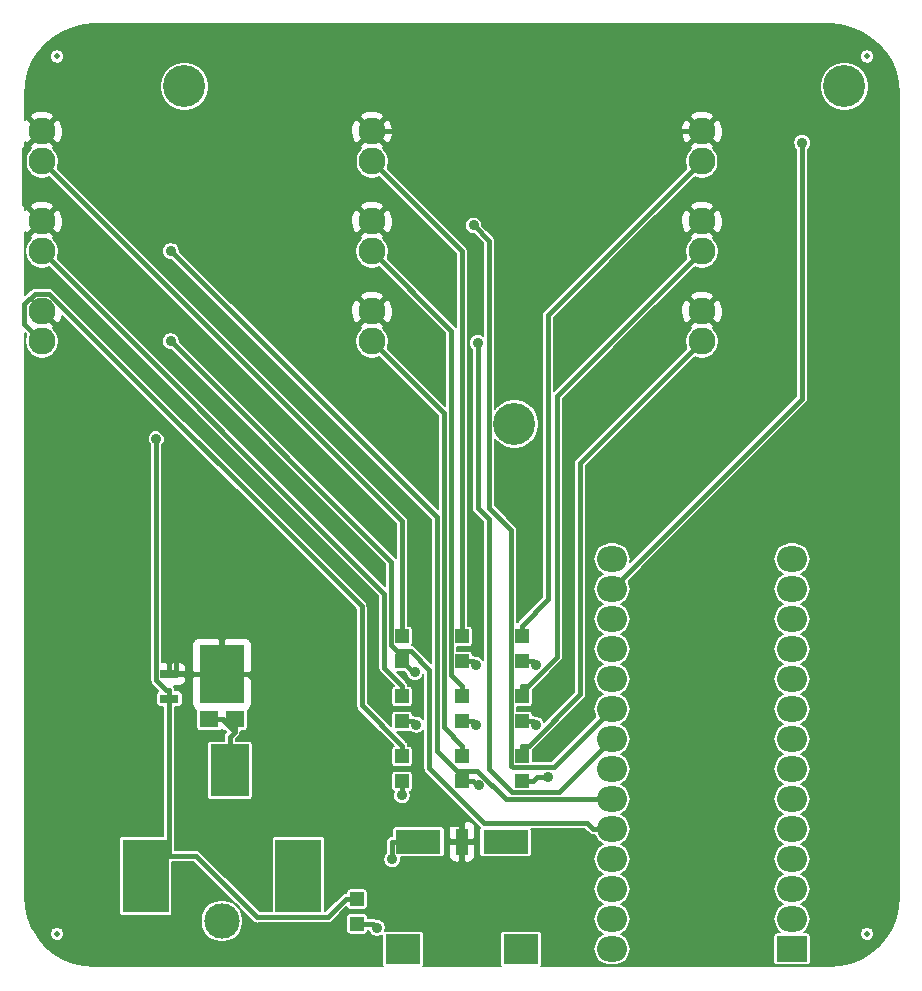
<source format=gtl>
%TF.GenerationSoftware,KiCad,Pcbnew,5.1.8-db9833491~87~ubuntu20.04.1*%
%TF.CreationDate,2020-11-19T10:17:09-05:00*%
%TF.ProjectId,y_arena_odor_controller,795f6172-656e-4615-9f6f-646f725f636f,1.3*%
%TF.SameCoordinates,Original*%
%TF.FileFunction,Copper,L1,Top*%
%TF.FilePolarity,Positive*%
%FSLAX46Y46*%
G04 Gerber Fmt 4.6, Leading zero omitted, Abs format (unit mm)*
G04 Created by KiCad (PCBNEW 5.1.8-db9833491~87~ubuntu20.04.1) date 2020-11-19 10:17:09*
%MOMM*%
%LPD*%
G01*
G04 APERTURE LIST*
%TA.AperFunction,ComponentPad*%
%ADD10C,2.286000*%
%TD*%
%TA.AperFunction,ComponentPad*%
%ADD11O,2.540000X2.184400*%
%TD*%
%TA.AperFunction,ComponentPad*%
%ADD12R,2.540000X2.184400*%
%TD*%
%TA.AperFunction,SMDPad,CuDef*%
%ADD13R,3.810000X2.030000*%
%TD*%
%TA.AperFunction,SMDPad,CuDef*%
%ADD14R,1.020000X2.290000*%
%TD*%
%TA.AperFunction,SMDPad,CuDef*%
%ADD15R,2.999999X2.500000*%
%TD*%
%TA.AperFunction,ComponentPad*%
%ADD16C,3.000000*%
%TD*%
%TA.AperFunction,SMDPad,CuDef*%
%ADD17R,3.900000X6.200000*%
%TD*%
%TA.AperFunction,SMDPad,CuDef*%
%ADD18R,3.300000X4.400000*%
%TD*%
%TA.AperFunction,SMDPad,CuDef*%
%ADD19R,1.193800X1.193800*%
%TD*%
%TA.AperFunction,SMDPad,CuDef*%
%ADD20C,0.500000*%
%TD*%
%TA.AperFunction,ComponentPad*%
%ADD21C,3.556000*%
%TD*%
%TA.AperFunction,SMDPad,CuDef*%
%ADD22R,1.600200X0.787400*%
%TD*%
%TA.AperFunction,SMDPad,CuDef*%
%ADD23R,1.600000X1.440000*%
%TD*%
%TA.AperFunction,SMDPad,CuDef*%
%ADD24R,3.800000X4.960000*%
%TD*%
%TA.AperFunction,ViaPad*%
%ADD25C,0.889000*%
%TD*%
%TA.AperFunction,Conductor*%
%ADD26C,0.406400*%
%TD*%
%TA.AperFunction,Conductor*%
%ADD27C,0.203200*%
%TD*%
%TA.AperFunction,Conductor*%
%ADD28C,0.100000*%
%TD*%
G04 APERTURE END LIST*
D10*
%TO.P,S1,2*%
%TO.N,VCC*%
X52705000Y-75565000D03*
%TO.P,S1,1*%
%TO.N,/odor_0/SH*%
X52705000Y-78105000D03*
%TD*%
%TO.P,S2,2*%
%TO.N,VCC*%
X52705000Y-67945000D03*
%TO.P,S2,1*%
%TO.N,/odor_1/SH*%
X52705000Y-70485000D03*
%TD*%
%TO.P,S3,2*%
%TO.N,VCC*%
X52705000Y-60325000D03*
%TO.P,S3,1*%
%TO.N,/odor_2/SH*%
X52705000Y-62865000D03*
%TD*%
%TO.P,S4,2*%
%TO.N,VCC*%
X80645000Y-75565000D03*
%TO.P,S4,1*%
%TO.N,/odor_3/SH*%
X80645000Y-78105000D03*
%TD*%
%TO.P,S5,2*%
%TO.N,VCC*%
X80645000Y-67945000D03*
%TO.P,S5,1*%
%TO.N,/odor_4/SH*%
X80645000Y-70485000D03*
%TD*%
%TO.P,S6,2*%
%TO.N,VCC*%
X80645000Y-60325000D03*
%TO.P,S6,1*%
%TO.N,/odor_5/SH*%
X80645000Y-62865000D03*
%TD*%
%TO.P,S7,2*%
%TO.N,VCC*%
X108585000Y-75565000D03*
%TO.P,S7,1*%
%TO.N,/odor_6/SH*%
X108585000Y-78105000D03*
%TD*%
%TO.P,S8,2*%
%TO.N,VCC*%
X108585000Y-67945000D03*
%TO.P,S8,1*%
%TO.N,/odor_7/SH*%
X108585000Y-70485000D03*
%TD*%
%TO.P,S9,2*%
%TO.N,VCC*%
X108585000Y-60325000D03*
%TO.P,S9,1*%
%TO.N,/odor_8/SH*%
X108585000Y-62865000D03*
%TD*%
D11*
%TO.P,TEENSY1,V_IN*%
%TO.N,N/C*%
X100965000Y-129540000D03*
%TO.P,TEENSY1,*%
%TO.N,*%
X100965000Y-127000000D03*
%TO.P,TEENSY1,3V3*%
%TO.N,N/C*%
X100965000Y-124460000D03*
%TO.P,TEENSY1,23*%
X100965000Y-121920000D03*
%TO.P,TEENSY1,22*%
%TO.N,/ARM_0_ODOR_0*%
X100965000Y-119380000D03*
%TO.P,TEENSY1,21*%
%TO.N,/ARM_0_ODOR_1*%
X100965000Y-116840000D03*
%TO.P,TEENSY1,20*%
%TO.N,/ARM_0_ODOR_2*%
X100965000Y-114300000D03*
%TO.P,TEENSY1,19*%
%TO.N,/ARM_1_ODOR_0*%
X100965000Y-111760000D03*
%TO.P,TEENSY1,18*%
%TO.N,/ARM_1_ODOR_1*%
X100965000Y-109220000D03*
%TO.P,TEENSY1,17*%
%TO.N,/ARM_1_ODOR_2*%
X100965000Y-106680000D03*
%TO.P,TEENSY1,16*%
%TO.N,/ARM_2_ODOR_0*%
X100965000Y-104140000D03*
%TO.P,TEENSY1,15*%
%TO.N,/ARM_2_ODOR_1*%
X100965000Y-101600000D03*
%TO.P,TEENSY1,14*%
%TO.N,/ARM_2_ODOR_2*%
X100965000Y-99060000D03*
%TO.P,TEENSY1,13*%
%TO.N,N/C*%
X100965000Y-96520000D03*
%TO.P,TEENSY1,12*%
X116205000Y-96520000D03*
%TO.P,TEENSY1,11*%
X116205000Y-99060000D03*
%TO.P,TEENSY1,10*%
X116205000Y-101600000D03*
%TO.P,TEENSY1,9*%
X116205000Y-104140000D03*
%TO.P,TEENSY1,8*%
X116205000Y-106680000D03*
%TO.P,TEENSY1,7*%
X116205000Y-109220000D03*
%TO.P,TEENSY1,6*%
X116205000Y-111760000D03*
%TO.P,TEENSY1,5*%
X116205000Y-114300000D03*
%TO.P,TEENSY1,4*%
X116205000Y-116840000D03*
%TO.P,TEENSY1,3*%
X116205000Y-119380000D03*
%TO.P,TEENSY1,2*%
X116205000Y-121920000D03*
%TO.P,TEENSY1,1*%
X116205000Y-124460000D03*
%TO.P,TEENSY1,0*%
X116205000Y-127000000D03*
D12*
%TO.P,TEENSY1,GND*%
%TO.N,GND*%
X116205000Y-129540000D03*
%TD*%
D13*
%TO.P,SW1,1*%
%TO.N,/Vled*%
X84580000Y-120470000D03*
%TO.P,SW1,3*%
%TO.N,N/C*%
X91950000Y-120470000D03*
D14*
%TO.P,SW1,2*%
%TO.N,VCC*%
X88265000Y-120470000D03*
D15*
%TO.P,SW1,*%
%TO.N,*%
X93265000Y-129540000D03*
X83265000Y-129540000D03*
%TD*%
D16*
%TO.P,P1,*%
%TO.N,*%
X67945000Y-127175000D03*
D17*
%TO.P,P1,3*%
%TO.N,N/C*%
X74395000Y-123375000D03*
%TO.P,P1,2*%
%TO.N,GND*%
X61495000Y-123375000D03*
D18*
%TO.P,P1,1*%
%TO.N,VAA*%
X68595000Y-114425000D03*
%TD*%
D19*
%TO.P,L2,2*%
%TO.N,/odor_0/SH*%
X83185000Y-113245900D03*
%TO.P,L2,1*%
%TO.N,Net-(L2-Pad1)*%
X83185000Y-115354100D03*
%TD*%
%TO.P,L3,2*%
%TO.N,/odor_1/SH*%
X83185000Y-108165900D03*
%TO.P,L3,1*%
%TO.N,Net-(L3-Pad1)*%
X83185000Y-110274100D03*
%TD*%
%TO.P,L4,2*%
%TO.N,/odor_2/SH*%
X83185000Y-103085900D03*
%TO.P,L4,1*%
%TO.N,Net-(L4-Pad1)*%
X83185000Y-105194100D03*
%TD*%
%TO.P,L5,2*%
%TO.N,/odor_3/SH*%
X88265000Y-113245900D03*
%TO.P,L5,1*%
%TO.N,Net-(L5-Pad1)*%
X88265000Y-115354100D03*
%TD*%
%TO.P,L6,2*%
%TO.N,/odor_4/SH*%
X88265000Y-108165900D03*
%TO.P,L6,1*%
%TO.N,Net-(L6-Pad1)*%
X88265000Y-110274100D03*
%TD*%
%TO.P,L7,2*%
%TO.N,/odor_5/SH*%
X88265000Y-103085900D03*
%TO.P,L7,1*%
%TO.N,Net-(L7-Pad1)*%
X88265000Y-105194100D03*
%TD*%
%TO.P,L8,2*%
%TO.N,/odor_6/SH*%
X93345000Y-113245900D03*
%TO.P,L8,1*%
%TO.N,Net-(L8-Pad1)*%
X93345000Y-115354100D03*
%TD*%
%TO.P,L9,2*%
%TO.N,/odor_7/SH*%
X93345000Y-108165900D03*
%TO.P,L9,1*%
%TO.N,Net-(L9-Pad1)*%
X93345000Y-110274100D03*
%TD*%
%TO.P,L10,2*%
%TO.N,/odor_8/SH*%
X93345000Y-103085900D03*
%TO.P,L10,1*%
%TO.N,Net-(L10-Pad1)*%
X93345000Y-105194100D03*
%TD*%
%TO.P,L1,2*%
%TO.N,GND*%
X79375000Y-125310900D03*
%TO.P,L1,1*%
%TO.N,Net-(L1-Pad1)*%
X79375000Y-127419100D03*
%TD*%
D20*
%TO.P,FID1,~*%
%TO.N,N/C*%
X53975000Y-53975000D03*
%TD*%
%TO.P,FID2,~*%
%TO.N,N/C*%
X122555000Y-53975000D03*
%TD*%
%TO.P,FID3,~*%
%TO.N,N/C*%
X122555000Y-128270000D03*
%TD*%
%TO.P,FID4,~*%
%TO.N,N/C*%
X53975000Y-128270000D03*
%TD*%
D21*
%TO.P,MH1,1*%
%TO.N,N/C*%
X92710000Y-85090000D03*
%TD*%
%TO.P,MH2,1*%
%TO.N,N/C*%
X64770000Y-56515000D03*
%TD*%
%TO.P,MH3,1*%
%TO.N,N/C*%
X120650000Y-56515000D03*
%TD*%
D22*
%TO.P,C1,2*%
%TO.N,GND*%
X63500000Y-108356400D03*
%TO.P,C1,1*%
%TO.N,VCC*%
X63500000Y-106273600D03*
%TD*%
D23*
%TO.P,D1,2*%
%TO.N,VAA*%
X66880000Y-110095000D03*
X69010000Y-110095000D03*
D24*
%TO.P,D1,1*%
%TO.N,VCC*%
X67945000Y-106295000D03*
%TD*%
D25*
%TO.N,/ARM_0_ODOR_0*%
X63607900Y-78095900D03*
%TO.N,/ARM_0_ODOR_1*%
X63617700Y-70467700D03*
%TO.N,/ARM_1_ODOR_0*%
X89597600Y-78236000D03*
%TO.N,/ARM_1_ODOR_1*%
X89247700Y-68287600D03*
%TO.N,/ARM_2_ODOR_2*%
X117057700Y-61295300D03*
%TO.N,GND*%
X62394700Y-86351100D03*
%TO.N,/Vled*%
X82346800Y-121947400D03*
%TO.N,Net-(L1-Pad1)*%
X81044100Y-127746500D03*
%TO.N,Net-(L2-Pad1)*%
X83185000Y-116534600D03*
%TO.N,Net-(L3-Pad1)*%
X84413000Y-110577900D03*
%TO.N,Net-(L4-Pad1)*%
X84262600Y-106118800D03*
%TO.N,Net-(L5-Pad1)*%
X89674600Y-115662300D03*
%TO.N,Net-(L6-Pad1)*%
X89448800Y-110583300D03*
%TO.N,Net-(L7-Pad1)*%
X89416600Y-105488000D03*
%TO.N,Net-(L8-Pad1)*%
X95543100Y-114974600D03*
%TO.N,Net-(L9-Pad1)*%
X94528800Y-110598900D03*
%TO.N,Net-(L10-Pad1)*%
X94509700Y-105523700D03*
%TD*%
D26*
%TO.N,/ARM_0_ODOR_0*%
X99366800Y-119380000D02*
X98836100Y-118849300D01*
X98836100Y-118849300D02*
X90104300Y-118849300D01*
X90104300Y-118849300D02*
X85512200Y-114257200D01*
X85512200Y-114257200D02*
X85512200Y-105896000D01*
X85512200Y-105896000D02*
X83908300Y-104292100D01*
X83908300Y-104292100D02*
X82765500Y-104292100D01*
X82765500Y-104292100D02*
X82282900Y-103809500D01*
X82282900Y-103809500D02*
X82282900Y-96770900D01*
X82282900Y-96770900D02*
X63607900Y-78095900D01*
X100965000Y-119380000D02*
X99366800Y-119380000D01*
%TO.N,/ARM_0_ODOR_1*%
X63617700Y-70467700D02*
X86138500Y-92988500D01*
X86138500Y-92988500D02*
X86138500Y-112761000D01*
X86138500Y-112761000D02*
X87829500Y-114452000D01*
X87829500Y-114452000D02*
X89567500Y-114452000D01*
X89567500Y-114452000D02*
X91955500Y-116840000D01*
X91955500Y-116840000D02*
X99366800Y-116840000D01*
X100965000Y-116840000D02*
X99366800Y-116840000D01*
%TO.N,/ARM_1_ODOR_0*%
X89597600Y-78236000D02*
X89597600Y-92222700D01*
X89597600Y-92222700D02*
X90528400Y-93153500D01*
X90528400Y-93153500D02*
X90528400Y-114283500D01*
X90528400Y-114283500D02*
X92501100Y-116256200D01*
X92501100Y-116256200D02*
X96468800Y-116256200D01*
X96468800Y-116256200D02*
X100965000Y-111760000D01*
%TO.N,/ARM_1_ODOR_1*%
X100965000Y-109220000D02*
X96037000Y-114148000D01*
X96037000Y-114148000D02*
X92555200Y-114148000D01*
X92555200Y-114148000D02*
X92442900Y-114035700D01*
X92442900Y-114035700D02*
X92442900Y-94095200D01*
X92442900Y-94095200D02*
X90528500Y-92180800D01*
X90528500Y-92180800D02*
X90528500Y-69568400D01*
X90528500Y-69568400D02*
X89247700Y-68287600D01*
%TO.N,/ARM_2_ODOR_2*%
X100965000Y-99060000D02*
X117057700Y-82967300D01*
X117057700Y-82967300D02*
X117057700Y-61295300D01*
%TO.N,VAA*%
X68008200Y-110095000D02*
X68008200Y-110141400D01*
X68008200Y-110141400D02*
X69010000Y-111143200D01*
X66880000Y-110095000D02*
X68008200Y-110095000D01*
X69010000Y-111143200D02*
X68595000Y-111558200D01*
X68595000Y-111558200D02*
X68595000Y-114425000D01*
X69010000Y-110095000D02*
X69010000Y-111143200D01*
%TO.N,GND*%
X63500000Y-107634500D02*
X63229300Y-107634500D01*
X63229300Y-107634500D02*
X62394700Y-106799900D01*
X62394700Y-106799900D02*
X62394700Y-86351100D01*
X63500000Y-108356400D02*
X63500000Y-107634500D01*
X63500000Y-108356400D02*
X63500000Y-121660900D01*
X63500000Y-121660900D02*
X65727300Y-121660900D01*
X65727300Y-121660900D02*
X70945000Y-126878600D01*
X70945000Y-126878600D02*
X76882200Y-126878600D01*
X76882200Y-126878600D02*
X78449900Y-125310900D01*
X61495000Y-121660900D02*
X63500000Y-121660900D01*
X79375000Y-125310900D02*
X78449900Y-125310900D01*
X61495000Y-123375000D02*
X61495000Y-121660900D01*
%TO.N,VCC*%
X64064200Y-106273600D02*
X64064200Y-86924200D01*
X64064200Y-86924200D02*
X52705000Y-75565000D01*
X80645000Y-60325000D02*
X108585000Y-60325000D01*
X79152000Y-61818000D02*
X80645000Y-60325000D01*
X80645000Y-67945000D02*
X79152000Y-66452000D01*
X79152000Y-66452000D02*
X79152000Y-61818000D01*
X79152000Y-61818000D02*
X54198000Y-61818000D01*
X54198000Y-61818000D02*
X52705000Y-60325000D01*
X108585000Y-60325000D02*
X110040500Y-61780500D01*
X110040500Y-61780500D02*
X110040500Y-66489500D01*
X110040500Y-66489500D02*
X108585000Y-67945000D01*
X52705000Y-67945000D02*
X51213600Y-66453600D01*
X51213600Y-66453600D02*
X51213600Y-61816400D01*
X51213600Y-61816400D02*
X52705000Y-60325000D01*
X67945000Y-106295000D02*
X70173200Y-106295000D01*
X88265000Y-120470000D02*
X88265000Y-118996800D01*
X88265000Y-118996800D02*
X82875000Y-118996800D01*
X82875000Y-118996800D02*
X70173200Y-106295000D01*
X64064200Y-106273600D02*
X64628300Y-106273600D01*
X63500000Y-106273600D02*
X64064200Y-106273600D01*
X67945000Y-106295000D02*
X64649700Y-106295000D01*
X64649700Y-106295000D02*
X64628300Y-106273600D01*
%TO.N,/Vled*%
X82346800Y-120470000D02*
X82346800Y-121947400D01*
X84580000Y-120470000D02*
X82346800Y-120470000D01*
%TO.N,/odor_0/SH*%
X83185000Y-113245900D02*
X83185000Y-112320800D01*
X52705000Y-78105000D02*
X51213600Y-76613600D01*
X51213600Y-76613600D02*
X51213600Y-74962200D01*
X51213600Y-74962200D02*
X52104700Y-74071100D01*
X52104700Y-74071100D02*
X53292600Y-74071100D01*
X53292600Y-74071100D02*
X79759400Y-100537900D01*
X79759400Y-100537900D02*
X79759400Y-108895200D01*
X79759400Y-108895200D02*
X83185000Y-112320800D01*
%TO.N,/odor_1/SH*%
X83185000Y-108165900D02*
X83185000Y-107240800D01*
X52705000Y-70485000D02*
X81678100Y-99458100D01*
X81678100Y-99458100D02*
X81678100Y-105733900D01*
X81678100Y-105733900D02*
X83185000Y-107240800D01*
%TO.N,/odor_2/SH*%
X52705000Y-62865000D02*
X83184900Y-93344900D01*
X83184900Y-93344900D02*
X83184900Y-102160800D01*
X83184900Y-102160800D02*
X83185000Y-102160800D01*
X83185000Y-103085900D02*
X83185000Y-102160800D01*
%TO.N,/odor_3/SH*%
X80645000Y-78105000D02*
X86708500Y-84168500D01*
X86708500Y-84168500D02*
X86708500Y-110764300D01*
X86708500Y-110764300D02*
X88265000Y-112320800D01*
X88265000Y-113245900D02*
X88265000Y-112320800D01*
%TO.N,/odor_4/SH*%
X80645000Y-70485000D02*
X87362900Y-77202900D01*
X87362900Y-77202900D02*
X87362900Y-106338700D01*
X87362900Y-106338700D02*
X88265000Y-107240800D01*
X88265000Y-108165900D02*
X88265000Y-107240800D01*
%TO.N,/odor_5/SH*%
X80645000Y-62865000D02*
X88265000Y-70485000D01*
X88265000Y-70485000D02*
X88265000Y-103085900D01*
%TO.N,/odor_6/SH*%
X93345000Y-113245900D02*
X93345000Y-112320800D01*
X108585000Y-78105000D02*
X98255400Y-88434600D01*
X98255400Y-88434600D02*
X98255400Y-107988600D01*
X98255400Y-107988600D02*
X93923200Y-112320800D01*
X93923200Y-112320800D02*
X93345000Y-112320800D01*
%TO.N,/odor_7/SH*%
X93345000Y-107240800D02*
X93880100Y-107240800D01*
X93880100Y-107240800D02*
X96313800Y-104807100D01*
X96313800Y-104807100D02*
X96313800Y-82756200D01*
X96313800Y-82756200D02*
X108585000Y-70485000D01*
X93345000Y-108165900D02*
X93345000Y-107240800D01*
%TO.N,/odor_8/SH*%
X93345000Y-103085900D02*
X93345000Y-102160800D01*
X108585000Y-62865000D02*
X95551500Y-75898500D01*
X95551500Y-75898500D02*
X95551500Y-99954300D01*
X95551500Y-99954300D02*
X93345000Y-102160800D01*
%TO.N,Net-(L1-Pad1)*%
X79375000Y-127419100D02*
X80716700Y-127419100D01*
X80716700Y-127419100D02*
X81044100Y-127746500D01*
%TO.N,Net-(L2-Pad1)*%
X83185000Y-116279200D02*
X83185000Y-116534600D01*
X83185000Y-115354100D02*
X83185000Y-116279200D01*
%TO.N,Net-(L3-Pad1)*%
X84110100Y-110274100D02*
X84110100Y-110275000D01*
X84110100Y-110275000D02*
X84413000Y-110577900D01*
X83185000Y-110274100D02*
X84110100Y-110274100D01*
%TO.N,Net-(L4-Pad1)*%
X84262600Y-106118800D02*
X84109700Y-106118800D01*
X84109700Y-106118800D02*
X83185000Y-105194100D01*
%TO.N,Net-(L5-Pad1)*%
X88265000Y-115354100D02*
X89190100Y-115354100D01*
X89674600Y-115662300D02*
X89498300Y-115662300D01*
X89498300Y-115662300D02*
X89190100Y-115354100D01*
%TO.N,Net-(L6-Pad1)*%
X89190100Y-110274100D02*
X89190100Y-110324600D01*
X89190100Y-110324600D02*
X89448800Y-110583300D01*
X88265000Y-110274100D02*
X89190100Y-110274100D01*
%TO.N,Net-(L7-Pad1)*%
X89190100Y-105194100D02*
X89190100Y-105261500D01*
X89190100Y-105261500D02*
X89416600Y-105488000D01*
X88265000Y-105194100D02*
X89190100Y-105194100D01*
%TO.N,Net-(L8-Pad1)*%
X94270100Y-115354100D02*
X94649600Y-114974600D01*
X94649600Y-114974600D02*
X95543100Y-114974600D01*
X93345000Y-115354100D02*
X94270100Y-115354100D01*
%TO.N,Net-(L9-Pad1)*%
X94270100Y-110274100D02*
X94270100Y-110340200D01*
X94270100Y-110340200D02*
X94528800Y-110598900D01*
X93345000Y-110274100D02*
X94270100Y-110274100D01*
%TO.N,Net-(L10-Pad1)*%
X94270100Y-105194100D02*
X94270100Y-105284100D01*
X94270100Y-105284100D02*
X94509700Y-105523700D01*
X93345000Y-105194100D02*
X94270100Y-105194100D01*
%TD*%
D27*
%TO.N,VCC*%
X120303614Y-51318565D02*
X121204475Y-51534843D01*
X122060412Y-51889384D01*
X122850358Y-52373463D01*
X123554850Y-52975156D01*
X124156535Y-53679639D01*
X124640615Y-54469583D01*
X124995158Y-55325526D01*
X125211436Y-56226392D01*
X125285500Y-57167467D01*
X125285501Y-125077520D01*
X125211436Y-126018608D01*
X124995158Y-126919474D01*
X124640615Y-127775417D01*
X124156535Y-128565361D01*
X123554850Y-129269844D01*
X122850358Y-129871537D01*
X122060412Y-130355616D01*
X121204475Y-130710157D01*
X120303614Y-130926435D01*
X119362533Y-131000500D01*
X94986547Y-131000500D01*
X95019657Y-130960157D01*
X95047959Y-130907206D01*
X95065388Y-130849751D01*
X95071273Y-130790000D01*
X95071273Y-128290000D01*
X95065388Y-128230249D01*
X95047959Y-128172794D01*
X95019657Y-128119843D01*
X94981567Y-128073432D01*
X94935156Y-128035342D01*
X94882205Y-128007040D01*
X94824750Y-127989611D01*
X94764999Y-127983726D01*
X91765001Y-127983726D01*
X91705250Y-127989611D01*
X91647795Y-128007040D01*
X91594844Y-128035342D01*
X91548433Y-128073432D01*
X91510343Y-128119843D01*
X91482041Y-128172794D01*
X91464612Y-128230249D01*
X91458727Y-128290000D01*
X91458727Y-130790000D01*
X91464612Y-130849751D01*
X91482041Y-130907206D01*
X91510343Y-130960157D01*
X91543453Y-131000500D01*
X84986547Y-131000500D01*
X85019657Y-130960157D01*
X85047959Y-130907206D01*
X85065388Y-130849751D01*
X85071273Y-130790000D01*
X85071273Y-128290000D01*
X85065388Y-128230249D01*
X85047959Y-128172794D01*
X85019657Y-128119843D01*
X84981567Y-128073432D01*
X84935156Y-128035342D01*
X84882205Y-128007040D01*
X84824750Y-127989611D01*
X84764999Y-127983726D01*
X81765001Y-127983726D01*
X81756529Y-127984560D01*
X81764605Y-127965063D01*
X81793400Y-127820300D01*
X81793400Y-127672700D01*
X81764605Y-127527937D01*
X81708121Y-127391573D01*
X81626120Y-127268849D01*
X81521751Y-127164480D01*
X81399027Y-127082479D01*
X81262663Y-127025995D01*
X81117900Y-126997200D01*
X81003377Y-126997200D01*
X81000295Y-126994671D01*
X80912043Y-126947499D01*
X80816285Y-126918451D01*
X80741647Y-126911100D01*
X80741644Y-126911100D01*
X80716700Y-126908643D01*
X80691756Y-126911100D01*
X80278174Y-126911100D01*
X80278174Y-126822200D01*
X80272289Y-126762449D01*
X80254860Y-126704994D01*
X80226558Y-126652043D01*
X80188468Y-126605632D01*
X80142057Y-126567542D01*
X80089106Y-126539240D01*
X80031651Y-126521811D01*
X79971900Y-126515926D01*
X78778100Y-126515926D01*
X78718349Y-126521811D01*
X78660894Y-126539240D01*
X78607943Y-126567542D01*
X78561532Y-126605632D01*
X78523442Y-126652043D01*
X78495140Y-126704994D01*
X78477711Y-126762449D01*
X78471826Y-126822200D01*
X78471826Y-128016000D01*
X78477711Y-128075751D01*
X78495140Y-128133206D01*
X78523442Y-128186157D01*
X78561532Y-128232568D01*
X78607943Y-128270658D01*
X78660894Y-128298960D01*
X78718349Y-128316389D01*
X78778100Y-128322274D01*
X79971900Y-128322274D01*
X80031651Y-128316389D01*
X80089106Y-128298960D01*
X80142057Y-128270658D01*
X80188468Y-128232568D01*
X80226558Y-128186157D01*
X80254860Y-128133206D01*
X80272289Y-128075751D01*
X80278174Y-128016000D01*
X80278174Y-127927100D01*
X80316044Y-127927100D01*
X80323595Y-127965063D01*
X80380079Y-128101427D01*
X80462080Y-128224151D01*
X80566449Y-128328520D01*
X80689173Y-128410521D01*
X80825537Y-128467005D01*
X80970300Y-128495800D01*
X81117900Y-128495800D01*
X81262663Y-128467005D01*
X81399027Y-128410521D01*
X81458727Y-128370631D01*
X81458727Y-130790000D01*
X81464612Y-130849751D01*
X81482041Y-130907206D01*
X81510343Y-130960157D01*
X81543453Y-131000500D01*
X57167467Y-131000500D01*
X56226392Y-130926436D01*
X55325526Y-130710158D01*
X54469583Y-130355615D01*
X53679639Y-129871535D01*
X52975156Y-129269850D01*
X52373463Y-128565358D01*
X52156158Y-128210748D01*
X53373400Y-128210748D01*
X53373400Y-128329252D01*
X53396519Y-128445480D01*
X53441869Y-128554965D01*
X53507707Y-128653498D01*
X53591502Y-128737293D01*
X53690035Y-128803131D01*
X53799520Y-128848481D01*
X53915748Y-128871600D01*
X54034252Y-128871600D01*
X54150480Y-128848481D01*
X54259965Y-128803131D01*
X54358498Y-128737293D01*
X54442293Y-128653498D01*
X54508131Y-128554965D01*
X54553481Y-128445480D01*
X54576600Y-128329252D01*
X54576600Y-128210748D01*
X54553481Y-128094520D01*
X54508131Y-127985035D01*
X54442293Y-127886502D01*
X54358498Y-127802707D01*
X54259965Y-127736869D01*
X54150480Y-127691519D01*
X54034252Y-127668400D01*
X53915748Y-127668400D01*
X53799520Y-127691519D01*
X53690035Y-127736869D01*
X53591502Y-127802707D01*
X53507707Y-127886502D01*
X53441869Y-127985035D01*
X53396519Y-128094520D01*
X53373400Y-128210748D01*
X52156158Y-128210748D01*
X51889384Y-127775412D01*
X51567056Y-126997243D01*
X66140200Y-126997243D01*
X66140200Y-127352757D01*
X66209557Y-127701441D01*
X66345607Y-128029894D01*
X66543120Y-128325493D01*
X66794507Y-128576880D01*
X67090106Y-128774393D01*
X67418559Y-128910443D01*
X67767243Y-128979800D01*
X68122757Y-128979800D01*
X68471441Y-128910443D01*
X68799894Y-128774393D01*
X69095493Y-128576880D01*
X69346880Y-128325493D01*
X69544393Y-128029894D01*
X69680443Y-127701441D01*
X69749800Y-127352757D01*
X69749800Y-126997243D01*
X69680443Y-126648559D01*
X69544393Y-126320106D01*
X69346880Y-126024507D01*
X69095493Y-125773120D01*
X68799894Y-125575607D01*
X68471441Y-125439557D01*
X68122757Y-125370200D01*
X67767243Y-125370200D01*
X67418559Y-125439557D01*
X67090106Y-125575607D01*
X66794507Y-125773120D01*
X66543120Y-126024507D01*
X66345607Y-126320106D01*
X66209557Y-126648559D01*
X66140200Y-126997243D01*
X51567056Y-126997243D01*
X51534843Y-126919475D01*
X51318565Y-126018614D01*
X51244500Y-125077533D01*
X51244500Y-120275000D01*
X59238726Y-120275000D01*
X59238726Y-126475000D01*
X59244611Y-126534751D01*
X59262040Y-126592206D01*
X59290342Y-126645157D01*
X59328432Y-126691568D01*
X59374843Y-126729658D01*
X59427794Y-126757960D01*
X59485249Y-126775389D01*
X59545000Y-126781274D01*
X63445000Y-126781274D01*
X63504751Y-126775389D01*
X63562206Y-126757960D01*
X63615157Y-126729658D01*
X63661568Y-126691568D01*
X63699658Y-126645157D01*
X63727960Y-126592206D01*
X63745389Y-126534751D01*
X63751274Y-126475000D01*
X63751274Y-122168900D01*
X65516880Y-122168900D01*
X70568150Y-127220171D01*
X70584052Y-127239548D01*
X70603429Y-127255450D01*
X70661404Y-127303029D01*
X70708576Y-127328243D01*
X70749657Y-127350201D01*
X70845415Y-127379249D01*
X70920053Y-127386600D01*
X70920055Y-127386600D01*
X70944999Y-127389057D01*
X70969943Y-127386600D01*
X76857256Y-127386600D01*
X76882200Y-127389057D01*
X76907144Y-127386600D01*
X76907147Y-127386600D01*
X76981785Y-127379249D01*
X77077543Y-127350201D01*
X77165795Y-127303029D01*
X77243148Y-127239548D01*
X77259055Y-127220165D01*
X78485615Y-125993605D01*
X78495140Y-126025006D01*
X78523442Y-126077957D01*
X78561532Y-126124368D01*
X78607943Y-126162458D01*
X78660894Y-126190760D01*
X78718349Y-126208189D01*
X78778100Y-126214074D01*
X79971900Y-126214074D01*
X80031651Y-126208189D01*
X80089106Y-126190760D01*
X80142057Y-126162458D01*
X80188468Y-126124368D01*
X80226558Y-126077957D01*
X80254860Y-126025006D01*
X80272289Y-125967551D01*
X80278174Y-125907800D01*
X80278174Y-124714000D01*
X80272289Y-124654249D01*
X80254860Y-124596794D01*
X80226558Y-124543843D01*
X80188468Y-124497432D01*
X80142057Y-124459342D01*
X80089106Y-124431040D01*
X80031651Y-124413611D01*
X79971900Y-124407726D01*
X78778100Y-124407726D01*
X78718349Y-124413611D01*
X78660894Y-124431040D01*
X78607943Y-124459342D01*
X78561532Y-124497432D01*
X78523442Y-124543843D01*
X78495140Y-124596794D01*
X78477711Y-124654249D01*
X78471826Y-124714000D01*
X78471826Y-124802603D01*
X78449900Y-124800443D01*
X78424956Y-124802900D01*
X78424953Y-124802900D01*
X78350315Y-124810251D01*
X78254557Y-124839299D01*
X78166305Y-124886471D01*
X78088952Y-124949952D01*
X78073045Y-124969335D01*
X76671780Y-126370600D01*
X76651274Y-126370600D01*
X76651274Y-121873600D01*
X81597500Y-121873600D01*
X81597500Y-122021200D01*
X81626295Y-122165963D01*
X81682779Y-122302327D01*
X81764780Y-122425051D01*
X81869149Y-122529420D01*
X81991873Y-122611421D01*
X82128237Y-122667905D01*
X82273000Y-122696700D01*
X82420600Y-122696700D01*
X82565363Y-122667905D01*
X82701727Y-122611421D01*
X82824451Y-122529420D01*
X82928820Y-122425051D01*
X83010821Y-122302327D01*
X83067305Y-122165963D01*
X83096100Y-122021200D01*
X83096100Y-121873600D01*
X83079724Y-121791274D01*
X86485000Y-121791274D01*
X86544751Y-121785389D01*
X86602206Y-121767960D01*
X86655157Y-121739658D01*
X86701568Y-121701568D01*
X86739658Y-121655157D01*
X86761121Y-121615000D01*
X87142450Y-121615000D01*
X87154220Y-121734503D01*
X87189078Y-121849413D01*
X87245683Y-121955315D01*
X87321862Y-122048138D01*
X87414685Y-122124317D01*
X87520587Y-122180922D01*
X87635497Y-122215780D01*
X87755000Y-122227550D01*
X87960200Y-122224600D01*
X88112600Y-122072200D01*
X88112600Y-120622400D01*
X88417400Y-120622400D01*
X88417400Y-122072200D01*
X88569800Y-122224600D01*
X88775000Y-122227550D01*
X88894503Y-122215780D01*
X89009413Y-122180922D01*
X89115315Y-122124317D01*
X89208138Y-122048138D01*
X89284317Y-121955315D01*
X89340922Y-121849413D01*
X89375780Y-121734503D01*
X89387550Y-121615000D01*
X89384600Y-120774800D01*
X89232200Y-120622400D01*
X88417400Y-120622400D01*
X88112600Y-120622400D01*
X87297800Y-120622400D01*
X87145400Y-120774800D01*
X87142450Y-121615000D01*
X86761121Y-121615000D01*
X86767960Y-121602206D01*
X86785389Y-121544751D01*
X86791274Y-121485000D01*
X86791274Y-119455000D01*
X86785389Y-119395249D01*
X86767960Y-119337794D01*
X86761122Y-119325000D01*
X87142450Y-119325000D01*
X87145400Y-120165200D01*
X87297800Y-120317600D01*
X88112600Y-120317600D01*
X88112600Y-118867800D01*
X88417400Y-118867800D01*
X88417400Y-120317600D01*
X89232200Y-120317600D01*
X89384600Y-120165200D01*
X89387550Y-119325000D01*
X89375780Y-119205497D01*
X89340922Y-119090587D01*
X89284317Y-118984685D01*
X89208138Y-118891862D01*
X89115315Y-118815683D01*
X89009413Y-118759078D01*
X88894503Y-118724220D01*
X88775000Y-118712450D01*
X88569800Y-118715400D01*
X88417400Y-118867800D01*
X88112600Y-118867800D01*
X87960200Y-118715400D01*
X87755000Y-118712450D01*
X87635497Y-118724220D01*
X87520587Y-118759078D01*
X87414685Y-118815683D01*
X87321862Y-118891862D01*
X87245683Y-118984685D01*
X87189078Y-119090587D01*
X87154220Y-119205497D01*
X87142450Y-119325000D01*
X86761122Y-119325000D01*
X86739658Y-119284843D01*
X86701568Y-119238432D01*
X86655157Y-119200342D01*
X86602206Y-119172040D01*
X86544751Y-119154611D01*
X86485000Y-119148726D01*
X82675000Y-119148726D01*
X82615249Y-119154611D01*
X82557794Y-119172040D01*
X82504843Y-119200342D01*
X82458432Y-119238432D01*
X82420342Y-119284843D01*
X82392040Y-119337794D01*
X82374611Y-119395249D01*
X82368726Y-119455000D01*
X82368726Y-119961702D01*
X82346800Y-119959543D01*
X82321853Y-119962000D01*
X82247215Y-119969351D01*
X82151457Y-119998399D01*
X82063205Y-120045571D01*
X81985852Y-120109052D01*
X81922371Y-120186405D01*
X81875199Y-120274657D01*
X81846151Y-120370415D01*
X81836343Y-120470000D01*
X81838800Y-120494947D01*
X81838801Y-121395728D01*
X81764780Y-121469749D01*
X81682779Y-121592473D01*
X81626295Y-121728837D01*
X81597500Y-121873600D01*
X76651274Y-121873600D01*
X76651274Y-120275000D01*
X76645389Y-120215249D01*
X76627960Y-120157794D01*
X76599658Y-120104843D01*
X76561568Y-120058432D01*
X76515157Y-120020342D01*
X76462206Y-119992040D01*
X76404751Y-119974611D01*
X76345000Y-119968726D01*
X72445000Y-119968726D01*
X72385249Y-119974611D01*
X72327794Y-119992040D01*
X72274843Y-120020342D01*
X72228432Y-120058432D01*
X72190342Y-120104843D01*
X72162040Y-120157794D01*
X72144611Y-120215249D01*
X72138726Y-120275000D01*
X72138726Y-126370600D01*
X71155421Y-126370600D01*
X66104155Y-121319335D01*
X66088248Y-121299952D01*
X66010895Y-121236471D01*
X65922643Y-121189299D01*
X65826885Y-121160251D01*
X65752247Y-121152900D01*
X65752244Y-121152900D01*
X65727300Y-121150443D01*
X65702356Y-121152900D01*
X64008000Y-121152900D01*
X64008000Y-109056374D01*
X64300100Y-109056374D01*
X64359851Y-109050489D01*
X64417306Y-109033060D01*
X64470257Y-109004758D01*
X64516668Y-108966668D01*
X64554758Y-108920257D01*
X64583060Y-108867306D01*
X64600489Y-108809851D01*
X64603921Y-108775000D01*
X65432450Y-108775000D01*
X65444220Y-108894503D01*
X65479078Y-109009413D01*
X65535683Y-109115315D01*
X65611862Y-109208138D01*
X65704685Y-109284317D01*
X65778758Y-109323909D01*
X65773726Y-109375000D01*
X65773726Y-110815000D01*
X65779611Y-110874751D01*
X65797040Y-110932206D01*
X65825342Y-110985157D01*
X65863432Y-111031568D01*
X65909843Y-111069658D01*
X65962794Y-111097960D01*
X66020249Y-111115389D01*
X66080000Y-111121274D01*
X67680000Y-111121274D01*
X67739751Y-111115389D01*
X67797206Y-111097960D01*
X67850157Y-111069658D01*
X67896568Y-111031568D01*
X67934658Y-110985157D01*
X67945000Y-110965808D01*
X67955342Y-110985157D01*
X67993432Y-111031568D01*
X68039843Y-111069658D01*
X68092794Y-111097960D01*
X68150249Y-111115389D01*
X68210000Y-111121274D01*
X68269653Y-111121274D01*
X68291580Y-111143200D01*
X68253435Y-111181345D01*
X68234052Y-111197252D01*
X68170571Y-111274605D01*
X68123399Y-111362858D01*
X68094351Y-111458616D01*
X68087000Y-111533253D01*
X68084543Y-111558200D01*
X68087000Y-111583144D01*
X68087000Y-111918726D01*
X66945000Y-111918726D01*
X66885249Y-111924611D01*
X66827794Y-111942040D01*
X66774843Y-111970342D01*
X66728432Y-112008432D01*
X66690342Y-112054843D01*
X66662040Y-112107794D01*
X66644611Y-112165249D01*
X66638726Y-112225000D01*
X66638726Y-116625000D01*
X66644611Y-116684751D01*
X66662040Y-116742206D01*
X66690342Y-116795157D01*
X66728432Y-116841568D01*
X66774843Y-116879658D01*
X66827794Y-116907960D01*
X66885249Y-116925389D01*
X66945000Y-116931274D01*
X70245000Y-116931274D01*
X70304751Y-116925389D01*
X70362206Y-116907960D01*
X70415157Y-116879658D01*
X70461568Y-116841568D01*
X70499658Y-116795157D01*
X70527960Y-116742206D01*
X70545389Y-116684751D01*
X70551274Y-116625000D01*
X70551274Y-114757200D01*
X82281826Y-114757200D01*
X82281826Y-115951000D01*
X82287711Y-116010751D01*
X82305140Y-116068206D01*
X82333442Y-116121157D01*
X82371532Y-116167568D01*
X82417943Y-116205658D01*
X82470894Y-116233960D01*
X82495412Y-116241397D01*
X82464495Y-116316037D01*
X82435700Y-116460800D01*
X82435700Y-116608400D01*
X82464495Y-116753163D01*
X82520979Y-116889527D01*
X82602980Y-117012251D01*
X82707349Y-117116620D01*
X82830073Y-117198621D01*
X82966437Y-117255105D01*
X83111200Y-117283900D01*
X83258800Y-117283900D01*
X83403563Y-117255105D01*
X83539927Y-117198621D01*
X83662651Y-117116620D01*
X83767020Y-117012251D01*
X83849021Y-116889527D01*
X83905505Y-116753163D01*
X83934300Y-116608400D01*
X83934300Y-116460800D01*
X83905505Y-116316037D01*
X83874588Y-116241397D01*
X83899106Y-116233960D01*
X83952057Y-116205658D01*
X83998468Y-116167568D01*
X84036558Y-116121157D01*
X84064860Y-116068206D01*
X84082289Y-116010751D01*
X84088174Y-115951000D01*
X84088174Y-114757200D01*
X84082289Y-114697449D01*
X84064860Y-114639994D01*
X84036558Y-114587043D01*
X83998468Y-114540632D01*
X83952057Y-114502542D01*
X83899106Y-114474240D01*
X83841651Y-114456811D01*
X83781900Y-114450926D01*
X82588100Y-114450926D01*
X82528349Y-114456811D01*
X82470894Y-114474240D01*
X82417943Y-114502542D01*
X82371532Y-114540632D01*
X82333442Y-114587043D01*
X82305140Y-114639994D01*
X82287711Y-114697449D01*
X82281826Y-114757200D01*
X70551274Y-114757200D01*
X70551274Y-112225000D01*
X70545389Y-112165249D01*
X70527960Y-112107794D01*
X70499658Y-112054843D01*
X70461568Y-112008432D01*
X70415157Y-111970342D01*
X70362206Y-111942040D01*
X70304751Y-111924611D01*
X70245000Y-111918726D01*
X69103000Y-111918726D01*
X69103000Y-111768620D01*
X69351565Y-111520055D01*
X69370948Y-111504148D01*
X69434429Y-111426795D01*
X69481601Y-111338543D01*
X69510649Y-111242785D01*
X69518000Y-111168147D01*
X69518000Y-111168144D01*
X69520457Y-111143200D01*
X69518297Y-111121274D01*
X69810000Y-111121274D01*
X69869751Y-111115389D01*
X69927206Y-111097960D01*
X69980157Y-111069658D01*
X70026568Y-111031568D01*
X70064658Y-110985157D01*
X70092960Y-110932206D01*
X70110389Y-110874751D01*
X70116274Y-110815000D01*
X70116274Y-109375000D01*
X70111242Y-109323909D01*
X70185315Y-109284317D01*
X70278138Y-109208138D01*
X70354317Y-109115315D01*
X70410922Y-109009413D01*
X70445780Y-108894503D01*
X70457550Y-108775000D01*
X70454600Y-106599800D01*
X70302200Y-106447400D01*
X68097400Y-106447400D01*
X68097400Y-106467400D01*
X67792600Y-106467400D01*
X67792600Y-106447400D01*
X65587800Y-106447400D01*
X65435400Y-106599800D01*
X65432450Y-108775000D01*
X64603921Y-108775000D01*
X64606374Y-108750100D01*
X64606374Y-107962700D01*
X64600489Y-107902949D01*
X64583060Y-107845494D01*
X64554758Y-107792543D01*
X64516668Y-107746132D01*
X64470257Y-107708042D01*
X64417306Y-107679740D01*
X64359851Y-107662311D01*
X64300100Y-107656426D01*
X64008298Y-107656426D01*
X64010457Y-107634500D01*
X64000649Y-107534915D01*
X63971601Y-107439157D01*
X63924429Y-107350905D01*
X63863985Y-107277253D01*
X64300100Y-107279850D01*
X64419603Y-107268080D01*
X64534513Y-107233222D01*
X64640415Y-107176617D01*
X64733238Y-107100438D01*
X64809417Y-107007615D01*
X64866022Y-106901713D01*
X64900880Y-106786803D01*
X64912650Y-106667300D01*
X64909700Y-106578400D01*
X64757300Y-106426000D01*
X63652400Y-106426000D01*
X63652400Y-106446000D01*
X63347600Y-106446000D01*
X63347600Y-106426000D01*
X63327600Y-106426000D01*
X63327600Y-106121200D01*
X63347600Y-106121200D01*
X63347600Y-105422700D01*
X63652400Y-105422700D01*
X63652400Y-106121200D01*
X64757300Y-106121200D01*
X64909700Y-105968800D01*
X64912650Y-105879900D01*
X64900880Y-105760397D01*
X64866022Y-105645487D01*
X64809417Y-105539585D01*
X64733238Y-105446762D01*
X64640415Y-105370583D01*
X64534513Y-105313978D01*
X64419603Y-105279120D01*
X64300100Y-105267350D01*
X63804800Y-105270300D01*
X63652400Y-105422700D01*
X63347600Y-105422700D01*
X63195200Y-105270300D01*
X62902700Y-105268558D01*
X62902700Y-103815000D01*
X65432450Y-103815000D01*
X65435400Y-105990200D01*
X65587800Y-106142600D01*
X67792600Y-106142600D01*
X67792600Y-103357800D01*
X68097400Y-103357800D01*
X68097400Y-106142600D01*
X70302200Y-106142600D01*
X70454600Y-105990200D01*
X70457550Y-103815000D01*
X70445780Y-103695497D01*
X70410922Y-103580587D01*
X70354317Y-103474685D01*
X70278138Y-103381862D01*
X70185315Y-103305683D01*
X70079413Y-103249078D01*
X69964503Y-103214220D01*
X69845000Y-103202450D01*
X68249800Y-103205400D01*
X68097400Y-103357800D01*
X67792600Y-103357800D01*
X67640200Y-103205400D01*
X66045000Y-103202450D01*
X65925497Y-103214220D01*
X65810587Y-103249078D01*
X65704685Y-103305683D01*
X65611862Y-103381862D01*
X65535683Y-103474685D01*
X65479078Y-103580587D01*
X65444220Y-103695497D01*
X65432450Y-103815000D01*
X62902700Y-103815000D01*
X62902700Y-86902771D01*
X62976720Y-86828751D01*
X63058721Y-86706027D01*
X63115205Y-86569663D01*
X63144000Y-86424900D01*
X63144000Y-86277300D01*
X63115205Y-86132537D01*
X63058721Y-85996173D01*
X62976720Y-85873449D01*
X62872351Y-85769080D01*
X62749627Y-85687079D01*
X62613263Y-85630595D01*
X62468500Y-85601800D01*
X62320900Y-85601800D01*
X62176137Y-85630595D01*
X62039773Y-85687079D01*
X61917049Y-85769080D01*
X61812680Y-85873449D01*
X61730679Y-85996173D01*
X61674195Y-86132537D01*
X61645400Y-86277300D01*
X61645400Y-86424900D01*
X61674195Y-86569663D01*
X61730679Y-86706027D01*
X61812680Y-86828751D01*
X61886701Y-86902772D01*
X61886700Y-106774956D01*
X61884243Y-106799900D01*
X61886700Y-106824844D01*
X61886700Y-106824846D01*
X61894051Y-106899484D01*
X61923099Y-106995242D01*
X61970271Y-107083495D01*
X62033752Y-107160848D01*
X62053135Y-107176755D01*
X62565376Y-107688996D01*
X62529743Y-107708042D01*
X62483332Y-107746132D01*
X62445242Y-107792543D01*
X62416940Y-107845494D01*
X62399511Y-107902949D01*
X62393626Y-107962700D01*
X62393626Y-108750100D01*
X62399511Y-108809851D01*
X62416940Y-108867306D01*
X62445242Y-108920257D01*
X62483332Y-108966668D01*
X62529743Y-109004758D01*
X62582694Y-109033060D01*
X62640149Y-109050489D01*
X62699900Y-109056374D01*
X62992000Y-109056374D01*
X62992001Y-119968726D01*
X59545000Y-119968726D01*
X59485249Y-119974611D01*
X59427794Y-119992040D01*
X59374843Y-120020342D01*
X59328432Y-120058432D01*
X59290342Y-120104843D01*
X59262040Y-120157794D01*
X59244611Y-120215249D01*
X59238726Y-120275000D01*
X51244500Y-120275000D01*
X51244500Y-77362920D01*
X51386482Y-77504902D01*
X51312838Y-77682692D01*
X51257200Y-77962404D01*
X51257200Y-78247596D01*
X51312838Y-78527308D01*
X51421977Y-78790790D01*
X51580421Y-79027919D01*
X51782081Y-79229579D01*
X52019210Y-79388023D01*
X52282692Y-79497162D01*
X52562404Y-79552800D01*
X52847596Y-79552800D01*
X53127308Y-79497162D01*
X53390790Y-79388023D01*
X53627919Y-79229579D01*
X53829579Y-79027919D01*
X53988023Y-78790790D01*
X54097162Y-78527308D01*
X54152800Y-78247596D01*
X54152800Y-77962404D01*
X54097162Y-77682692D01*
X53988023Y-77419210D01*
X53829579Y-77182081D01*
X53645802Y-76998304D01*
X53729630Y-76805156D01*
X52705000Y-75780526D01*
X52690858Y-75794669D01*
X52475332Y-75579143D01*
X52489474Y-75565000D01*
X52475332Y-75550858D01*
X52690858Y-75335332D01*
X52705000Y-75349474D01*
X52719143Y-75335332D01*
X52934669Y-75550858D01*
X52920526Y-75565000D01*
X53945156Y-76589630D01*
X54213977Y-76472959D01*
X54362117Y-76161126D01*
X54422979Y-75919899D01*
X79251400Y-100748320D01*
X79251401Y-108870246D01*
X79248943Y-108895200D01*
X79253002Y-108936406D01*
X79258752Y-108994785D01*
X79265630Y-109017458D01*
X79287800Y-109090543D01*
X79334971Y-109178795D01*
X79382550Y-109236770D01*
X79398453Y-109256148D01*
X79417830Y-109272050D01*
X82502294Y-112356515D01*
X82470894Y-112366040D01*
X82417943Y-112394342D01*
X82371532Y-112432432D01*
X82333442Y-112478843D01*
X82305140Y-112531794D01*
X82287711Y-112589249D01*
X82281826Y-112649000D01*
X82281826Y-113842800D01*
X82287711Y-113902551D01*
X82305140Y-113960006D01*
X82333442Y-114012957D01*
X82371532Y-114059368D01*
X82417943Y-114097458D01*
X82470894Y-114125760D01*
X82528349Y-114143189D01*
X82588100Y-114149074D01*
X83781900Y-114149074D01*
X83841651Y-114143189D01*
X83899106Y-114125760D01*
X83952057Y-114097458D01*
X83998468Y-114059368D01*
X84036558Y-114012957D01*
X84064860Y-113960006D01*
X84082289Y-113902551D01*
X84088174Y-113842800D01*
X84088174Y-112649000D01*
X84082289Y-112589249D01*
X84064860Y-112531794D01*
X84036558Y-112478843D01*
X83998468Y-112432432D01*
X83952057Y-112394342D01*
X83899106Y-112366040D01*
X83841651Y-112348611D01*
X83781900Y-112342726D01*
X83693297Y-112342726D01*
X83695457Y-112320800D01*
X83692364Y-112289400D01*
X83685649Y-112221215D01*
X83656601Y-112125457D01*
X83618857Y-112054843D01*
X83609429Y-112037204D01*
X83561850Y-111979229D01*
X83545948Y-111959852D01*
X83526571Y-111943950D01*
X82759895Y-111177274D01*
X83781900Y-111177274D01*
X83841651Y-111171389D01*
X83899106Y-111153960D01*
X83918841Y-111143412D01*
X83935349Y-111159920D01*
X84058073Y-111241921D01*
X84194437Y-111298405D01*
X84339200Y-111327200D01*
X84486800Y-111327200D01*
X84631563Y-111298405D01*
X84767927Y-111241921D01*
X84890651Y-111159920D01*
X84995020Y-111055551D01*
X85004200Y-111041811D01*
X85004200Y-114232256D01*
X85001743Y-114257200D01*
X85004200Y-114282144D01*
X85004200Y-114282146D01*
X85011551Y-114356784D01*
X85040599Y-114452542D01*
X85087771Y-114540795D01*
X85151252Y-114618148D01*
X85170635Y-114634055D01*
X89727449Y-119190870D01*
X89743352Y-119210248D01*
X89762729Y-119226150D01*
X89808012Y-119263313D01*
X89790342Y-119284843D01*
X89762040Y-119337794D01*
X89744611Y-119395249D01*
X89738726Y-119455000D01*
X89738726Y-121485000D01*
X89744611Y-121544751D01*
X89762040Y-121602206D01*
X89790342Y-121655157D01*
X89828432Y-121701568D01*
X89874843Y-121739658D01*
X89927794Y-121767960D01*
X89985249Y-121785389D01*
X90045000Y-121791274D01*
X93855000Y-121791274D01*
X93914751Y-121785389D01*
X93972206Y-121767960D01*
X94025157Y-121739658D01*
X94071568Y-121701568D01*
X94109658Y-121655157D01*
X94137960Y-121602206D01*
X94155389Y-121544751D01*
X94161274Y-121485000D01*
X94161274Y-119455000D01*
X94155389Y-119395249D01*
X94143877Y-119357300D01*
X98625680Y-119357300D01*
X98989949Y-119721570D01*
X99005852Y-119740948D01*
X99025229Y-119756850D01*
X99083204Y-119804429D01*
X99171455Y-119851600D01*
X99171457Y-119851601D01*
X99267215Y-119880649D01*
X99341853Y-119888000D01*
X99341855Y-119888000D01*
X99366799Y-119890457D01*
X99391743Y-119888000D01*
X99481440Y-119888000D01*
X99490296Y-119917195D01*
X99620017Y-120159887D01*
X99794592Y-120372608D01*
X100007313Y-120547183D01*
X100199671Y-120650000D01*
X100007313Y-120752817D01*
X99794592Y-120927392D01*
X99620017Y-121140113D01*
X99490296Y-121382805D01*
X99410414Y-121646140D01*
X99383441Y-121920000D01*
X99410414Y-122193860D01*
X99490296Y-122457195D01*
X99620017Y-122699887D01*
X99794592Y-122912608D01*
X100007313Y-123087183D01*
X100199671Y-123190000D01*
X100007313Y-123292817D01*
X99794592Y-123467392D01*
X99620017Y-123680113D01*
X99490296Y-123922805D01*
X99410414Y-124186140D01*
X99383441Y-124460000D01*
X99410414Y-124733860D01*
X99490296Y-124997195D01*
X99620017Y-125239887D01*
X99794592Y-125452608D01*
X100007313Y-125627183D01*
X100199671Y-125730000D01*
X100007313Y-125832817D01*
X99794592Y-126007392D01*
X99620017Y-126220113D01*
X99490296Y-126462805D01*
X99410414Y-126726140D01*
X99383441Y-127000000D01*
X99410414Y-127273860D01*
X99490296Y-127537195D01*
X99620017Y-127779887D01*
X99794592Y-127992608D01*
X100007313Y-128167183D01*
X100199671Y-128270000D01*
X100007313Y-128372817D01*
X99794592Y-128547392D01*
X99620017Y-128760113D01*
X99490296Y-129002805D01*
X99410414Y-129266140D01*
X99383441Y-129540000D01*
X99410414Y-129813860D01*
X99490296Y-130077195D01*
X99620017Y-130319887D01*
X99794592Y-130532608D01*
X100007313Y-130707183D01*
X100250005Y-130836904D01*
X100513340Y-130916786D01*
X100718575Y-130937000D01*
X101211425Y-130937000D01*
X101416660Y-130916786D01*
X101679995Y-130836904D01*
X101922687Y-130707183D01*
X102135408Y-130532608D01*
X102309983Y-130319887D01*
X102439704Y-130077195D01*
X102519586Y-129813860D01*
X102546559Y-129540000D01*
X102519586Y-129266140D01*
X102439704Y-129002805D01*
X102309983Y-128760113D01*
X102135408Y-128547392D01*
X101922687Y-128372817D01*
X101730329Y-128270000D01*
X101922687Y-128167183D01*
X102135408Y-127992608D01*
X102309983Y-127779887D01*
X102439704Y-127537195D01*
X102519586Y-127273860D01*
X102546559Y-127000000D01*
X102519586Y-126726140D01*
X102439704Y-126462805D01*
X102309983Y-126220113D01*
X102135408Y-126007392D01*
X101922687Y-125832817D01*
X101730329Y-125730000D01*
X101922687Y-125627183D01*
X102135408Y-125452608D01*
X102309983Y-125239887D01*
X102439704Y-124997195D01*
X102519586Y-124733860D01*
X102546559Y-124460000D01*
X102519586Y-124186140D01*
X102439704Y-123922805D01*
X102309983Y-123680113D01*
X102135408Y-123467392D01*
X101922687Y-123292817D01*
X101730329Y-123190000D01*
X101922687Y-123087183D01*
X102135408Y-122912608D01*
X102309983Y-122699887D01*
X102439704Y-122457195D01*
X102519586Y-122193860D01*
X102546559Y-121920000D01*
X102519586Y-121646140D01*
X102439704Y-121382805D01*
X102309983Y-121140113D01*
X102135408Y-120927392D01*
X101922687Y-120752817D01*
X101730329Y-120650000D01*
X101922687Y-120547183D01*
X102135408Y-120372608D01*
X102309983Y-120159887D01*
X102439704Y-119917195D01*
X102519586Y-119653860D01*
X102546559Y-119380000D01*
X102519586Y-119106140D01*
X102439704Y-118842805D01*
X102309983Y-118600113D01*
X102135408Y-118387392D01*
X101922687Y-118212817D01*
X101730329Y-118110000D01*
X101922687Y-118007183D01*
X102135408Y-117832608D01*
X102309983Y-117619887D01*
X102439704Y-117377195D01*
X102519586Y-117113860D01*
X102546559Y-116840000D01*
X102519586Y-116566140D01*
X102439704Y-116302805D01*
X102309983Y-116060113D01*
X102135408Y-115847392D01*
X101922687Y-115672817D01*
X101730329Y-115570000D01*
X101922687Y-115467183D01*
X102135408Y-115292608D01*
X102309983Y-115079887D01*
X102439704Y-114837195D01*
X102519586Y-114573860D01*
X102546559Y-114300000D01*
X102519586Y-114026140D01*
X102439704Y-113762805D01*
X102309983Y-113520113D01*
X102135408Y-113307392D01*
X101922687Y-113132817D01*
X101730329Y-113030000D01*
X101922687Y-112927183D01*
X102135408Y-112752608D01*
X102309983Y-112539887D01*
X102439704Y-112297195D01*
X102519586Y-112033860D01*
X102546559Y-111760000D01*
X102519586Y-111486140D01*
X102439704Y-111222805D01*
X102309983Y-110980113D01*
X102135408Y-110767392D01*
X101922687Y-110592817D01*
X101730329Y-110490000D01*
X101922687Y-110387183D01*
X102135408Y-110212608D01*
X102309983Y-109999887D01*
X102439704Y-109757195D01*
X102519586Y-109493860D01*
X102546559Y-109220000D01*
X102519586Y-108946140D01*
X102439704Y-108682805D01*
X102309983Y-108440113D01*
X102135408Y-108227392D01*
X101922687Y-108052817D01*
X101730329Y-107950000D01*
X101922687Y-107847183D01*
X102135408Y-107672608D01*
X102309983Y-107459887D01*
X102439704Y-107217195D01*
X102519586Y-106953860D01*
X102546559Y-106680000D01*
X102519586Y-106406140D01*
X102439704Y-106142805D01*
X102309983Y-105900113D01*
X102135408Y-105687392D01*
X101922687Y-105512817D01*
X101730329Y-105410000D01*
X101922687Y-105307183D01*
X102135408Y-105132608D01*
X102309983Y-104919887D01*
X102439704Y-104677195D01*
X102519586Y-104413860D01*
X102546559Y-104140000D01*
X102519586Y-103866140D01*
X102439704Y-103602805D01*
X102309983Y-103360113D01*
X102135408Y-103147392D01*
X101922687Y-102972817D01*
X101730329Y-102870000D01*
X101922687Y-102767183D01*
X102135408Y-102592608D01*
X102309983Y-102379887D01*
X102439704Y-102137195D01*
X102519586Y-101873860D01*
X102546559Y-101600000D01*
X102519586Y-101326140D01*
X102439704Y-101062805D01*
X102309983Y-100820113D01*
X102135408Y-100607392D01*
X101922687Y-100432817D01*
X101730329Y-100330000D01*
X101922687Y-100227183D01*
X102135408Y-100052608D01*
X102309983Y-99839887D01*
X102439704Y-99597195D01*
X102519586Y-99333860D01*
X102546559Y-99060000D01*
X102519586Y-98786140D01*
X102439704Y-98522805D01*
X102363390Y-98380030D01*
X104223420Y-96520000D01*
X114623441Y-96520000D01*
X114650414Y-96793860D01*
X114730296Y-97057195D01*
X114860017Y-97299887D01*
X115034592Y-97512608D01*
X115247313Y-97687183D01*
X115439671Y-97790000D01*
X115247313Y-97892817D01*
X115034592Y-98067392D01*
X114860017Y-98280113D01*
X114730296Y-98522805D01*
X114650414Y-98786140D01*
X114623441Y-99060000D01*
X114650414Y-99333860D01*
X114730296Y-99597195D01*
X114860017Y-99839887D01*
X115034592Y-100052608D01*
X115247313Y-100227183D01*
X115439671Y-100330000D01*
X115247313Y-100432817D01*
X115034592Y-100607392D01*
X114860017Y-100820113D01*
X114730296Y-101062805D01*
X114650414Y-101326140D01*
X114623441Y-101600000D01*
X114650414Y-101873860D01*
X114730296Y-102137195D01*
X114860017Y-102379887D01*
X115034592Y-102592608D01*
X115247313Y-102767183D01*
X115439671Y-102870000D01*
X115247313Y-102972817D01*
X115034592Y-103147392D01*
X114860017Y-103360113D01*
X114730296Y-103602805D01*
X114650414Y-103866140D01*
X114623441Y-104140000D01*
X114650414Y-104413860D01*
X114730296Y-104677195D01*
X114860017Y-104919887D01*
X115034592Y-105132608D01*
X115247313Y-105307183D01*
X115439671Y-105410000D01*
X115247313Y-105512817D01*
X115034592Y-105687392D01*
X114860017Y-105900113D01*
X114730296Y-106142805D01*
X114650414Y-106406140D01*
X114623441Y-106680000D01*
X114650414Y-106953860D01*
X114730296Y-107217195D01*
X114860017Y-107459887D01*
X115034592Y-107672608D01*
X115247313Y-107847183D01*
X115439671Y-107950000D01*
X115247313Y-108052817D01*
X115034592Y-108227392D01*
X114860017Y-108440113D01*
X114730296Y-108682805D01*
X114650414Y-108946140D01*
X114623441Y-109220000D01*
X114650414Y-109493860D01*
X114730296Y-109757195D01*
X114860017Y-109999887D01*
X115034592Y-110212608D01*
X115247313Y-110387183D01*
X115439671Y-110490000D01*
X115247313Y-110592817D01*
X115034592Y-110767392D01*
X114860017Y-110980113D01*
X114730296Y-111222805D01*
X114650414Y-111486140D01*
X114623441Y-111760000D01*
X114650414Y-112033860D01*
X114730296Y-112297195D01*
X114860017Y-112539887D01*
X115034592Y-112752608D01*
X115247313Y-112927183D01*
X115439671Y-113030000D01*
X115247313Y-113132817D01*
X115034592Y-113307392D01*
X114860017Y-113520113D01*
X114730296Y-113762805D01*
X114650414Y-114026140D01*
X114623441Y-114300000D01*
X114650414Y-114573860D01*
X114730296Y-114837195D01*
X114860017Y-115079887D01*
X115034592Y-115292608D01*
X115247313Y-115467183D01*
X115439671Y-115570000D01*
X115247313Y-115672817D01*
X115034592Y-115847392D01*
X114860017Y-116060113D01*
X114730296Y-116302805D01*
X114650414Y-116566140D01*
X114623441Y-116840000D01*
X114650414Y-117113860D01*
X114730296Y-117377195D01*
X114860017Y-117619887D01*
X115034592Y-117832608D01*
X115247313Y-118007183D01*
X115439671Y-118110000D01*
X115247313Y-118212817D01*
X115034592Y-118387392D01*
X114860017Y-118600113D01*
X114730296Y-118842805D01*
X114650414Y-119106140D01*
X114623441Y-119380000D01*
X114650414Y-119653860D01*
X114730296Y-119917195D01*
X114860017Y-120159887D01*
X115034592Y-120372608D01*
X115247313Y-120547183D01*
X115439671Y-120650000D01*
X115247313Y-120752817D01*
X115034592Y-120927392D01*
X114860017Y-121140113D01*
X114730296Y-121382805D01*
X114650414Y-121646140D01*
X114623441Y-121920000D01*
X114650414Y-122193860D01*
X114730296Y-122457195D01*
X114860017Y-122699887D01*
X115034592Y-122912608D01*
X115247313Y-123087183D01*
X115439671Y-123190000D01*
X115247313Y-123292817D01*
X115034592Y-123467392D01*
X114860017Y-123680113D01*
X114730296Y-123922805D01*
X114650414Y-124186140D01*
X114623441Y-124460000D01*
X114650414Y-124733860D01*
X114730296Y-124997195D01*
X114860017Y-125239887D01*
X115034592Y-125452608D01*
X115247313Y-125627183D01*
X115439671Y-125730000D01*
X115247313Y-125832817D01*
X115034592Y-126007392D01*
X114860017Y-126220113D01*
X114730296Y-126462805D01*
X114650414Y-126726140D01*
X114623441Y-127000000D01*
X114650414Y-127273860D01*
X114730296Y-127537195D01*
X114860017Y-127779887D01*
X115034592Y-127992608D01*
X115216050Y-128141526D01*
X114935000Y-128141526D01*
X114875249Y-128147411D01*
X114817794Y-128164840D01*
X114764843Y-128193142D01*
X114718432Y-128231232D01*
X114680342Y-128277643D01*
X114652040Y-128330594D01*
X114634611Y-128388049D01*
X114628726Y-128447800D01*
X114628726Y-130632200D01*
X114634611Y-130691951D01*
X114652040Y-130749406D01*
X114680342Y-130802357D01*
X114718432Y-130848768D01*
X114764843Y-130886858D01*
X114817794Y-130915160D01*
X114875249Y-130932589D01*
X114935000Y-130938474D01*
X117475000Y-130938474D01*
X117534751Y-130932589D01*
X117592206Y-130915160D01*
X117645157Y-130886858D01*
X117691568Y-130848768D01*
X117729658Y-130802357D01*
X117757960Y-130749406D01*
X117775389Y-130691951D01*
X117781274Y-130632200D01*
X117781274Y-128447800D01*
X117775389Y-128388049D01*
X117757960Y-128330594D01*
X117729658Y-128277643D01*
X117691568Y-128231232D01*
X117666610Y-128210748D01*
X121953400Y-128210748D01*
X121953400Y-128329252D01*
X121976519Y-128445480D01*
X122021869Y-128554965D01*
X122087707Y-128653498D01*
X122171502Y-128737293D01*
X122270035Y-128803131D01*
X122379520Y-128848481D01*
X122495748Y-128871600D01*
X122614252Y-128871600D01*
X122730480Y-128848481D01*
X122839965Y-128803131D01*
X122938498Y-128737293D01*
X123022293Y-128653498D01*
X123088131Y-128554965D01*
X123133481Y-128445480D01*
X123156600Y-128329252D01*
X123156600Y-128210748D01*
X123133481Y-128094520D01*
X123088131Y-127985035D01*
X123022293Y-127886502D01*
X122938498Y-127802707D01*
X122839965Y-127736869D01*
X122730480Y-127691519D01*
X122614252Y-127668400D01*
X122495748Y-127668400D01*
X122379520Y-127691519D01*
X122270035Y-127736869D01*
X122171502Y-127802707D01*
X122087707Y-127886502D01*
X122021869Y-127985035D01*
X121976519Y-128094520D01*
X121953400Y-128210748D01*
X117666610Y-128210748D01*
X117645157Y-128193142D01*
X117592206Y-128164840D01*
X117534751Y-128147411D01*
X117475000Y-128141526D01*
X117193950Y-128141526D01*
X117375408Y-127992608D01*
X117549983Y-127779887D01*
X117679704Y-127537195D01*
X117759586Y-127273860D01*
X117786559Y-127000000D01*
X117759586Y-126726140D01*
X117679704Y-126462805D01*
X117549983Y-126220113D01*
X117375408Y-126007392D01*
X117162687Y-125832817D01*
X116970329Y-125730000D01*
X117162687Y-125627183D01*
X117375408Y-125452608D01*
X117549983Y-125239887D01*
X117679704Y-124997195D01*
X117759586Y-124733860D01*
X117786559Y-124460000D01*
X117759586Y-124186140D01*
X117679704Y-123922805D01*
X117549983Y-123680113D01*
X117375408Y-123467392D01*
X117162687Y-123292817D01*
X116970329Y-123190000D01*
X117162687Y-123087183D01*
X117375408Y-122912608D01*
X117549983Y-122699887D01*
X117679704Y-122457195D01*
X117759586Y-122193860D01*
X117786559Y-121920000D01*
X117759586Y-121646140D01*
X117679704Y-121382805D01*
X117549983Y-121140113D01*
X117375408Y-120927392D01*
X117162687Y-120752817D01*
X116970329Y-120650000D01*
X117162687Y-120547183D01*
X117375408Y-120372608D01*
X117549983Y-120159887D01*
X117679704Y-119917195D01*
X117759586Y-119653860D01*
X117786559Y-119380000D01*
X117759586Y-119106140D01*
X117679704Y-118842805D01*
X117549983Y-118600113D01*
X117375408Y-118387392D01*
X117162687Y-118212817D01*
X116970329Y-118110000D01*
X117162687Y-118007183D01*
X117375408Y-117832608D01*
X117549983Y-117619887D01*
X117679704Y-117377195D01*
X117759586Y-117113860D01*
X117786559Y-116840000D01*
X117759586Y-116566140D01*
X117679704Y-116302805D01*
X117549983Y-116060113D01*
X117375408Y-115847392D01*
X117162687Y-115672817D01*
X116970329Y-115570000D01*
X117162687Y-115467183D01*
X117375408Y-115292608D01*
X117549983Y-115079887D01*
X117679704Y-114837195D01*
X117759586Y-114573860D01*
X117786559Y-114300000D01*
X117759586Y-114026140D01*
X117679704Y-113762805D01*
X117549983Y-113520113D01*
X117375408Y-113307392D01*
X117162687Y-113132817D01*
X116970329Y-113030000D01*
X117162687Y-112927183D01*
X117375408Y-112752608D01*
X117549983Y-112539887D01*
X117679704Y-112297195D01*
X117759586Y-112033860D01*
X117786559Y-111760000D01*
X117759586Y-111486140D01*
X117679704Y-111222805D01*
X117549983Y-110980113D01*
X117375408Y-110767392D01*
X117162687Y-110592817D01*
X116970329Y-110490000D01*
X117162687Y-110387183D01*
X117375408Y-110212608D01*
X117549983Y-109999887D01*
X117679704Y-109757195D01*
X117759586Y-109493860D01*
X117786559Y-109220000D01*
X117759586Y-108946140D01*
X117679704Y-108682805D01*
X117549983Y-108440113D01*
X117375408Y-108227392D01*
X117162687Y-108052817D01*
X116970329Y-107950000D01*
X117162687Y-107847183D01*
X117375408Y-107672608D01*
X117549983Y-107459887D01*
X117679704Y-107217195D01*
X117759586Y-106953860D01*
X117786559Y-106680000D01*
X117759586Y-106406140D01*
X117679704Y-106142805D01*
X117549983Y-105900113D01*
X117375408Y-105687392D01*
X117162687Y-105512817D01*
X116970329Y-105410000D01*
X117162687Y-105307183D01*
X117375408Y-105132608D01*
X117549983Y-104919887D01*
X117679704Y-104677195D01*
X117759586Y-104413860D01*
X117786559Y-104140000D01*
X117759586Y-103866140D01*
X117679704Y-103602805D01*
X117549983Y-103360113D01*
X117375408Y-103147392D01*
X117162687Y-102972817D01*
X116970329Y-102870000D01*
X117162687Y-102767183D01*
X117375408Y-102592608D01*
X117549983Y-102379887D01*
X117679704Y-102137195D01*
X117759586Y-101873860D01*
X117786559Y-101600000D01*
X117759586Y-101326140D01*
X117679704Y-101062805D01*
X117549983Y-100820113D01*
X117375408Y-100607392D01*
X117162687Y-100432817D01*
X116970329Y-100330000D01*
X117162687Y-100227183D01*
X117375408Y-100052608D01*
X117549983Y-99839887D01*
X117679704Y-99597195D01*
X117759586Y-99333860D01*
X117786559Y-99060000D01*
X117759586Y-98786140D01*
X117679704Y-98522805D01*
X117549983Y-98280113D01*
X117375408Y-98067392D01*
X117162687Y-97892817D01*
X116970329Y-97790000D01*
X117162687Y-97687183D01*
X117375408Y-97512608D01*
X117549983Y-97299887D01*
X117679704Y-97057195D01*
X117759586Y-96793860D01*
X117786559Y-96520000D01*
X117759586Y-96246140D01*
X117679704Y-95982805D01*
X117549983Y-95740113D01*
X117375408Y-95527392D01*
X117162687Y-95352817D01*
X116919995Y-95223096D01*
X116656660Y-95143214D01*
X116451425Y-95123000D01*
X115958575Y-95123000D01*
X115753340Y-95143214D01*
X115490005Y-95223096D01*
X115247313Y-95352817D01*
X115034592Y-95527392D01*
X114860017Y-95740113D01*
X114730296Y-95982805D01*
X114650414Y-96246140D01*
X114623441Y-96520000D01*
X104223420Y-96520000D01*
X117399265Y-83344155D01*
X117418648Y-83328248D01*
X117482129Y-83250895D01*
X117529301Y-83162643D01*
X117558349Y-83066885D01*
X117565700Y-82992247D01*
X117565700Y-82992244D01*
X117568157Y-82967300D01*
X117565700Y-82942356D01*
X117565700Y-61846971D01*
X117639720Y-61772951D01*
X117721721Y-61650227D01*
X117778205Y-61513863D01*
X117807000Y-61369100D01*
X117807000Y-61221500D01*
X117778205Y-61076737D01*
X117721721Y-60940373D01*
X117639720Y-60817649D01*
X117535351Y-60713280D01*
X117412627Y-60631279D01*
X117276263Y-60574795D01*
X117131500Y-60546000D01*
X116983900Y-60546000D01*
X116839137Y-60574795D01*
X116702773Y-60631279D01*
X116580049Y-60713280D01*
X116475680Y-60817649D01*
X116393679Y-60940373D01*
X116337195Y-61076737D01*
X116308400Y-61221500D01*
X116308400Y-61369100D01*
X116337195Y-61513863D01*
X116393679Y-61650227D01*
X116475680Y-61772951D01*
X116549701Y-61846972D01*
X116549700Y-82756880D01*
X102520336Y-96786244D01*
X102546559Y-96520000D01*
X102519586Y-96246140D01*
X102439704Y-95982805D01*
X102309983Y-95740113D01*
X102135408Y-95527392D01*
X101922687Y-95352817D01*
X101679995Y-95223096D01*
X101416660Y-95143214D01*
X101211425Y-95123000D01*
X100718575Y-95123000D01*
X100513340Y-95143214D01*
X100250005Y-95223096D01*
X100007313Y-95352817D01*
X99794592Y-95527392D01*
X99620017Y-95740113D01*
X99490296Y-95982805D01*
X99410414Y-96246140D01*
X99383441Y-96520000D01*
X99410414Y-96793860D01*
X99490296Y-97057195D01*
X99620017Y-97299887D01*
X99794592Y-97512608D01*
X100007313Y-97687183D01*
X100199671Y-97790000D01*
X100007313Y-97892817D01*
X99794592Y-98067392D01*
X99620017Y-98280113D01*
X99490296Y-98522805D01*
X99410414Y-98786140D01*
X99383441Y-99060000D01*
X99410414Y-99333860D01*
X99490296Y-99597195D01*
X99620017Y-99839887D01*
X99794592Y-100052608D01*
X100007313Y-100227183D01*
X100199671Y-100330000D01*
X100007313Y-100432817D01*
X99794592Y-100607392D01*
X99620017Y-100820113D01*
X99490296Y-101062805D01*
X99410414Y-101326140D01*
X99383441Y-101600000D01*
X99410414Y-101873860D01*
X99490296Y-102137195D01*
X99620017Y-102379887D01*
X99794592Y-102592608D01*
X100007313Y-102767183D01*
X100199671Y-102870000D01*
X100007313Y-102972817D01*
X99794592Y-103147392D01*
X99620017Y-103360113D01*
X99490296Y-103602805D01*
X99410414Y-103866140D01*
X99383441Y-104140000D01*
X99410414Y-104413860D01*
X99490296Y-104677195D01*
X99620017Y-104919887D01*
X99794592Y-105132608D01*
X100007313Y-105307183D01*
X100199671Y-105410000D01*
X100007313Y-105512817D01*
X99794592Y-105687392D01*
X99620017Y-105900113D01*
X99490296Y-106142805D01*
X99410414Y-106406140D01*
X99383441Y-106680000D01*
X99410414Y-106953860D01*
X99490296Y-107217195D01*
X99620017Y-107459887D01*
X99794592Y-107672608D01*
X100007313Y-107847183D01*
X100199671Y-107950000D01*
X100007313Y-108052817D01*
X99794592Y-108227392D01*
X99620017Y-108440113D01*
X99490296Y-108682805D01*
X99410414Y-108946140D01*
X99383441Y-109220000D01*
X99410414Y-109493860D01*
X99490296Y-109757195D01*
X99566610Y-109899969D01*
X95826580Y-113640000D01*
X94248174Y-113640000D01*
X94248174Y-112711271D01*
X94284148Y-112681748D01*
X94300055Y-112662365D01*
X98596971Y-108365450D01*
X98616348Y-108349548D01*
X98635024Y-108326790D01*
X98679829Y-108272196D01*
X98705043Y-108225024D01*
X98727001Y-108183943D01*
X98756049Y-108088185D01*
X98763400Y-108013547D01*
X98763400Y-108013544D01*
X98765857Y-107988600D01*
X98763400Y-107963656D01*
X98763400Y-88645020D01*
X107984903Y-79423518D01*
X108162692Y-79497162D01*
X108442404Y-79552800D01*
X108727596Y-79552800D01*
X109007308Y-79497162D01*
X109270790Y-79388023D01*
X109507919Y-79229579D01*
X109709579Y-79027919D01*
X109868023Y-78790790D01*
X109977162Y-78527308D01*
X110032800Y-78247596D01*
X110032800Y-77962404D01*
X109977162Y-77682692D01*
X109868023Y-77419210D01*
X109709579Y-77182081D01*
X109525802Y-76998304D01*
X109609630Y-76805156D01*
X108585000Y-75780526D01*
X107560370Y-76805156D01*
X107644198Y-76998304D01*
X107460421Y-77182081D01*
X107301977Y-77419210D01*
X107192838Y-77682692D01*
X107137200Y-77962404D01*
X107137200Y-78247596D01*
X107192838Y-78527308D01*
X107266482Y-78705097D01*
X97913835Y-88057745D01*
X97894452Y-88073652D01*
X97830971Y-88151005D01*
X97783799Y-88239258D01*
X97754751Y-88335016D01*
X97747400Y-88409653D01*
X97744943Y-88434600D01*
X97747400Y-88459544D01*
X97747401Y-107778178D01*
X95218826Y-110306754D01*
X95192821Y-110243973D01*
X95110820Y-110121249D01*
X95006451Y-110016880D01*
X94883727Y-109934879D01*
X94747363Y-109878395D01*
X94602600Y-109849600D01*
X94553562Y-109849600D01*
X94465443Y-109802499D01*
X94369685Y-109773451D01*
X94295047Y-109766100D01*
X94270100Y-109763643D01*
X94248174Y-109765802D01*
X94248174Y-109677200D01*
X94242289Y-109617449D01*
X94224860Y-109559994D01*
X94196558Y-109507043D01*
X94158468Y-109460632D01*
X94112057Y-109422542D01*
X94059106Y-109394240D01*
X94001651Y-109376811D01*
X93941900Y-109370926D01*
X92950900Y-109370926D01*
X92950900Y-109069074D01*
X93941900Y-109069074D01*
X94001651Y-109063189D01*
X94059106Y-109045760D01*
X94112057Y-109017458D01*
X94158468Y-108979368D01*
X94196558Y-108932957D01*
X94224860Y-108880006D01*
X94242289Y-108822551D01*
X94248174Y-108762800D01*
X94248174Y-107593065D01*
X94256955Y-107582365D01*
X96655365Y-105183955D01*
X96674748Y-105168048D01*
X96738229Y-105090695D01*
X96785401Y-105002443D01*
X96814449Y-104906685D01*
X96821800Y-104832047D01*
X96821800Y-104832044D01*
X96824257Y-104807100D01*
X96821800Y-104782156D01*
X96821800Y-82966620D01*
X104140017Y-75648403D01*
X106825897Y-75648403D01*
X106875969Y-75989985D01*
X106991718Y-76315234D01*
X107076023Y-76472959D01*
X107344844Y-76589630D01*
X108369474Y-75565000D01*
X108800526Y-75565000D01*
X109825156Y-76589630D01*
X110093977Y-76472959D01*
X110242117Y-76161126D01*
X110326574Y-75826383D01*
X110344103Y-75481597D01*
X110294031Y-75140015D01*
X110178282Y-74814766D01*
X110093977Y-74657041D01*
X109825156Y-74540370D01*
X108800526Y-75565000D01*
X108369474Y-75565000D01*
X107344844Y-74540370D01*
X107076023Y-74657041D01*
X106927883Y-74968874D01*
X106843426Y-75303617D01*
X106825897Y-75648403D01*
X104140017Y-75648403D01*
X105463576Y-74324844D01*
X107560370Y-74324844D01*
X108585000Y-75349474D01*
X109609630Y-74324844D01*
X109492959Y-74056023D01*
X109181126Y-73907883D01*
X108846383Y-73823426D01*
X108501597Y-73805897D01*
X108160015Y-73855969D01*
X107834766Y-73971718D01*
X107677041Y-74056023D01*
X107560370Y-74324844D01*
X105463576Y-74324844D01*
X107984903Y-71803518D01*
X108162692Y-71877162D01*
X108442404Y-71932800D01*
X108727596Y-71932800D01*
X109007308Y-71877162D01*
X109270790Y-71768023D01*
X109507919Y-71609579D01*
X109709579Y-71407919D01*
X109868023Y-71170790D01*
X109977162Y-70907308D01*
X110032800Y-70627596D01*
X110032800Y-70342404D01*
X109977162Y-70062692D01*
X109868023Y-69799210D01*
X109709579Y-69562081D01*
X109525802Y-69378304D01*
X109609630Y-69185156D01*
X108585000Y-68160526D01*
X107560370Y-69185156D01*
X107644198Y-69378304D01*
X107460421Y-69562081D01*
X107301977Y-69799210D01*
X107192838Y-70062692D01*
X107137200Y-70342404D01*
X107137200Y-70627596D01*
X107192838Y-70907308D01*
X107266482Y-71085097D01*
X96059500Y-82292080D01*
X96059500Y-76108920D01*
X104140017Y-68028403D01*
X106825897Y-68028403D01*
X106875969Y-68369985D01*
X106991718Y-68695234D01*
X107076023Y-68852959D01*
X107344844Y-68969630D01*
X108369474Y-67945000D01*
X108800526Y-67945000D01*
X109825156Y-68969630D01*
X110093977Y-68852959D01*
X110242117Y-68541126D01*
X110326574Y-68206383D01*
X110344103Y-67861597D01*
X110294031Y-67520015D01*
X110178282Y-67194766D01*
X110093977Y-67037041D01*
X109825156Y-66920370D01*
X108800526Y-67945000D01*
X108369474Y-67945000D01*
X107344844Y-66920370D01*
X107076023Y-67037041D01*
X106927883Y-67348874D01*
X106843426Y-67683617D01*
X106825897Y-68028403D01*
X104140017Y-68028403D01*
X105463576Y-66704844D01*
X107560370Y-66704844D01*
X108585000Y-67729474D01*
X109609630Y-66704844D01*
X109492959Y-66436023D01*
X109181126Y-66287883D01*
X108846383Y-66203426D01*
X108501597Y-66185897D01*
X108160015Y-66235969D01*
X107834766Y-66351718D01*
X107677041Y-66436023D01*
X107560370Y-66704844D01*
X105463576Y-66704844D01*
X107984903Y-64183518D01*
X108162692Y-64257162D01*
X108442404Y-64312800D01*
X108727596Y-64312800D01*
X109007308Y-64257162D01*
X109270790Y-64148023D01*
X109507919Y-63989579D01*
X109709579Y-63787919D01*
X109868023Y-63550790D01*
X109977162Y-63287308D01*
X110032800Y-63007596D01*
X110032800Y-62722404D01*
X109977162Y-62442692D01*
X109868023Y-62179210D01*
X109709579Y-61942081D01*
X109525802Y-61758304D01*
X109609630Y-61565156D01*
X108585000Y-60540526D01*
X107560370Y-61565156D01*
X107644198Y-61758304D01*
X107460421Y-61942081D01*
X107301977Y-62179210D01*
X107192838Y-62442692D01*
X107137200Y-62722404D01*
X107137200Y-63007596D01*
X107192838Y-63287308D01*
X107266482Y-63465097D01*
X95209935Y-75521645D01*
X95190552Y-75537552D01*
X95127071Y-75614905D01*
X95079899Y-75703158D01*
X95050851Y-75798916D01*
X95043500Y-75873553D01*
X95041043Y-75898500D01*
X95043500Y-75923444D01*
X95043501Y-99743878D01*
X93003430Y-101783950D01*
X92984053Y-101799852D01*
X92968151Y-101819229D01*
X92968150Y-101819230D01*
X92950900Y-101840249D01*
X92950900Y-94120143D01*
X92953357Y-94095199D01*
X92950900Y-94070253D01*
X92943549Y-93995615D01*
X92914501Y-93899857D01*
X92885472Y-93845548D01*
X92867329Y-93811604D01*
X92819750Y-93753629D01*
X92803848Y-93734252D01*
X92784471Y-93718350D01*
X91036500Y-91970380D01*
X91036500Y-86334372D01*
X91092183Y-86417708D01*
X91382292Y-86707817D01*
X91723424Y-86935754D01*
X92102470Y-87092759D01*
X92504862Y-87172800D01*
X92915138Y-87172800D01*
X93317530Y-87092759D01*
X93696576Y-86935754D01*
X94037708Y-86707817D01*
X94327817Y-86417708D01*
X94555754Y-86076576D01*
X94712759Y-85697530D01*
X94792800Y-85295138D01*
X94792800Y-84884862D01*
X94712759Y-84482470D01*
X94555754Y-84103424D01*
X94327817Y-83762292D01*
X94037708Y-83472183D01*
X93696576Y-83244246D01*
X93317530Y-83087241D01*
X92915138Y-83007200D01*
X92504862Y-83007200D01*
X92102470Y-83087241D01*
X91723424Y-83244246D01*
X91382292Y-83472183D01*
X91092183Y-83762292D01*
X91036500Y-83845628D01*
X91036500Y-69593344D01*
X91038957Y-69568400D01*
X91036500Y-69543453D01*
X91029149Y-69468815D01*
X91000101Y-69373057D01*
X90952929Y-69284805D01*
X90889448Y-69207452D01*
X90870065Y-69191545D01*
X89997000Y-68318480D01*
X89997000Y-68213800D01*
X89968205Y-68069037D01*
X89911721Y-67932673D01*
X89829720Y-67809949D01*
X89725351Y-67705580D01*
X89602627Y-67623579D01*
X89466263Y-67567095D01*
X89321500Y-67538300D01*
X89173900Y-67538300D01*
X89029137Y-67567095D01*
X88892773Y-67623579D01*
X88770049Y-67705580D01*
X88665680Y-67809949D01*
X88583679Y-67932673D01*
X88527195Y-68069037D01*
X88498400Y-68213800D01*
X88498400Y-68361400D01*
X88527195Y-68506163D01*
X88583679Y-68642527D01*
X88665680Y-68765251D01*
X88770049Y-68869620D01*
X88892773Y-68951621D01*
X89029137Y-69008105D01*
X89173900Y-69036900D01*
X89278580Y-69036900D01*
X90020501Y-69778821D01*
X90020501Y-77617397D01*
X89952527Y-77571979D01*
X89816163Y-77515495D01*
X89671400Y-77486700D01*
X89523800Y-77486700D01*
X89379037Y-77515495D01*
X89242673Y-77571979D01*
X89119949Y-77653980D01*
X89015580Y-77758349D01*
X88933579Y-77881073D01*
X88877095Y-78017437D01*
X88848300Y-78162200D01*
X88848300Y-78309800D01*
X88877095Y-78454563D01*
X88933579Y-78590927D01*
X89015580Y-78713651D01*
X89089600Y-78787671D01*
X89089601Y-92197746D01*
X89087143Y-92222700D01*
X89092825Y-92280384D01*
X89096952Y-92322285D01*
X89113290Y-92376143D01*
X89126000Y-92418043D01*
X89173171Y-92506295D01*
X89202267Y-92541748D01*
X89236653Y-92583648D01*
X89256030Y-92599550D01*
X90020400Y-93363921D01*
X90020401Y-105042946D01*
X89998620Y-105010349D01*
X89894251Y-104905980D01*
X89771527Y-104823979D01*
X89635163Y-104767495D01*
X89490400Y-104738700D01*
X89415753Y-104738700D01*
X89385443Y-104722499D01*
X89289685Y-104693451D01*
X89215047Y-104686100D01*
X89190100Y-104683643D01*
X89168174Y-104685802D01*
X89168174Y-104597200D01*
X89162289Y-104537449D01*
X89144860Y-104479994D01*
X89116558Y-104427043D01*
X89078468Y-104380632D01*
X89032057Y-104342542D01*
X88979106Y-104314240D01*
X88921651Y-104296811D01*
X88861900Y-104290926D01*
X87870900Y-104290926D01*
X87870900Y-103989074D01*
X88861900Y-103989074D01*
X88921651Y-103983189D01*
X88979106Y-103965760D01*
X89032057Y-103937458D01*
X89078468Y-103899368D01*
X89116558Y-103852957D01*
X89144860Y-103800006D01*
X89162289Y-103742551D01*
X89168174Y-103682800D01*
X89168174Y-102489000D01*
X89162289Y-102429249D01*
X89144860Y-102371794D01*
X89116558Y-102318843D01*
X89078468Y-102272432D01*
X89032057Y-102234342D01*
X88979106Y-102206040D01*
X88921651Y-102188611D01*
X88861900Y-102182726D01*
X88773000Y-102182726D01*
X88773000Y-70509943D01*
X88775457Y-70484999D01*
X88773000Y-70460053D01*
X88765649Y-70385415D01*
X88736601Y-70289657D01*
X88727354Y-70272357D01*
X88689429Y-70201404D01*
X88641850Y-70143429D01*
X88625948Y-70124052D01*
X88606571Y-70108150D01*
X81963518Y-63465098D01*
X82037162Y-63287308D01*
X82092800Y-63007596D01*
X82092800Y-62722404D01*
X82037162Y-62442692D01*
X81928023Y-62179210D01*
X81769579Y-61942081D01*
X81585802Y-61758304D01*
X81669630Y-61565156D01*
X80645000Y-60540526D01*
X79620370Y-61565156D01*
X79704198Y-61758304D01*
X79520421Y-61942081D01*
X79361977Y-62179210D01*
X79252838Y-62442692D01*
X79197200Y-62722404D01*
X79197200Y-63007596D01*
X79252838Y-63287308D01*
X79361977Y-63550790D01*
X79520421Y-63787919D01*
X79722081Y-63989579D01*
X79959210Y-64148023D01*
X80222692Y-64257162D01*
X80502404Y-64312800D01*
X80787596Y-64312800D01*
X81067308Y-64257162D01*
X81245098Y-64183518D01*
X87757000Y-70695421D01*
X87757000Y-76882348D01*
X87739750Y-76861329D01*
X87723848Y-76841952D01*
X87704471Y-76826050D01*
X81963518Y-71085098D01*
X82037162Y-70907308D01*
X82092800Y-70627596D01*
X82092800Y-70342404D01*
X82037162Y-70062692D01*
X81928023Y-69799210D01*
X81769579Y-69562081D01*
X81585802Y-69378304D01*
X81669630Y-69185156D01*
X80645000Y-68160526D01*
X79620370Y-69185156D01*
X79704198Y-69378304D01*
X79520421Y-69562081D01*
X79361977Y-69799210D01*
X79252838Y-70062692D01*
X79197200Y-70342404D01*
X79197200Y-70627596D01*
X79252838Y-70907308D01*
X79361977Y-71170790D01*
X79520421Y-71407919D01*
X79722081Y-71609579D01*
X79959210Y-71768023D01*
X80222692Y-71877162D01*
X80502404Y-71932800D01*
X80787596Y-71932800D01*
X81067308Y-71877162D01*
X81245098Y-71803518D01*
X86854900Y-77413321D01*
X86854900Y-83596479D01*
X81963518Y-78705098D01*
X82037162Y-78527308D01*
X82092800Y-78247596D01*
X82092800Y-77962404D01*
X82037162Y-77682692D01*
X81928023Y-77419210D01*
X81769579Y-77182081D01*
X81585802Y-76998304D01*
X81669630Y-76805156D01*
X80645000Y-75780526D01*
X79620370Y-76805156D01*
X79704198Y-76998304D01*
X79520421Y-77182081D01*
X79361977Y-77419210D01*
X79252838Y-77682692D01*
X79197200Y-77962404D01*
X79197200Y-78247596D01*
X79252838Y-78527308D01*
X79361977Y-78790790D01*
X79520421Y-79027919D01*
X79722081Y-79229579D01*
X79959210Y-79388023D01*
X80222692Y-79497162D01*
X80502404Y-79552800D01*
X80787596Y-79552800D01*
X81067308Y-79497162D01*
X81245098Y-79423518D01*
X86200500Y-84378921D01*
X86200500Y-92332080D01*
X69516823Y-75648403D01*
X78885897Y-75648403D01*
X78935969Y-75989985D01*
X79051718Y-76315234D01*
X79136023Y-76472959D01*
X79404844Y-76589630D01*
X80429474Y-75565000D01*
X80860526Y-75565000D01*
X81885156Y-76589630D01*
X82153977Y-76472959D01*
X82302117Y-76161126D01*
X82386574Y-75826383D01*
X82404103Y-75481597D01*
X82354031Y-75140015D01*
X82238282Y-74814766D01*
X82153977Y-74657041D01*
X81885156Y-74540370D01*
X80860526Y-75565000D01*
X80429474Y-75565000D01*
X79404844Y-74540370D01*
X79136023Y-74657041D01*
X78987883Y-74968874D01*
X78903426Y-75303617D01*
X78885897Y-75648403D01*
X69516823Y-75648403D01*
X68193264Y-74324844D01*
X79620370Y-74324844D01*
X80645000Y-75349474D01*
X81669630Y-74324844D01*
X81552959Y-74056023D01*
X81241126Y-73907883D01*
X80906383Y-73823426D01*
X80561597Y-73805897D01*
X80220015Y-73855969D01*
X79894766Y-73971718D01*
X79737041Y-74056023D01*
X79620370Y-74324844D01*
X68193264Y-74324844D01*
X64367000Y-70498580D01*
X64367000Y-70393900D01*
X64338205Y-70249137D01*
X64281721Y-70112773D01*
X64199720Y-69990049D01*
X64095351Y-69885680D01*
X63972627Y-69803679D01*
X63836263Y-69747195D01*
X63691500Y-69718400D01*
X63543900Y-69718400D01*
X63399137Y-69747195D01*
X63262773Y-69803679D01*
X63140049Y-69885680D01*
X63035680Y-69990049D01*
X62953679Y-70112773D01*
X62897195Y-70249137D01*
X62868400Y-70393900D01*
X62868400Y-70541500D01*
X62897195Y-70686263D01*
X62953679Y-70822627D01*
X63035680Y-70945351D01*
X63140049Y-71049720D01*
X63262773Y-71131721D01*
X63399137Y-71188205D01*
X63543900Y-71217000D01*
X63648580Y-71217000D01*
X85630500Y-93198920D01*
X85630501Y-105295880D01*
X84285155Y-103950535D01*
X84269248Y-103931152D01*
X84191895Y-103867671D01*
X84103643Y-103820499D01*
X84060846Y-103807517D01*
X84064860Y-103800006D01*
X84082289Y-103742551D01*
X84088174Y-103682800D01*
X84088174Y-102489000D01*
X84082289Y-102429249D01*
X84064860Y-102371794D01*
X84036558Y-102318843D01*
X83998468Y-102272432D01*
X83952057Y-102234342D01*
X83899106Y-102206040D01*
X83841651Y-102188611D01*
X83781900Y-102182726D01*
X83693298Y-102182726D01*
X83695457Y-102160800D01*
X83692900Y-102134838D01*
X83692900Y-93369844D01*
X83695357Y-93344900D01*
X83692900Y-93319953D01*
X83685549Y-93245315D01*
X83656501Y-93149557D01*
X83623643Y-93088084D01*
X83609329Y-93061304D01*
X83561750Y-93003329D01*
X83545848Y-92983952D01*
X83526471Y-92968050D01*
X58586824Y-68028403D01*
X78885897Y-68028403D01*
X78935969Y-68369985D01*
X79051718Y-68695234D01*
X79136023Y-68852959D01*
X79404844Y-68969630D01*
X80429474Y-67945000D01*
X80860526Y-67945000D01*
X81885156Y-68969630D01*
X82153977Y-68852959D01*
X82302117Y-68541126D01*
X82386574Y-68206383D01*
X82404103Y-67861597D01*
X82354031Y-67520015D01*
X82238282Y-67194766D01*
X82153977Y-67037041D01*
X81885156Y-66920370D01*
X80860526Y-67945000D01*
X80429474Y-67945000D01*
X79404844Y-66920370D01*
X79136023Y-67037041D01*
X78987883Y-67348874D01*
X78903426Y-67683617D01*
X78885897Y-68028403D01*
X58586824Y-68028403D01*
X57263265Y-66704844D01*
X79620370Y-66704844D01*
X80645000Y-67729474D01*
X81669630Y-66704844D01*
X81552959Y-66436023D01*
X81241126Y-66287883D01*
X80906383Y-66203426D01*
X80561597Y-66185897D01*
X80220015Y-66235969D01*
X79894766Y-66351718D01*
X79737041Y-66436023D01*
X79620370Y-66704844D01*
X57263265Y-66704844D01*
X54023518Y-63465098D01*
X54097162Y-63287308D01*
X54152800Y-63007596D01*
X54152800Y-62722404D01*
X54097162Y-62442692D01*
X53988023Y-62179210D01*
X53829579Y-61942081D01*
X53645802Y-61758304D01*
X53729630Y-61565156D01*
X52705000Y-60540526D01*
X51680370Y-61565156D01*
X51764198Y-61758304D01*
X51580421Y-61942081D01*
X51421977Y-62179210D01*
X51312838Y-62442692D01*
X51257200Y-62722404D01*
X51257200Y-63007596D01*
X51312838Y-63287308D01*
X51421977Y-63550790D01*
X51580421Y-63787919D01*
X51782081Y-63989579D01*
X52019210Y-64148023D01*
X52282692Y-64257162D01*
X52562404Y-64312800D01*
X52847596Y-64312800D01*
X53127308Y-64257162D01*
X53305098Y-64183518D01*
X82676900Y-93555321D01*
X82676900Y-96450227D01*
X82659750Y-96429329D01*
X82643848Y-96409952D01*
X82624471Y-96394050D01*
X64357200Y-78126780D01*
X64357200Y-78022100D01*
X64328405Y-77877337D01*
X64271921Y-77740973D01*
X64189920Y-77618249D01*
X64085551Y-77513880D01*
X63962827Y-77431879D01*
X63826463Y-77375395D01*
X63681700Y-77346600D01*
X63534100Y-77346600D01*
X63389337Y-77375395D01*
X63252973Y-77431879D01*
X63130249Y-77513880D01*
X63025880Y-77618249D01*
X62943879Y-77740973D01*
X62887395Y-77877337D01*
X62858600Y-78022100D01*
X62858600Y-78169700D01*
X62887395Y-78314463D01*
X62943879Y-78450827D01*
X63025880Y-78573551D01*
X63130249Y-78677920D01*
X63252973Y-78759921D01*
X63389337Y-78816405D01*
X63534100Y-78845200D01*
X63638780Y-78845200D01*
X81774901Y-96981322D01*
X81774901Y-98836480D01*
X54023518Y-71085098D01*
X54097162Y-70907308D01*
X54152800Y-70627596D01*
X54152800Y-70342404D01*
X54097162Y-70062692D01*
X53988023Y-69799210D01*
X53829579Y-69562081D01*
X53645802Y-69378304D01*
X53729630Y-69185156D01*
X52705000Y-68160526D01*
X51680370Y-69185156D01*
X51764198Y-69378304D01*
X51580421Y-69562081D01*
X51421977Y-69799210D01*
X51312838Y-70062692D01*
X51257200Y-70342404D01*
X51257200Y-70627596D01*
X51312838Y-70907308D01*
X51421977Y-71170790D01*
X51580421Y-71407919D01*
X51782081Y-71609579D01*
X52019210Y-71768023D01*
X52282692Y-71877162D01*
X52562404Y-71932800D01*
X52847596Y-71932800D01*
X53127308Y-71877162D01*
X53305098Y-71803518D01*
X81170100Y-99668521D01*
X81170101Y-105708946D01*
X81167643Y-105733900D01*
X81176574Y-105824574D01*
X81177452Y-105833485D01*
X81201400Y-105912429D01*
X81206500Y-105929243D01*
X81253671Y-106017495D01*
X81276244Y-106045000D01*
X81317153Y-106094848D01*
X81336530Y-106110750D01*
X82502294Y-107276515D01*
X82470894Y-107286040D01*
X82417943Y-107314342D01*
X82371532Y-107352432D01*
X82333442Y-107398843D01*
X82305140Y-107451794D01*
X82287711Y-107509249D01*
X82281826Y-107569000D01*
X82281826Y-108762800D01*
X82287711Y-108822551D01*
X82305140Y-108880006D01*
X82333442Y-108932957D01*
X82371532Y-108979368D01*
X82417943Y-109017458D01*
X82470894Y-109045760D01*
X82528349Y-109063189D01*
X82588100Y-109069074D01*
X83781900Y-109069074D01*
X83841651Y-109063189D01*
X83899106Y-109045760D01*
X83952057Y-109017458D01*
X83998468Y-108979368D01*
X84036558Y-108932957D01*
X84064860Y-108880006D01*
X84082289Y-108822551D01*
X84088174Y-108762800D01*
X84088174Y-107569000D01*
X84082289Y-107509249D01*
X84064860Y-107451794D01*
X84036558Y-107398843D01*
X83998468Y-107352432D01*
X83952057Y-107314342D01*
X83899106Y-107286040D01*
X83841651Y-107268611D01*
X83781900Y-107262726D01*
X83693297Y-107262726D01*
X83695457Y-107240799D01*
X83693000Y-107215853D01*
X83685649Y-107141215D01*
X83656601Y-107045457D01*
X83629761Y-106995243D01*
X83609429Y-106957204D01*
X83561850Y-106899229D01*
X83545948Y-106879852D01*
X83526571Y-106863950D01*
X82759894Y-106097274D01*
X83369753Y-106097274D01*
X83525273Y-106252794D01*
X83542095Y-106337363D01*
X83598579Y-106473727D01*
X83680580Y-106596451D01*
X83784949Y-106700820D01*
X83907673Y-106782821D01*
X84044037Y-106839305D01*
X84188800Y-106868100D01*
X84336400Y-106868100D01*
X84481163Y-106839305D01*
X84617527Y-106782821D01*
X84740251Y-106700820D01*
X84844620Y-106596451D01*
X84926621Y-106473727D01*
X84983105Y-106337363D01*
X85004201Y-106231306D01*
X85004200Y-110113989D01*
X84995020Y-110100249D01*
X84890651Y-109995880D01*
X84767927Y-109913879D01*
X84631563Y-109857395D01*
X84486800Y-109828600D01*
X84354274Y-109828600D01*
X84305443Y-109802499D01*
X84209685Y-109773451D01*
X84135047Y-109766100D01*
X84110100Y-109763643D01*
X84088174Y-109765802D01*
X84088174Y-109677200D01*
X84082289Y-109617449D01*
X84064860Y-109559994D01*
X84036558Y-109507043D01*
X83998468Y-109460632D01*
X83952057Y-109422542D01*
X83899106Y-109394240D01*
X83841651Y-109376811D01*
X83781900Y-109370926D01*
X82588100Y-109370926D01*
X82528349Y-109376811D01*
X82470894Y-109394240D01*
X82417943Y-109422542D01*
X82371532Y-109460632D01*
X82333442Y-109507043D01*
X82305140Y-109559994D01*
X82287711Y-109617449D01*
X82281826Y-109677200D01*
X82281826Y-110699205D01*
X80267400Y-108684780D01*
X80267400Y-100562844D01*
X80269857Y-100537900D01*
X80262653Y-100464757D01*
X80260049Y-100438315D01*
X80231001Y-100342557D01*
X80183829Y-100254305D01*
X80120348Y-100176952D01*
X80100965Y-100161045D01*
X53669455Y-73729535D01*
X53653548Y-73710152D01*
X53576195Y-73646671D01*
X53487943Y-73599499D01*
X53392185Y-73570451D01*
X53317547Y-73563100D01*
X53317544Y-73563100D01*
X53292600Y-73560643D01*
X53267656Y-73563100D01*
X52129644Y-73563100D01*
X52104700Y-73560643D01*
X52079756Y-73563100D01*
X52079753Y-73563100D01*
X52005115Y-73570451D01*
X51909357Y-73599499D01*
X51821105Y-73646671D01*
X51743752Y-73710152D01*
X51727845Y-73729535D01*
X51244500Y-74212880D01*
X51244500Y-68873999D01*
X51464844Y-68969630D01*
X52489474Y-67945000D01*
X52920526Y-67945000D01*
X53945156Y-68969630D01*
X54213977Y-68852959D01*
X54362117Y-68541126D01*
X54446574Y-68206383D01*
X54464103Y-67861597D01*
X54414031Y-67520015D01*
X54298282Y-67194766D01*
X54213977Y-67037041D01*
X53945156Y-66920370D01*
X52920526Y-67945000D01*
X52489474Y-67945000D01*
X51464844Y-66920370D01*
X51244500Y-67016001D01*
X51244500Y-66704844D01*
X51680370Y-66704844D01*
X52705000Y-67729474D01*
X53729630Y-66704844D01*
X53612959Y-66436023D01*
X53301126Y-66287883D01*
X52966383Y-66203426D01*
X52621597Y-66185897D01*
X52280015Y-66235969D01*
X51954766Y-66351718D01*
X51797041Y-66436023D01*
X51680370Y-66704844D01*
X51244500Y-66704844D01*
X51244500Y-61253999D01*
X51464844Y-61349630D01*
X52489474Y-60325000D01*
X52920526Y-60325000D01*
X53945156Y-61349630D01*
X54213977Y-61232959D01*
X54362117Y-60921126D01*
X54446574Y-60586383D01*
X54455622Y-60408403D01*
X78885897Y-60408403D01*
X78935969Y-60749985D01*
X79051718Y-61075234D01*
X79136023Y-61232959D01*
X79404844Y-61349630D01*
X80429474Y-60325000D01*
X80860526Y-60325000D01*
X81885156Y-61349630D01*
X82153977Y-61232959D01*
X82302117Y-60921126D01*
X82386574Y-60586383D01*
X82395622Y-60408403D01*
X106825897Y-60408403D01*
X106875969Y-60749985D01*
X106991718Y-61075234D01*
X107076023Y-61232959D01*
X107344844Y-61349630D01*
X108369474Y-60325000D01*
X108800526Y-60325000D01*
X109825156Y-61349630D01*
X110093977Y-61232959D01*
X110242117Y-60921126D01*
X110326574Y-60586383D01*
X110344103Y-60241597D01*
X110294031Y-59900015D01*
X110178282Y-59574766D01*
X110093977Y-59417041D01*
X109825156Y-59300370D01*
X108800526Y-60325000D01*
X108369474Y-60325000D01*
X107344844Y-59300370D01*
X107076023Y-59417041D01*
X106927883Y-59728874D01*
X106843426Y-60063617D01*
X106825897Y-60408403D01*
X82395622Y-60408403D01*
X82404103Y-60241597D01*
X82354031Y-59900015D01*
X82238282Y-59574766D01*
X82153977Y-59417041D01*
X81885156Y-59300370D01*
X80860526Y-60325000D01*
X80429474Y-60325000D01*
X79404844Y-59300370D01*
X79136023Y-59417041D01*
X78987883Y-59728874D01*
X78903426Y-60063617D01*
X78885897Y-60408403D01*
X54455622Y-60408403D01*
X54464103Y-60241597D01*
X54414031Y-59900015D01*
X54298282Y-59574766D01*
X54213977Y-59417041D01*
X53945156Y-59300370D01*
X52920526Y-60325000D01*
X52489474Y-60325000D01*
X51464844Y-59300370D01*
X51244500Y-59396001D01*
X51244500Y-59084844D01*
X51680370Y-59084844D01*
X52705000Y-60109474D01*
X53729630Y-59084844D01*
X79620370Y-59084844D01*
X80645000Y-60109474D01*
X81669630Y-59084844D01*
X107560370Y-59084844D01*
X108585000Y-60109474D01*
X109609630Y-59084844D01*
X109492959Y-58816023D01*
X109181126Y-58667883D01*
X108846383Y-58583426D01*
X108501597Y-58565897D01*
X108160015Y-58615969D01*
X107834766Y-58731718D01*
X107677041Y-58816023D01*
X107560370Y-59084844D01*
X81669630Y-59084844D01*
X81552959Y-58816023D01*
X81241126Y-58667883D01*
X80906383Y-58583426D01*
X80561597Y-58565897D01*
X80220015Y-58615969D01*
X79894766Y-58731718D01*
X79737041Y-58816023D01*
X79620370Y-59084844D01*
X53729630Y-59084844D01*
X53612959Y-58816023D01*
X53301126Y-58667883D01*
X52966383Y-58583426D01*
X52621597Y-58565897D01*
X52280015Y-58615969D01*
X51954766Y-58731718D01*
X51797041Y-58816023D01*
X51680370Y-59084844D01*
X51244500Y-59084844D01*
X51244500Y-57167467D01*
X51311995Y-56309862D01*
X62687200Y-56309862D01*
X62687200Y-56720138D01*
X62767241Y-57122530D01*
X62924246Y-57501576D01*
X63152183Y-57842708D01*
X63442292Y-58132817D01*
X63783424Y-58360754D01*
X64162470Y-58517759D01*
X64564862Y-58597800D01*
X64975138Y-58597800D01*
X65377530Y-58517759D01*
X65756576Y-58360754D01*
X66097708Y-58132817D01*
X66387817Y-57842708D01*
X66615754Y-57501576D01*
X66772759Y-57122530D01*
X66852800Y-56720138D01*
X66852800Y-56309862D01*
X118567200Y-56309862D01*
X118567200Y-56720138D01*
X118647241Y-57122530D01*
X118804246Y-57501576D01*
X119032183Y-57842708D01*
X119322292Y-58132817D01*
X119663424Y-58360754D01*
X120042470Y-58517759D01*
X120444862Y-58597800D01*
X120855138Y-58597800D01*
X121257530Y-58517759D01*
X121636576Y-58360754D01*
X121977708Y-58132817D01*
X122267817Y-57842708D01*
X122495754Y-57501576D01*
X122652759Y-57122530D01*
X122732800Y-56720138D01*
X122732800Y-56309862D01*
X122652759Y-55907470D01*
X122495754Y-55528424D01*
X122267817Y-55187292D01*
X121977708Y-54897183D01*
X121636576Y-54669246D01*
X121257530Y-54512241D01*
X120855138Y-54432200D01*
X120444862Y-54432200D01*
X120042470Y-54512241D01*
X119663424Y-54669246D01*
X119322292Y-54897183D01*
X119032183Y-55187292D01*
X118804246Y-55528424D01*
X118647241Y-55907470D01*
X118567200Y-56309862D01*
X66852800Y-56309862D01*
X66772759Y-55907470D01*
X66615754Y-55528424D01*
X66387817Y-55187292D01*
X66097708Y-54897183D01*
X65756576Y-54669246D01*
X65377530Y-54512241D01*
X64975138Y-54432200D01*
X64564862Y-54432200D01*
X64162470Y-54512241D01*
X63783424Y-54669246D01*
X63442292Y-54897183D01*
X63152183Y-55187292D01*
X62924246Y-55528424D01*
X62767241Y-55907470D01*
X62687200Y-56309862D01*
X51311995Y-56309862D01*
X51318565Y-56226386D01*
X51534843Y-55325525D01*
X51889384Y-54469588D01*
X52228777Y-53915748D01*
X53373400Y-53915748D01*
X53373400Y-54034252D01*
X53396519Y-54150480D01*
X53441869Y-54259965D01*
X53507707Y-54358498D01*
X53591502Y-54442293D01*
X53690035Y-54508131D01*
X53799520Y-54553481D01*
X53915748Y-54576600D01*
X54034252Y-54576600D01*
X54150480Y-54553481D01*
X54259965Y-54508131D01*
X54358498Y-54442293D01*
X54442293Y-54358498D01*
X54508131Y-54259965D01*
X54553481Y-54150480D01*
X54576600Y-54034252D01*
X54576600Y-53915748D01*
X121953400Y-53915748D01*
X121953400Y-54034252D01*
X121976519Y-54150480D01*
X122021869Y-54259965D01*
X122087707Y-54358498D01*
X122171502Y-54442293D01*
X122270035Y-54508131D01*
X122379520Y-54553481D01*
X122495748Y-54576600D01*
X122614252Y-54576600D01*
X122730480Y-54553481D01*
X122839965Y-54508131D01*
X122938498Y-54442293D01*
X123022293Y-54358498D01*
X123088131Y-54259965D01*
X123133481Y-54150480D01*
X123156600Y-54034252D01*
X123156600Y-53915748D01*
X123133481Y-53799520D01*
X123088131Y-53690035D01*
X123022293Y-53591502D01*
X122938498Y-53507707D01*
X122839965Y-53441869D01*
X122730480Y-53396519D01*
X122614252Y-53373400D01*
X122495748Y-53373400D01*
X122379520Y-53396519D01*
X122270035Y-53441869D01*
X122171502Y-53507707D01*
X122087707Y-53591502D01*
X122021869Y-53690035D01*
X121976519Y-53799520D01*
X121953400Y-53915748D01*
X54576600Y-53915748D01*
X54553481Y-53799520D01*
X54508131Y-53690035D01*
X54442293Y-53591502D01*
X54358498Y-53507707D01*
X54259965Y-53441869D01*
X54150480Y-53396519D01*
X54034252Y-53373400D01*
X53915748Y-53373400D01*
X53799520Y-53396519D01*
X53690035Y-53441869D01*
X53591502Y-53507707D01*
X53507707Y-53591502D01*
X53441869Y-53690035D01*
X53396519Y-53799520D01*
X53373400Y-53915748D01*
X52228777Y-53915748D01*
X52373463Y-53679642D01*
X52975156Y-52975150D01*
X53679639Y-52373465D01*
X54469583Y-51889385D01*
X55325526Y-51534842D01*
X56226392Y-51318564D01*
X57167467Y-51244500D01*
X119362533Y-51244500D01*
X120303614Y-51318565D01*
%TA.AperFunction,Conductor*%
D28*
G36*
X120303614Y-51318565D02*
G01*
X121204475Y-51534843D01*
X122060412Y-51889384D01*
X122850358Y-52373463D01*
X123554850Y-52975156D01*
X124156535Y-53679639D01*
X124640615Y-54469583D01*
X124995158Y-55325526D01*
X125211436Y-56226392D01*
X125285500Y-57167467D01*
X125285501Y-125077520D01*
X125211436Y-126018608D01*
X124995158Y-126919474D01*
X124640615Y-127775417D01*
X124156535Y-128565361D01*
X123554850Y-129269844D01*
X122850358Y-129871537D01*
X122060412Y-130355616D01*
X121204475Y-130710157D01*
X120303614Y-130926435D01*
X119362533Y-131000500D01*
X94986547Y-131000500D01*
X95019657Y-130960157D01*
X95047959Y-130907206D01*
X95065388Y-130849751D01*
X95071273Y-130790000D01*
X95071273Y-128290000D01*
X95065388Y-128230249D01*
X95047959Y-128172794D01*
X95019657Y-128119843D01*
X94981567Y-128073432D01*
X94935156Y-128035342D01*
X94882205Y-128007040D01*
X94824750Y-127989611D01*
X94764999Y-127983726D01*
X91765001Y-127983726D01*
X91705250Y-127989611D01*
X91647795Y-128007040D01*
X91594844Y-128035342D01*
X91548433Y-128073432D01*
X91510343Y-128119843D01*
X91482041Y-128172794D01*
X91464612Y-128230249D01*
X91458727Y-128290000D01*
X91458727Y-130790000D01*
X91464612Y-130849751D01*
X91482041Y-130907206D01*
X91510343Y-130960157D01*
X91543453Y-131000500D01*
X84986547Y-131000500D01*
X85019657Y-130960157D01*
X85047959Y-130907206D01*
X85065388Y-130849751D01*
X85071273Y-130790000D01*
X85071273Y-128290000D01*
X85065388Y-128230249D01*
X85047959Y-128172794D01*
X85019657Y-128119843D01*
X84981567Y-128073432D01*
X84935156Y-128035342D01*
X84882205Y-128007040D01*
X84824750Y-127989611D01*
X84764999Y-127983726D01*
X81765001Y-127983726D01*
X81756529Y-127984560D01*
X81764605Y-127965063D01*
X81793400Y-127820300D01*
X81793400Y-127672700D01*
X81764605Y-127527937D01*
X81708121Y-127391573D01*
X81626120Y-127268849D01*
X81521751Y-127164480D01*
X81399027Y-127082479D01*
X81262663Y-127025995D01*
X81117900Y-126997200D01*
X81003377Y-126997200D01*
X81000295Y-126994671D01*
X80912043Y-126947499D01*
X80816285Y-126918451D01*
X80741647Y-126911100D01*
X80741644Y-126911100D01*
X80716700Y-126908643D01*
X80691756Y-126911100D01*
X80278174Y-126911100D01*
X80278174Y-126822200D01*
X80272289Y-126762449D01*
X80254860Y-126704994D01*
X80226558Y-126652043D01*
X80188468Y-126605632D01*
X80142057Y-126567542D01*
X80089106Y-126539240D01*
X80031651Y-126521811D01*
X79971900Y-126515926D01*
X78778100Y-126515926D01*
X78718349Y-126521811D01*
X78660894Y-126539240D01*
X78607943Y-126567542D01*
X78561532Y-126605632D01*
X78523442Y-126652043D01*
X78495140Y-126704994D01*
X78477711Y-126762449D01*
X78471826Y-126822200D01*
X78471826Y-128016000D01*
X78477711Y-128075751D01*
X78495140Y-128133206D01*
X78523442Y-128186157D01*
X78561532Y-128232568D01*
X78607943Y-128270658D01*
X78660894Y-128298960D01*
X78718349Y-128316389D01*
X78778100Y-128322274D01*
X79971900Y-128322274D01*
X80031651Y-128316389D01*
X80089106Y-128298960D01*
X80142057Y-128270658D01*
X80188468Y-128232568D01*
X80226558Y-128186157D01*
X80254860Y-128133206D01*
X80272289Y-128075751D01*
X80278174Y-128016000D01*
X80278174Y-127927100D01*
X80316044Y-127927100D01*
X80323595Y-127965063D01*
X80380079Y-128101427D01*
X80462080Y-128224151D01*
X80566449Y-128328520D01*
X80689173Y-128410521D01*
X80825537Y-128467005D01*
X80970300Y-128495800D01*
X81117900Y-128495800D01*
X81262663Y-128467005D01*
X81399027Y-128410521D01*
X81458727Y-128370631D01*
X81458727Y-130790000D01*
X81464612Y-130849751D01*
X81482041Y-130907206D01*
X81510343Y-130960157D01*
X81543453Y-131000500D01*
X57167467Y-131000500D01*
X56226392Y-130926436D01*
X55325526Y-130710158D01*
X54469583Y-130355615D01*
X53679639Y-129871535D01*
X52975156Y-129269850D01*
X52373463Y-128565358D01*
X52156158Y-128210748D01*
X53373400Y-128210748D01*
X53373400Y-128329252D01*
X53396519Y-128445480D01*
X53441869Y-128554965D01*
X53507707Y-128653498D01*
X53591502Y-128737293D01*
X53690035Y-128803131D01*
X53799520Y-128848481D01*
X53915748Y-128871600D01*
X54034252Y-128871600D01*
X54150480Y-128848481D01*
X54259965Y-128803131D01*
X54358498Y-128737293D01*
X54442293Y-128653498D01*
X54508131Y-128554965D01*
X54553481Y-128445480D01*
X54576600Y-128329252D01*
X54576600Y-128210748D01*
X54553481Y-128094520D01*
X54508131Y-127985035D01*
X54442293Y-127886502D01*
X54358498Y-127802707D01*
X54259965Y-127736869D01*
X54150480Y-127691519D01*
X54034252Y-127668400D01*
X53915748Y-127668400D01*
X53799520Y-127691519D01*
X53690035Y-127736869D01*
X53591502Y-127802707D01*
X53507707Y-127886502D01*
X53441869Y-127985035D01*
X53396519Y-128094520D01*
X53373400Y-128210748D01*
X52156158Y-128210748D01*
X51889384Y-127775412D01*
X51567056Y-126997243D01*
X66140200Y-126997243D01*
X66140200Y-127352757D01*
X66209557Y-127701441D01*
X66345607Y-128029894D01*
X66543120Y-128325493D01*
X66794507Y-128576880D01*
X67090106Y-128774393D01*
X67418559Y-128910443D01*
X67767243Y-128979800D01*
X68122757Y-128979800D01*
X68471441Y-128910443D01*
X68799894Y-128774393D01*
X69095493Y-128576880D01*
X69346880Y-128325493D01*
X69544393Y-128029894D01*
X69680443Y-127701441D01*
X69749800Y-127352757D01*
X69749800Y-126997243D01*
X69680443Y-126648559D01*
X69544393Y-126320106D01*
X69346880Y-126024507D01*
X69095493Y-125773120D01*
X68799894Y-125575607D01*
X68471441Y-125439557D01*
X68122757Y-125370200D01*
X67767243Y-125370200D01*
X67418559Y-125439557D01*
X67090106Y-125575607D01*
X66794507Y-125773120D01*
X66543120Y-126024507D01*
X66345607Y-126320106D01*
X66209557Y-126648559D01*
X66140200Y-126997243D01*
X51567056Y-126997243D01*
X51534843Y-126919475D01*
X51318565Y-126018614D01*
X51244500Y-125077533D01*
X51244500Y-120275000D01*
X59238726Y-120275000D01*
X59238726Y-126475000D01*
X59244611Y-126534751D01*
X59262040Y-126592206D01*
X59290342Y-126645157D01*
X59328432Y-126691568D01*
X59374843Y-126729658D01*
X59427794Y-126757960D01*
X59485249Y-126775389D01*
X59545000Y-126781274D01*
X63445000Y-126781274D01*
X63504751Y-126775389D01*
X63562206Y-126757960D01*
X63615157Y-126729658D01*
X63661568Y-126691568D01*
X63699658Y-126645157D01*
X63727960Y-126592206D01*
X63745389Y-126534751D01*
X63751274Y-126475000D01*
X63751274Y-122168900D01*
X65516880Y-122168900D01*
X70568150Y-127220171D01*
X70584052Y-127239548D01*
X70603429Y-127255450D01*
X70661404Y-127303029D01*
X70708576Y-127328243D01*
X70749657Y-127350201D01*
X70845415Y-127379249D01*
X70920053Y-127386600D01*
X70920055Y-127386600D01*
X70944999Y-127389057D01*
X70969943Y-127386600D01*
X76857256Y-127386600D01*
X76882200Y-127389057D01*
X76907144Y-127386600D01*
X76907147Y-127386600D01*
X76981785Y-127379249D01*
X77077543Y-127350201D01*
X77165795Y-127303029D01*
X77243148Y-127239548D01*
X77259055Y-127220165D01*
X78485615Y-125993605D01*
X78495140Y-126025006D01*
X78523442Y-126077957D01*
X78561532Y-126124368D01*
X78607943Y-126162458D01*
X78660894Y-126190760D01*
X78718349Y-126208189D01*
X78778100Y-126214074D01*
X79971900Y-126214074D01*
X80031651Y-126208189D01*
X80089106Y-126190760D01*
X80142057Y-126162458D01*
X80188468Y-126124368D01*
X80226558Y-126077957D01*
X80254860Y-126025006D01*
X80272289Y-125967551D01*
X80278174Y-125907800D01*
X80278174Y-124714000D01*
X80272289Y-124654249D01*
X80254860Y-124596794D01*
X80226558Y-124543843D01*
X80188468Y-124497432D01*
X80142057Y-124459342D01*
X80089106Y-124431040D01*
X80031651Y-124413611D01*
X79971900Y-124407726D01*
X78778100Y-124407726D01*
X78718349Y-124413611D01*
X78660894Y-124431040D01*
X78607943Y-124459342D01*
X78561532Y-124497432D01*
X78523442Y-124543843D01*
X78495140Y-124596794D01*
X78477711Y-124654249D01*
X78471826Y-124714000D01*
X78471826Y-124802603D01*
X78449900Y-124800443D01*
X78424956Y-124802900D01*
X78424953Y-124802900D01*
X78350315Y-124810251D01*
X78254557Y-124839299D01*
X78166305Y-124886471D01*
X78088952Y-124949952D01*
X78073045Y-124969335D01*
X76671780Y-126370600D01*
X76651274Y-126370600D01*
X76651274Y-121873600D01*
X81597500Y-121873600D01*
X81597500Y-122021200D01*
X81626295Y-122165963D01*
X81682779Y-122302327D01*
X81764780Y-122425051D01*
X81869149Y-122529420D01*
X81991873Y-122611421D01*
X82128237Y-122667905D01*
X82273000Y-122696700D01*
X82420600Y-122696700D01*
X82565363Y-122667905D01*
X82701727Y-122611421D01*
X82824451Y-122529420D01*
X82928820Y-122425051D01*
X83010821Y-122302327D01*
X83067305Y-122165963D01*
X83096100Y-122021200D01*
X83096100Y-121873600D01*
X83079724Y-121791274D01*
X86485000Y-121791274D01*
X86544751Y-121785389D01*
X86602206Y-121767960D01*
X86655157Y-121739658D01*
X86701568Y-121701568D01*
X86739658Y-121655157D01*
X86761121Y-121615000D01*
X87142450Y-121615000D01*
X87154220Y-121734503D01*
X87189078Y-121849413D01*
X87245683Y-121955315D01*
X87321862Y-122048138D01*
X87414685Y-122124317D01*
X87520587Y-122180922D01*
X87635497Y-122215780D01*
X87755000Y-122227550D01*
X87960200Y-122224600D01*
X88112600Y-122072200D01*
X88112600Y-120622400D01*
X88417400Y-120622400D01*
X88417400Y-122072200D01*
X88569800Y-122224600D01*
X88775000Y-122227550D01*
X88894503Y-122215780D01*
X89009413Y-122180922D01*
X89115315Y-122124317D01*
X89208138Y-122048138D01*
X89284317Y-121955315D01*
X89340922Y-121849413D01*
X89375780Y-121734503D01*
X89387550Y-121615000D01*
X89384600Y-120774800D01*
X89232200Y-120622400D01*
X88417400Y-120622400D01*
X88112600Y-120622400D01*
X87297800Y-120622400D01*
X87145400Y-120774800D01*
X87142450Y-121615000D01*
X86761121Y-121615000D01*
X86767960Y-121602206D01*
X86785389Y-121544751D01*
X86791274Y-121485000D01*
X86791274Y-119455000D01*
X86785389Y-119395249D01*
X86767960Y-119337794D01*
X86761122Y-119325000D01*
X87142450Y-119325000D01*
X87145400Y-120165200D01*
X87297800Y-120317600D01*
X88112600Y-120317600D01*
X88112600Y-118867800D01*
X88417400Y-118867800D01*
X88417400Y-120317600D01*
X89232200Y-120317600D01*
X89384600Y-120165200D01*
X89387550Y-119325000D01*
X89375780Y-119205497D01*
X89340922Y-119090587D01*
X89284317Y-118984685D01*
X89208138Y-118891862D01*
X89115315Y-118815683D01*
X89009413Y-118759078D01*
X88894503Y-118724220D01*
X88775000Y-118712450D01*
X88569800Y-118715400D01*
X88417400Y-118867800D01*
X88112600Y-118867800D01*
X87960200Y-118715400D01*
X87755000Y-118712450D01*
X87635497Y-118724220D01*
X87520587Y-118759078D01*
X87414685Y-118815683D01*
X87321862Y-118891862D01*
X87245683Y-118984685D01*
X87189078Y-119090587D01*
X87154220Y-119205497D01*
X87142450Y-119325000D01*
X86761122Y-119325000D01*
X86739658Y-119284843D01*
X86701568Y-119238432D01*
X86655157Y-119200342D01*
X86602206Y-119172040D01*
X86544751Y-119154611D01*
X86485000Y-119148726D01*
X82675000Y-119148726D01*
X82615249Y-119154611D01*
X82557794Y-119172040D01*
X82504843Y-119200342D01*
X82458432Y-119238432D01*
X82420342Y-119284843D01*
X82392040Y-119337794D01*
X82374611Y-119395249D01*
X82368726Y-119455000D01*
X82368726Y-119961702D01*
X82346800Y-119959543D01*
X82321853Y-119962000D01*
X82247215Y-119969351D01*
X82151457Y-119998399D01*
X82063205Y-120045571D01*
X81985852Y-120109052D01*
X81922371Y-120186405D01*
X81875199Y-120274657D01*
X81846151Y-120370415D01*
X81836343Y-120470000D01*
X81838800Y-120494947D01*
X81838801Y-121395728D01*
X81764780Y-121469749D01*
X81682779Y-121592473D01*
X81626295Y-121728837D01*
X81597500Y-121873600D01*
X76651274Y-121873600D01*
X76651274Y-120275000D01*
X76645389Y-120215249D01*
X76627960Y-120157794D01*
X76599658Y-120104843D01*
X76561568Y-120058432D01*
X76515157Y-120020342D01*
X76462206Y-119992040D01*
X76404751Y-119974611D01*
X76345000Y-119968726D01*
X72445000Y-119968726D01*
X72385249Y-119974611D01*
X72327794Y-119992040D01*
X72274843Y-120020342D01*
X72228432Y-120058432D01*
X72190342Y-120104843D01*
X72162040Y-120157794D01*
X72144611Y-120215249D01*
X72138726Y-120275000D01*
X72138726Y-126370600D01*
X71155421Y-126370600D01*
X66104155Y-121319335D01*
X66088248Y-121299952D01*
X66010895Y-121236471D01*
X65922643Y-121189299D01*
X65826885Y-121160251D01*
X65752247Y-121152900D01*
X65752244Y-121152900D01*
X65727300Y-121150443D01*
X65702356Y-121152900D01*
X64008000Y-121152900D01*
X64008000Y-109056374D01*
X64300100Y-109056374D01*
X64359851Y-109050489D01*
X64417306Y-109033060D01*
X64470257Y-109004758D01*
X64516668Y-108966668D01*
X64554758Y-108920257D01*
X64583060Y-108867306D01*
X64600489Y-108809851D01*
X64603921Y-108775000D01*
X65432450Y-108775000D01*
X65444220Y-108894503D01*
X65479078Y-109009413D01*
X65535683Y-109115315D01*
X65611862Y-109208138D01*
X65704685Y-109284317D01*
X65778758Y-109323909D01*
X65773726Y-109375000D01*
X65773726Y-110815000D01*
X65779611Y-110874751D01*
X65797040Y-110932206D01*
X65825342Y-110985157D01*
X65863432Y-111031568D01*
X65909843Y-111069658D01*
X65962794Y-111097960D01*
X66020249Y-111115389D01*
X66080000Y-111121274D01*
X67680000Y-111121274D01*
X67739751Y-111115389D01*
X67797206Y-111097960D01*
X67850157Y-111069658D01*
X67896568Y-111031568D01*
X67934658Y-110985157D01*
X67945000Y-110965808D01*
X67955342Y-110985157D01*
X67993432Y-111031568D01*
X68039843Y-111069658D01*
X68092794Y-111097960D01*
X68150249Y-111115389D01*
X68210000Y-111121274D01*
X68269653Y-111121274D01*
X68291580Y-111143200D01*
X68253435Y-111181345D01*
X68234052Y-111197252D01*
X68170571Y-111274605D01*
X68123399Y-111362858D01*
X68094351Y-111458616D01*
X68087000Y-111533253D01*
X68084543Y-111558200D01*
X68087000Y-111583144D01*
X68087000Y-111918726D01*
X66945000Y-111918726D01*
X66885249Y-111924611D01*
X66827794Y-111942040D01*
X66774843Y-111970342D01*
X66728432Y-112008432D01*
X66690342Y-112054843D01*
X66662040Y-112107794D01*
X66644611Y-112165249D01*
X66638726Y-112225000D01*
X66638726Y-116625000D01*
X66644611Y-116684751D01*
X66662040Y-116742206D01*
X66690342Y-116795157D01*
X66728432Y-116841568D01*
X66774843Y-116879658D01*
X66827794Y-116907960D01*
X66885249Y-116925389D01*
X66945000Y-116931274D01*
X70245000Y-116931274D01*
X70304751Y-116925389D01*
X70362206Y-116907960D01*
X70415157Y-116879658D01*
X70461568Y-116841568D01*
X70499658Y-116795157D01*
X70527960Y-116742206D01*
X70545389Y-116684751D01*
X70551274Y-116625000D01*
X70551274Y-114757200D01*
X82281826Y-114757200D01*
X82281826Y-115951000D01*
X82287711Y-116010751D01*
X82305140Y-116068206D01*
X82333442Y-116121157D01*
X82371532Y-116167568D01*
X82417943Y-116205658D01*
X82470894Y-116233960D01*
X82495412Y-116241397D01*
X82464495Y-116316037D01*
X82435700Y-116460800D01*
X82435700Y-116608400D01*
X82464495Y-116753163D01*
X82520979Y-116889527D01*
X82602980Y-117012251D01*
X82707349Y-117116620D01*
X82830073Y-117198621D01*
X82966437Y-117255105D01*
X83111200Y-117283900D01*
X83258800Y-117283900D01*
X83403563Y-117255105D01*
X83539927Y-117198621D01*
X83662651Y-117116620D01*
X83767020Y-117012251D01*
X83849021Y-116889527D01*
X83905505Y-116753163D01*
X83934300Y-116608400D01*
X83934300Y-116460800D01*
X83905505Y-116316037D01*
X83874588Y-116241397D01*
X83899106Y-116233960D01*
X83952057Y-116205658D01*
X83998468Y-116167568D01*
X84036558Y-116121157D01*
X84064860Y-116068206D01*
X84082289Y-116010751D01*
X84088174Y-115951000D01*
X84088174Y-114757200D01*
X84082289Y-114697449D01*
X84064860Y-114639994D01*
X84036558Y-114587043D01*
X83998468Y-114540632D01*
X83952057Y-114502542D01*
X83899106Y-114474240D01*
X83841651Y-114456811D01*
X83781900Y-114450926D01*
X82588100Y-114450926D01*
X82528349Y-114456811D01*
X82470894Y-114474240D01*
X82417943Y-114502542D01*
X82371532Y-114540632D01*
X82333442Y-114587043D01*
X82305140Y-114639994D01*
X82287711Y-114697449D01*
X82281826Y-114757200D01*
X70551274Y-114757200D01*
X70551274Y-112225000D01*
X70545389Y-112165249D01*
X70527960Y-112107794D01*
X70499658Y-112054843D01*
X70461568Y-112008432D01*
X70415157Y-111970342D01*
X70362206Y-111942040D01*
X70304751Y-111924611D01*
X70245000Y-111918726D01*
X69103000Y-111918726D01*
X69103000Y-111768620D01*
X69351565Y-111520055D01*
X69370948Y-111504148D01*
X69434429Y-111426795D01*
X69481601Y-111338543D01*
X69510649Y-111242785D01*
X69518000Y-111168147D01*
X69518000Y-111168144D01*
X69520457Y-111143200D01*
X69518297Y-111121274D01*
X69810000Y-111121274D01*
X69869751Y-111115389D01*
X69927206Y-111097960D01*
X69980157Y-111069658D01*
X70026568Y-111031568D01*
X70064658Y-110985157D01*
X70092960Y-110932206D01*
X70110389Y-110874751D01*
X70116274Y-110815000D01*
X70116274Y-109375000D01*
X70111242Y-109323909D01*
X70185315Y-109284317D01*
X70278138Y-109208138D01*
X70354317Y-109115315D01*
X70410922Y-109009413D01*
X70445780Y-108894503D01*
X70457550Y-108775000D01*
X70454600Y-106599800D01*
X70302200Y-106447400D01*
X68097400Y-106447400D01*
X68097400Y-106467400D01*
X67792600Y-106467400D01*
X67792600Y-106447400D01*
X65587800Y-106447400D01*
X65435400Y-106599800D01*
X65432450Y-108775000D01*
X64603921Y-108775000D01*
X64606374Y-108750100D01*
X64606374Y-107962700D01*
X64600489Y-107902949D01*
X64583060Y-107845494D01*
X64554758Y-107792543D01*
X64516668Y-107746132D01*
X64470257Y-107708042D01*
X64417306Y-107679740D01*
X64359851Y-107662311D01*
X64300100Y-107656426D01*
X64008298Y-107656426D01*
X64010457Y-107634500D01*
X64000649Y-107534915D01*
X63971601Y-107439157D01*
X63924429Y-107350905D01*
X63863985Y-107277253D01*
X64300100Y-107279850D01*
X64419603Y-107268080D01*
X64534513Y-107233222D01*
X64640415Y-107176617D01*
X64733238Y-107100438D01*
X64809417Y-107007615D01*
X64866022Y-106901713D01*
X64900880Y-106786803D01*
X64912650Y-106667300D01*
X64909700Y-106578400D01*
X64757300Y-106426000D01*
X63652400Y-106426000D01*
X63652400Y-106446000D01*
X63347600Y-106446000D01*
X63347600Y-106426000D01*
X63327600Y-106426000D01*
X63327600Y-106121200D01*
X63347600Y-106121200D01*
X63347600Y-105422700D01*
X63652400Y-105422700D01*
X63652400Y-106121200D01*
X64757300Y-106121200D01*
X64909700Y-105968800D01*
X64912650Y-105879900D01*
X64900880Y-105760397D01*
X64866022Y-105645487D01*
X64809417Y-105539585D01*
X64733238Y-105446762D01*
X64640415Y-105370583D01*
X64534513Y-105313978D01*
X64419603Y-105279120D01*
X64300100Y-105267350D01*
X63804800Y-105270300D01*
X63652400Y-105422700D01*
X63347600Y-105422700D01*
X63195200Y-105270300D01*
X62902700Y-105268558D01*
X62902700Y-103815000D01*
X65432450Y-103815000D01*
X65435400Y-105990200D01*
X65587800Y-106142600D01*
X67792600Y-106142600D01*
X67792600Y-103357800D01*
X68097400Y-103357800D01*
X68097400Y-106142600D01*
X70302200Y-106142600D01*
X70454600Y-105990200D01*
X70457550Y-103815000D01*
X70445780Y-103695497D01*
X70410922Y-103580587D01*
X70354317Y-103474685D01*
X70278138Y-103381862D01*
X70185315Y-103305683D01*
X70079413Y-103249078D01*
X69964503Y-103214220D01*
X69845000Y-103202450D01*
X68249800Y-103205400D01*
X68097400Y-103357800D01*
X67792600Y-103357800D01*
X67640200Y-103205400D01*
X66045000Y-103202450D01*
X65925497Y-103214220D01*
X65810587Y-103249078D01*
X65704685Y-103305683D01*
X65611862Y-103381862D01*
X65535683Y-103474685D01*
X65479078Y-103580587D01*
X65444220Y-103695497D01*
X65432450Y-103815000D01*
X62902700Y-103815000D01*
X62902700Y-86902771D01*
X62976720Y-86828751D01*
X63058721Y-86706027D01*
X63115205Y-86569663D01*
X63144000Y-86424900D01*
X63144000Y-86277300D01*
X63115205Y-86132537D01*
X63058721Y-85996173D01*
X62976720Y-85873449D01*
X62872351Y-85769080D01*
X62749627Y-85687079D01*
X62613263Y-85630595D01*
X62468500Y-85601800D01*
X62320900Y-85601800D01*
X62176137Y-85630595D01*
X62039773Y-85687079D01*
X61917049Y-85769080D01*
X61812680Y-85873449D01*
X61730679Y-85996173D01*
X61674195Y-86132537D01*
X61645400Y-86277300D01*
X61645400Y-86424900D01*
X61674195Y-86569663D01*
X61730679Y-86706027D01*
X61812680Y-86828751D01*
X61886701Y-86902772D01*
X61886700Y-106774956D01*
X61884243Y-106799900D01*
X61886700Y-106824844D01*
X61886700Y-106824846D01*
X61894051Y-106899484D01*
X61923099Y-106995242D01*
X61970271Y-107083495D01*
X62033752Y-107160848D01*
X62053135Y-107176755D01*
X62565376Y-107688996D01*
X62529743Y-107708042D01*
X62483332Y-107746132D01*
X62445242Y-107792543D01*
X62416940Y-107845494D01*
X62399511Y-107902949D01*
X62393626Y-107962700D01*
X62393626Y-108750100D01*
X62399511Y-108809851D01*
X62416940Y-108867306D01*
X62445242Y-108920257D01*
X62483332Y-108966668D01*
X62529743Y-109004758D01*
X62582694Y-109033060D01*
X62640149Y-109050489D01*
X62699900Y-109056374D01*
X62992000Y-109056374D01*
X62992001Y-119968726D01*
X59545000Y-119968726D01*
X59485249Y-119974611D01*
X59427794Y-119992040D01*
X59374843Y-120020342D01*
X59328432Y-120058432D01*
X59290342Y-120104843D01*
X59262040Y-120157794D01*
X59244611Y-120215249D01*
X59238726Y-120275000D01*
X51244500Y-120275000D01*
X51244500Y-77362920D01*
X51386482Y-77504902D01*
X51312838Y-77682692D01*
X51257200Y-77962404D01*
X51257200Y-78247596D01*
X51312838Y-78527308D01*
X51421977Y-78790790D01*
X51580421Y-79027919D01*
X51782081Y-79229579D01*
X52019210Y-79388023D01*
X52282692Y-79497162D01*
X52562404Y-79552800D01*
X52847596Y-79552800D01*
X53127308Y-79497162D01*
X53390790Y-79388023D01*
X53627919Y-79229579D01*
X53829579Y-79027919D01*
X53988023Y-78790790D01*
X54097162Y-78527308D01*
X54152800Y-78247596D01*
X54152800Y-77962404D01*
X54097162Y-77682692D01*
X53988023Y-77419210D01*
X53829579Y-77182081D01*
X53645802Y-76998304D01*
X53729630Y-76805156D01*
X52705000Y-75780526D01*
X52690858Y-75794669D01*
X52475332Y-75579143D01*
X52489474Y-75565000D01*
X52475332Y-75550858D01*
X52690858Y-75335332D01*
X52705000Y-75349474D01*
X52719143Y-75335332D01*
X52934669Y-75550858D01*
X52920526Y-75565000D01*
X53945156Y-76589630D01*
X54213977Y-76472959D01*
X54362117Y-76161126D01*
X54422979Y-75919899D01*
X79251400Y-100748320D01*
X79251401Y-108870246D01*
X79248943Y-108895200D01*
X79253002Y-108936406D01*
X79258752Y-108994785D01*
X79265630Y-109017458D01*
X79287800Y-109090543D01*
X79334971Y-109178795D01*
X79382550Y-109236770D01*
X79398453Y-109256148D01*
X79417830Y-109272050D01*
X82502294Y-112356515D01*
X82470894Y-112366040D01*
X82417943Y-112394342D01*
X82371532Y-112432432D01*
X82333442Y-112478843D01*
X82305140Y-112531794D01*
X82287711Y-112589249D01*
X82281826Y-112649000D01*
X82281826Y-113842800D01*
X82287711Y-113902551D01*
X82305140Y-113960006D01*
X82333442Y-114012957D01*
X82371532Y-114059368D01*
X82417943Y-114097458D01*
X82470894Y-114125760D01*
X82528349Y-114143189D01*
X82588100Y-114149074D01*
X83781900Y-114149074D01*
X83841651Y-114143189D01*
X83899106Y-114125760D01*
X83952057Y-114097458D01*
X83998468Y-114059368D01*
X84036558Y-114012957D01*
X84064860Y-113960006D01*
X84082289Y-113902551D01*
X84088174Y-113842800D01*
X84088174Y-112649000D01*
X84082289Y-112589249D01*
X84064860Y-112531794D01*
X84036558Y-112478843D01*
X83998468Y-112432432D01*
X83952057Y-112394342D01*
X83899106Y-112366040D01*
X83841651Y-112348611D01*
X83781900Y-112342726D01*
X83693297Y-112342726D01*
X83695457Y-112320800D01*
X83692364Y-112289400D01*
X83685649Y-112221215D01*
X83656601Y-112125457D01*
X83618857Y-112054843D01*
X83609429Y-112037204D01*
X83561850Y-111979229D01*
X83545948Y-111959852D01*
X83526571Y-111943950D01*
X82759895Y-111177274D01*
X83781900Y-111177274D01*
X83841651Y-111171389D01*
X83899106Y-111153960D01*
X83918841Y-111143412D01*
X83935349Y-111159920D01*
X84058073Y-111241921D01*
X84194437Y-111298405D01*
X84339200Y-111327200D01*
X84486800Y-111327200D01*
X84631563Y-111298405D01*
X84767927Y-111241921D01*
X84890651Y-111159920D01*
X84995020Y-111055551D01*
X85004200Y-111041811D01*
X85004200Y-114232256D01*
X85001743Y-114257200D01*
X85004200Y-114282144D01*
X85004200Y-114282146D01*
X85011551Y-114356784D01*
X85040599Y-114452542D01*
X85087771Y-114540795D01*
X85151252Y-114618148D01*
X85170635Y-114634055D01*
X89727449Y-119190870D01*
X89743352Y-119210248D01*
X89762729Y-119226150D01*
X89808012Y-119263313D01*
X89790342Y-119284843D01*
X89762040Y-119337794D01*
X89744611Y-119395249D01*
X89738726Y-119455000D01*
X89738726Y-121485000D01*
X89744611Y-121544751D01*
X89762040Y-121602206D01*
X89790342Y-121655157D01*
X89828432Y-121701568D01*
X89874843Y-121739658D01*
X89927794Y-121767960D01*
X89985249Y-121785389D01*
X90045000Y-121791274D01*
X93855000Y-121791274D01*
X93914751Y-121785389D01*
X93972206Y-121767960D01*
X94025157Y-121739658D01*
X94071568Y-121701568D01*
X94109658Y-121655157D01*
X94137960Y-121602206D01*
X94155389Y-121544751D01*
X94161274Y-121485000D01*
X94161274Y-119455000D01*
X94155389Y-119395249D01*
X94143877Y-119357300D01*
X98625680Y-119357300D01*
X98989949Y-119721570D01*
X99005852Y-119740948D01*
X99025229Y-119756850D01*
X99083204Y-119804429D01*
X99171455Y-119851600D01*
X99171457Y-119851601D01*
X99267215Y-119880649D01*
X99341853Y-119888000D01*
X99341855Y-119888000D01*
X99366799Y-119890457D01*
X99391743Y-119888000D01*
X99481440Y-119888000D01*
X99490296Y-119917195D01*
X99620017Y-120159887D01*
X99794592Y-120372608D01*
X100007313Y-120547183D01*
X100199671Y-120650000D01*
X100007313Y-120752817D01*
X99794592Y-120927392D01*
X99620017Y-121140113D01*
X99490296Y-121382805D01*
X99410414Y-121646140D01*
X99383441Y-121920000D01*
X99410414Y-122193860D01*
X99490296Y-122457195D01*
X99620017Y-122699887D01*
X99794592Y-122912608D01*
X100007313Y-123087183D01*
X100199671Y-123190000D01*
X100007313Y-123292817D01*
X99794592Y-123467392D01*
X99620017Y-123680113D01*
X99490296Y-123922805D01*
X99410414Y-124186140D01*
X99383441Y-124460000D01*
X99410414Y-124733860D01*
X99490296Y-124997195D01*
X99620017Y-125239887D01*
X99794592Y-125452608D01*
X100007313Y-125627183D01*
X100199671Y-125730000D01*
X100007313Y-125832817D01*
X99794592Y-126007392D01*
X99620017Y-126220113D01*
X99490296Y-126462805D01*
X99410414Y-126726140D01*
X99383441Y-127000000D01*
X99410414Y-127273860D01*
X99490296Y-127537195D01*
X99620017Y-127779887D01*
X99794592Y-127992608D01*
X100007313Y-128167183D01*
X100199671Y-128270000D01*
X100007313Y-128372817D01*
X99794592Y-128547392D01*
X99620017Y-128760113D01*
X99490296Y-129002805D01*
X99410414Y-129266140D01*
X99383441Y-129540000D01*
X99410414Y-129813860D01*
X99490296Y-130077195D01*
X99620017Y-130319887D01*
X99794592Y-130532608D01*
X100007313Y-130707183D01*
X100250005Y-130836904D01*
X100513340Y-130916786D01*
X100718575Y-130937000D01*
X101211425Y-130937000D01*
X101416660Y-130916786D01*
X101679995Y-130836904D01*
X101922687Y-130707183D01*
X102135408Y-130532608D01*
X102309983Y-130319887D01*
X102439704Y-130077195D01*
X102519586Y-129813860D01*
X102546559Y-129540000D01*
X102519586Y-129266140D01*
X102439704Y-129002805D01*
X102309983Y-128760113D01*
X102135408Y-128547392D01*
X101922687Y-128372817D01*
X101730329Y-128270000D01*
X101922687Y-128167183D01*
X102135408Y-127992608D01*
X102309983Y-127779887D01*
X102439704Y-127537195D01*
X102519586Y-127273860D01*
X102546559Y-127000000D01*
X102519586Y-126726140D01*
X102439704Y-126462805D01*
X102309983Y-126220113D01*
X102135408Y-126007392D01*
X101922687Y-125832817D01*
X101730329Y-125730000D01*
X101922687Y-125627183D01*
X102135408Y-125452608D01*
X102309983Y-125239887D01*
X102439704Y-124997195D01*
X102519586Y-124733860D01*
X102546559Y-124460000D01*
X102519586Y-124186140D01*
X102439704Y-123922805D01*
X102309983Y-123680113D01*
X102135408Y-123467392D01*
X101922687Y-123292817D01*
X101730329Y-123190000D01*
X101922687Y-123087183D01*
X102135408Y-122912608D01*
X102309983Y-122699887D01*
X102439704Y-122457195D01*
X102519586Y-122193860D01*
X102546559Y-121920000D01*
X102519586Y-121646140D01*
X102439704Y-121382805D01*
X102309983Y-121140113D01*
X102135408Y-120927392D01*
X101922687Y-120752817D01*
X101730329Y-120650000D01*
X101922687Y-120547183D01*
X102135408Y-120372608D01*
X102309983Y-120159887D01*
X102439704Y-119917195D01*
X102519586Y-119653860D01*
X102546559Y-119380000D01*
X102519586Y-119106140D01*
X102439704Y-118842805D01*
X102309983Y-118600113D01*
X102135408Y-118387392D01*
X101922687Y-118212817D01*
X101730329Y-118110000D01*
X101922687Y-118007183D01*
X102135408Y-117832608D01*
X102309983Y-117619887D01*
X102439704Y-117377195D01*
X102519586Y-117113860D01*
X102546559Y-116840000D01*
X102519586Y-116566140D01*
X102439704Y-116302805D01*
X102309983Y-116060113D01*
X102135408Y-115847392D01*
X101922687Y-115672817D01*
X101730329Y-115570000D01*
X101922687Y-115467183D01*
X102135408Y-115292608D01*
X102309983Y-115079887D01*
X102439704Y-114837195D01*
X102519586Y-114573860D01*
X102546559Y-114300000D01*
X102519586Y-114026140D01*
X102439704Y-113762805D01*
X102309983Y-113520113D01*
X102135408Y-113307392D01*
X101922687Y-113132817D01*
X101730329Y-113030000D01*
X101922687Y-112927183D01*
X102135408Y-112752608D01*
X102309983Y-112539887D01*
X102439704Y-112297195D01*
X102519586Y-112033860D01*
X102546559Y-111760000D01*
X102519586Y-111486140D01*
X102439704Y-111222805D01*
X102309983Y-110980113D01*
X102135408Y-110767392D01*
X101922687Y-110592817D01*
X101730329Y-110490000D01*
X101922687Y-110387183D01*
X102135408Y-110212608D01*
X102309983Y-109999887D01*
X102439704Y-109757195D01*
X102519586Y-109493860D01*
X102546559Y-109220000D01*
X102519586Y-108946140D01*
X102439704Y-108682805D01*
X102309983Y-108440113D01*
X102135408Y-108227392D01*
X101922687Y-108052817D01*
X101730329Y-107950000D01*
X101922687Y-107847183D01*
X102135408Y-107672608D01*
X102309983Y-107459887D01*
X102439704Y-107217195D01*
X102519586Y-106953860D01*
X102546559Y-106680000D01*
X102519586Y-106406140D01*
X102439704Y-106142805D01*
X102309983Y-105900113D01*
X102135408Y-105687392D01*
X101922687Y-105512817D01*
X101730329Y-105410000D01*
X101922687Y-105307183D01*
X102135408Y-105132608D01*
X102309983Y-104919887D01*
X102439704Y-104677195D01*
X102519586Y-104413860D01*
X102546559Y-104140000D01*
X102519586Y-103866140D01*
X102439704Y-103602805D01*
X102309983Y-103360113D01*
X102135408Y-103147392D01*
X101922687Y-102972817D01*
X101730329Y-102870000D01*
X101922687Y-102767183D01*
X102135408Y-102592608D01*
X102309983Y-102379887D01*
X102439704Y-102137195D01*
X102519586Y-101873860D01*
X102546559Y-101600000D01*
X102519586Y-101326140D01*
X102439704Y-101062805D01*
X102309983Y-100820113D01*
X102135408Y-100607392D01*
X101922687Y-100432817D01*
X101730329Y-100330000D01*
X101922687Y-100227183D01*
X102135408Y-100052608D01*
X102309983Y-99839887D01*
X102439704Y-99597195D01*
X102519586Y-99333860D01*
X102546559Y-99060000D01*
X102519586Y-98786140D01*
X102439704Y-98522805D01*
X102363390Y-98380030D01*
X104223420Y-96520000D01*
X114623441Y-96520000D01*
X114650414Y-96793860D01*
X114730296Y-97057195D01*
X114860017Y-97299887D01*
X115034592Y-97512608D01*
X115247313Y-97687183D01*
X115439671Y-97790000D01*
X115247313Y-97892817D01*
X115034592Y-98067392D01*
X114860017Y-98280113D01*
X114730296Y-98522805D01*
X114650414Y-98786140D01*
X114623441Y-99060000D01*
X114650414Y-99333860D01*
X114730296Y-99597195D01*
X114860017Y-99839887D01*
X115034592Y-100052608D01*
X115247313Y-100227183D01*
X115439671Y-100330000D01*
X115247313Y-100432817D01*
X115034592Y-100607392D01*
X114860017Y-100820113D01*
X114730296Y-101062805D01*
X114650414Y-101326140D01*
X114623441Y-101600000D01*
X114650414Y-101873860D01*
X114730296Y-102137195D01*
X114860017Y-102379887D01*
X115034592Y-102592608D01*
X115247313Y-102767183D01*
X115439671Y-102870000D01*
X115247313Y-102972817D01*
X115034592Y-103147392D01*
X114860017Y-103360113D01*
X114730296Y-103602805D01*
X114650414Y-103866140D01*
X114623441Y-104140000D01*
X114650414Y-104413860D01*
X114730296Y-104677195D01*
X114860017Y-104919887D01*
X115034592Y-105132608D01*
X115247313Y-105307183D01*
X115439671Y-105410000D01*
X115247313Y-105512817D01*
X115034592Y-105687392D01*
X114860017Y-105900113D01*
X114730296Y-106142805D01*
X114650414Y-106406140D01*
X114623441Y-106680000D01*
X114650414Y-106953860D01*
X114730296Y-107217195D01*
X114860017Y-107459887D01*
X115034592Y-107672608D01*
X115247313Y-107847183D01*
X115439671Y-107950000D01*
X115247313Y-108052817D01*
X115034592Y-108227392D01*
X114860017Y-108440113D01*
X114730296Y-108682805D01*
X114650414Y-108946140D01*
X114623441Y-109220000D01*
X114650414Y-109493860D01*
X114730296Y-109757195D01*
X114860017Y-109999887D01*
X115034592Y-110212608D01*
X115247313Y-110387183D01*
X115439671Y-110490000D01*
X115247313Y-110592817D01*
X115034592Y-110767392D01*
X114860017Y-110980113D01*
X114730296Y-111222805D01*
X114650414Y-111486140D01*
X114623441Y-111760000D01*
X114650414Y-112033860D01*
X114730296Y-112297195D01*
X114860017Y-112539887D01*
X115034592Y-112752608D01*
X115247313Y-112927183D01*
X115439671Y-113030000D01*
X115247313Y-113132817D01*
X115034592Y-113307392D01*
X114860017Y-113520113D01*
X114730296Y-113762805D01*
X114650414Y-114026140D01*
X114623441Y-114300000D01*
X114650414Y-114573860D01*
X114730296Y-114837195D01*
X114860017Y-115079887D01*
X115034592Y-115292608D01*
X115247313Y-115467183D01*
X115439671Y-115570000D01*
X115247313Y-115672817D01*
X115034592Y-115847392D01*
X114860017Y-116060113D01*
X114730296Y-116302805D01*
X114650414Y-116566140D01*
X114623441Y-116840000D01*
X114650414Y-117113860D01*
X114730296Y-117377195D01*
X114860017Y-117619887D01*
X115034592Y-117832608D01*
X115247313Y-118007183D01*
X115439671Y-118110000D01*
X115247313Y-118212817D01*
X115034592Y-118387392D01*
X114860017Y-118600113D01*
X114730296Y-118842805D01*
X114650414Y-119106140D01*
X114623441Y-119380000D01*
X114650414Y-119653860D01*
X114730296Y-119917195D01*
X114860017Y-120159887D01*
X115034592Y-120372608D01*
X115247313Y-120547183D01*
X115439671Y-120650000D01*
X115247313Y-120752817D01*
X115034592Y-120927392D01*
X114860017Y-121140113D01*
X114730296Y-121382805D01*
X114650414Y-121646140D01*
X114623441Y-121920000D01*
X114650414Y-122193860D01*
X114730296Y-122457195D01*
X114860017Y-122699887D01*
X115034592Y-122912608D01*
X115247313Y-123087183D01*
X115439671Y-123190000D01*
X115247313Y-123292817D01*
X115034592Y-123467392D01*
X114860017Y-123680113D01*
X114730296Y-123922805D01*
X114650414Y-124186140D01*
X114623441Y-124460000D01*
X114650414Y-124733860D01*
X114730296Y-124997195D01*
X114860017Y-125239887D01*
X115034592Y-125452608D01*
X115247313Y-125627183D01*
X115439671Y-125730000D01*
X115247313Y-125832817D01*
X115034592Y-126007392D01*
X114860017Y-126220113D01*
X114730296Y-126462805D01*
X114650414Y-126726140D01*
X114623441Y-127000000D01*
X114650414Y-127273860D01*
X114730296Y-127537195D01*
X114860017Y-127779887D01*
X115034592Y-127992608D01*
X115216050Y-128141526D01*
X114935000Y-128141526D01*
X114875249Y-128147411D01*
X114817794Y-128164840D01*
X114764843Y-128193142D01*
X114718432Y-128231232D01*
X114680342Y-128277643D01*
X114652040Y-128330594D01*
X114634611Y-128388049D01*
X114628726Y-128447800D01*
X114628726Y-130632200D01*
X114634611Y-130691951D01*
X114652040Y-130749406D01*
X114680342Y-130802357D01*
X114718432Y-130848768D01*
X114764843Y-130886858D01*
X114817794Y-130915160D01*
X114875249Y-130932589D01*
X114935000Y-130938474D01*
X117475000Y-130938474D01*
X117534751Y-130932589D01*
X117592206Y-130915160D01*
X117645157Y-130886858D01*
X117691568Y-130848768D01*
X117729658Y-130802357D01*
X117757960Y-130749406D01*
X117775389Y-130691951D01*
X117781274Y-130632200D01*
X117781274Y-128447800D01*
X117775389Y-128388049D01*
X117757960Y-128330594D01*
X117729658Y-128277643D01*
X117691568Y-128231232D01*
X117666610Y-128210748D01*
X121953400Y-128210748D01*
X121953400Y-128329252D01*
X121976519Y-128445480D01*
X122021869Y-128554965D01*
X122087707Y-128653498D01*
X122171502Y-128737293D01*
X122270035Y-128803131D01*
X122379520Y-128848481D01*
X122495748Y-128871600D01*
X122614252Y-128871600D01*
X122730480Y-128848481D01*
X122839965Y-128803131D01*
X122938498Y-128737293D01*
X123022293Y-128653498D01*
X123088131Y-128554965D01*
X123133481Y-128445480D01*
X123156600Y-128329252D01*
X123156600Y-128210748D01*
X123133481Y-128094520D01*
X123088131Y-127985035D01*
X123022293Y-127886502D01*
X122938498Y-127802707D01*
X122839965Y-127736869D01*
X122730480Y-127691519D01*
X122614252Y-127668400D01*
X122495748Y-127668400D01*
X122379520Y-127691519D01*
X122270035Y-127736869D01*
X122171502Y-127802707D01*
X122087707Y-127886502D01*
X122021869Y-127985035D01*
X121976519Y-128094520D01*
X121953400Y-128210748D01*
X117666610Y-128210748D01*
X117645157Y-128193142D01*
X117592206Y-128164840D01*
X117534751Y-128147411D01*
X117475000Y-128141526D01*
X117193950Y-128141526D01*
X117375408Y-127992608D01*
X117549983Y-127779887D01*
X117679704Y-127537195D01*
X117759586Y-127273860D01*
X117786559Y-127000000D01*
X117759586Y-126726140D01*
X117679704Y-126462805D01*
X117549983Y-126220113D01*
X117375408Y-126007392D01*
X117162687Y-125832817D01*
X116970329Y-125730000D01*
X117162687Y-125627183D01*
X117375408Y-125452608D01*
X117549983Y-125239887D01*
X117679704Y-124997195D01*
X117759586Y-124733860D01*
X117786559Y-124460000D01*
X117759586Y-124186140D01*
X117679704Y-123922805D01*
X117549983Y-123680113D01*
X117375408Y-123467392D01*
X117162687Y-123292817D01*
X116970329Y-123190000D01*
X117162687Y-123087183D01*
X117375408Y-122912608D01*
X117549983Y-122699887D01*
X117679704Y-122457195D01*
X117759586Y-122193860D01*
X117786559Y-121920000D01*
X117759586Y-121646140D01*
X117679704Y-121382805D01*
X117549983Y-121140113D01*
X117375408Y-120927392D01*
X117162687Y-120752817D01*
X116970329Y-120650000D01*
X117162687Y-120547183D01*
X117375408Y-120372608D01*
X117549983Y-120159887D01*
X117679704Y-119917195D01*
X117759586Y-119653860D01*
X117786559Y-119380000D01*
X117759586Y-119106140D01*
X117679704Y-118842805D01*
X117549983Y-118600113D01*
X117375408Y-118387392D01*
X117162687Y-118212817D01*
X116970329Y-118110000D01*
X117162687Y-118007183D01*
X117375408Y-117832608D01*
X117549983Y-117619887D01*
X117679704Y-117377195D01*
X117759586Y-117113860D01*
X117786559Y-116840000D01*
X117759586Y-116566140D01*
X117679704Y-116302805D01*
X117549983Y-116060113D01*
X117375408Y-115847392D01*
X117162687Y-115672817D01*
X116970329Y-115570000D01*
X117162687Y-115467183D01*
X117375408Y-115292608D01*
X117549983Y-115079887D01*
X117679704Y-114837195D01*
X117759586Y-114573860D01*
X117786559Y-114300000D01*
X117759586Y-114026140D01*
X117679704Y-113762805D01*
X117549983Y-113520113D01*
X117375408Y-113307392D01*
X117162687Y-113132817D01*
X116970329Y-113030000D01*
X117162687Y-112927183D01*
X117375408Y-112752608D01*
X117549983Y-112539887D01*
X117679704Y-112297195D01*
X117759586Y-112033860D01*
X117786559Y-111760000D01*
X117759586Y-111486140D01*
X117679704Y-111222805D01*
X117549983Y-110980113D01*
X117375408Y-110767392D01*
X117162687Y-110592817D01*
X116970329Y-110490000D01*
X117162687Y-110387183D01*
X117375408Y-110212608D01*
X117549983Y-109999887D01*
X117679704Y-109757195D01*
X117759586Y-109493860D01*
X117786559Y-109220000D01*
X117759586Y-108946140D01*
X117679704Y-108682805D01*
X117549983Y-108440113D01*
X117375408Y-108227392D01*
X117162687Y-108052817D01*
X116970329Y-107950000D01*
X117162687Y-107847183D01*
X117375408Y-107672608D01*
X117549983Y-107459887D01*
X117679704Y-107217195D01*
X117759586Y-106953860D01*
X117786559Y-106680000D01*
X117759586Y-106406140D01*
X117679704Y-106142805D01*
X117549983Y-105900113D01*
X117375408Y-105687392D01*
X117162687Y-105512817D01*
X116970329Y-105410000D01*
X117162687Y-105307183D01*
X117375408Y-105132608D01*
X117549983Y-104919887D01*
X117679704Y-104677195D01*
X117759586Y-104413860D01*
X117786559Y-104140000D01*
X117759586Y-103866140D01*
X117679704Y-103602805D01*
X117549983Y-103360113D01*
X117375408Y-103147392D01*
X117162687Y-102972817D01*
X116970329Y-102870000D01*
X117162687Y-102767183D01*
X117375408Y-102592608D01*
X117549983Y-102379887D01*
X117679704Y-102137195D01*
X117759586Y-101873860D01*
X117786559Y-101600000D01*
X117759586Y-101326140D01*
X117679704Y-101062805D01*
X117549983Y-100820113D01*
X117375408Y-100607392D01*
X117162687Y-100432817D01*
X116970329Y-100330000D01*
X117162687Y-100227183D01*
X117375408Y-100052608D01*
X117549983Y-99839887D01*
X117679704Y-99597195D01*
X117759586Y-99333860D01*
X117786559Y-99060000D01*
X117759586Y-98786140D01*
X117679704Y-98522805D01*
X117549983Y-98280113D01*
X117375408Y-98067392D01*
X117162687Y-97892817D01*
X116970329Y-97790000D01*
X117162687Y-97687183D01*
X117375408Y-97512608D01*
X117549983Y-97299887D01*
X117679704Y-97057195D01*
X117759586Y-96793860D01*
X117786559Y-96520000D01*
X117759586Y-96246140D01*
X117679704Y-95982805D01*
X117549983Y-95740113D01*
X117375408Y-95527392D01*
X117162687Y-95352817D01*
X116919995Y-95223096D01*
X116656660Y-95143214D01*
X116451425Y-95123000D01*
X115958575Y-95123000D01*
X115753340Y-95143214D01*
X115490005Y-95223096D01*
X115247313Y-95352817D01*
X115034592Y-95527392D01*
X114860017Y-95740113D01*
X114730296Y-95982805D01*
X114650414Y-96246140D01*
X114623441Y-96520000D01*
X104223420Y-96520000D01*
X117399265Y-83344155D01*
X117418648Y-83328248D01*
X117482129Y-83250895D01*
X117529301Y-83162643D01*
X117558349Y-83066885D01*
X117565700Y-82992247D01*
X117565700Y-82992244D01*
X117568157Y-82967300D01*
X117565700Y-82942356D01*
X117565700Y-61846971D01*
X117639720Y-61772951D01*
X117721721Y-61650227D01*
X117778205Y-61513863D01*
X117807000Y-61369100D01*
X117807000Y-61221500D01*
X117778205Y-61076737D01*
X117721721Y-60940373D01*
X117639720Y-60817649D01*
X117535351Y-60713280D01*
X117412627Y-60631279D01*
X117276263Y-60574795D01*
X117131500Y-60546000D01*
X116983900Y-60546000D01*
X116839137Y-60574795D01*
X116702773Y-60631279D01*
X116580049Y-60713280D01*
X116475680Y-60817649D01*
X116393679Y-60940373D01*
X116337195Y-61076737D01*
X116308400Y-61221500D01*
X116308400Y-61369100D01*
X116337195Y-61513863D01*
X116393679Y-61650227D01*
X116475680Y-61772951D01*
X116549701Y-61846972D01*
X116549700Y-82756880D01*
X102520336Y-96786244D01*
X102546559Y-96520000D01*
X102519586Y-96246140D01*
X102439704Y-95982805D01*
X102309983Y-95740113D01*
X102135408Y-95527392D01*
X101922687Y-95352817D01*
X101679995Y-95223096D01*
X101416660Y-95143214D01*
X101211425Y-95123000D01*
X100718575Y-95123000D01*
X100513340Y-95143214D01*
X100250005Y-95223096D01*
X100007313Y-95352817D01*
X99794592Y-95527392D01*
X99620017Y-95740113D01*
X99490296Y-95982805D01*
X99410414Y-96246140D01*
X99383441Y-96520000D01*
X99410414Y-96793860D01*
X99490296Y-97057195D01*
X99620017Y-97299887D01*
X99794592Y-97512608D01*
X100007313Y-97687183D01*
X100199671Y-97790000D01*
X100007313Y-97892817D01*
X99794592Y-98067392D01*
X99620017Y-98280113D01*
X99490296Y-98522805D01*
X99410414Y-98786140D01*
X99383441Y-99060000D01*
X99410414Y-99333860D01*
X99490296Y-99597195D01*
X99620017Y-99839887D01*
X99794592Y-100052608D01*
X100007313Y-100227183D01*
X100199671Y-100330000D01*
X100007313Y-100432817D01*
X99794592Y-100607392D01*
X99620017Y-100820113D01*
X99490296Y-101062805D01*
X99410414Y-101326140D01*
X99383441Y-101600000D01*
X99410414Y-101873860D01*
X99490296Y-102137195D01*
X99620017Y-102379887D01*
X99794592Y-102592608D01*
X100007313Y-102767183D01*
X100199671Y-102870000D01*
X100007313Y-102972817D01*
X99794592Y-103147392D01*
X99620017Y-103360113D01*
X99490296Y-103602805D01*
X99410414Y-103866140D01*
X99383441Y-104140000D01*
X99410414Y-104413860D01*
X99490296Y-104677195D01*
X99620017Y-104919887D01*
X99794592Y-105132608D01*
X100007313Y-105307183D01*
X100199671Y-105410000D01*
X100007313Y-105512817D01*
X99794592Y-105687392D01*
X99620017Y-105900113D01*
X99490296Y-106142805D01*
X99410414Y-106406140D01*
X99383441Y-106680000D01*
X99410414Y-106953860D01*
X99490296Y-107217195D01*
X99620017Y-107459887D01*
X99794592Y-107672608D01*
X100007313Y-107847183D01*
X100199671Y-107950000D01*
X100007313Y-108052817D01*
X99794592Y-108227392D01*
X99620017Y-108440113D01*
X99490296Y-108682805D01*
X99410414Y-108946140D01*
X99383441Y-109220000D01*
X99410414Y-109493860D01*
X99490296Y-109757195D01*
X99566610Y-109899969D01*
X95826580Y-113640000D01*
X94248174Y-113640000D01*
X94248174Y-112711271D01*
X94284148Y-112681748D01*
X94300055Y-112662365D01*
X98596971Y-108365450D01*
X98616348Y-108349548D01*
X98635024Y-108326790D01*
X98679829Y-108272196D01*
X98705043Y-108225024D01*
X98727001Y-108183943D01*
X98756049Y-108088185D01*
X98763400Y-108013547D01*
X98763400Y-108013544D01*
X98765857Y-107988600D01*
X98763400Y-107963656D01*
X98763400Y-88645020D01*
X107984903Y-79423518D01*
X108162692Y-79497162D01*
X108442404Y-79552800D01*
X108727596Y-79552800D01*
X109007308Y-79497162D01*
X109270790Y-79388023D01*
X109507919Y-79229579D01*
X109709579Y-79027919D01*
X109868023Y-78790790D01*
X109977162Y-78527308D01*
X110032800Y-78247596D01*
X110032800Y-77962404D01*
X109977162Y-77682692D01*
X109868023Y-77419210D01*
X109709579Y-77182081D01*
X109525802Y-76998304D01*
X109609630Y-76805156D01*
X108585000Y-75780526D01*
X107560370Y-76805156D01*
X107644198Y-76998304D01*
X107460421Y-77182081D01*
X107301977Y-77419210D01*
X107192838Y-77682692D01*
X107137200Y-77962404D01*
X107137200Y-78247596D01*
X107192838Y-78527308D01*
X107266482Y-78705097D01*
X97913835Y-88057745D01*
X97894452Y-88073652D01*
X97830971Y-88151005D01*
X97783799Y-88239258D01*
X97754751Y-88335016D01*
X97747400Y-88409653D01*
X97744943Y-88434600D01*
X97747400Y-88459544D01*
X97747401Y-107778178D01*
X95218826Y-110306754D01*
X95192821Y-110243973D01*
X95110820Y-110121249D01*
X95006451Y-110016880D01*
X94883727Y-109934879D01*
X94747363Y-109878395D01*
X94602600Y-109849600D01*
X94553562Y-109849600D01*
X94465443Y-109802499D01*
X94369685Y-109773451D01*
X94295047Y-109766100D01*
X94270100Y-109763643D01*
X94248174Y-109765802D01*
X94248174Y-109677200D01*
X94242289Y-109617449D01*
X94224860Y-109559994D01*
X94196558Y-109507043D01*
X94158468Y-109460632D01*
X94112057Y-109422542D01*
X94059106Y-109394240D01*
X94001651Y-109376811D01*
X93941900Y-109370926D01*
X92950900Y-109370926D01*
X92950900Y-109069074D01*
X93941900Y-109069074D01*
X94001651Y-109063189D01*
X94059106Y-109045760D01*
X94112057Y-109017458D01*
X94158468Y-108979368D01*
X94196558Y-108932957D01*
X94224860Y-108880006D01*
X94242289Y-108822551D01*
X94248174Y-108762800D01*
X94248174Y-107593065D01*
X94256955Y-107582365D01*
X96655365Y-105183955D01*
X96674748Y-105168048D01*
X96738229Y-105090695D01*
X96785401Y-105002443D01*
X96814449Y-104906685D01*
X96821800Y-104832047D01*
X96821800Y-104832044D01*
X96824257Y-104807100D01*
X96821800Y-104782156D01*
X96821800Y-82966620D01*
X104140017Y-75648403D01*
X106825897Y-75648403D01*
X106875969Y-75989985D01*
X106991718Y-76315234D01*
X107076023Y-76472959D01*
X107344844Y-76589630D01*
X108369474Y-75565000D01*
X108800526Y-75565000D01*
X109825156Y-76589630D01*
X110093977Y-76472959D01*
X110242117Y-76161126D01*
X110326574Y-75826383D01*
X110344103Y-75481597D01*
X110294031Y-75140015D01*
X110178282Y-74814766D01*
X110093977Y-74657041D01*
X109825156Y-74540370D01*
X108800526Y-75565000D01*
X108369474Y-75565000D01*
X107344844Y-74540370D01*
X107076023Y-74657041D01*
X106927883Y-74968874D01*
X106843426Y-75303617D01*
X106825897Y-75648403D01*
X104140017Y-75648403D01*
X105463576Y-74324844D01*
X107560370Y-74324844D01*
X108585000Y-75349474D01*
X109609630Y-74324844D01*
X109492959Y-74056023D01*
X109181126Y-73907883D01*
X108846383Y-73823426D01*
X108501597Y-73805897D01*
X108160015Y-73855969D01*
X107834766Y-73971718D01*
X107677041Y-74056023D01*
X107560370Y-74324844D01*
X105463576Y-74324844D01*
X107984903Y-71803518D01*
X108162692Y-71877162D01*
X108442404Y-71932800D01*
X108727596Y-71932800D01*
X109007308Y-71877162D01*
X109270790Y-71768023D01*
X109507919Y-71609579D01*
X109709579Y-71407919D01*
X109868023Y-71170790D01*
X109977162Y-70907308D01*
X110032800Y-70627596D01*
X110032800Y-70342404D01*
X109977162Y-70062692D01*
X109868023Y-69799210D01*
X109709579Y-69562081D01*
X109525802Y-69378304D01*
X109609630Y-69185156D01*
X108585000Y-68160526D01*
X107560370Y-69185156D01*
X107644198Y-69378304D01*
X107460421Y-69562081D01*
X107301977Y-69799210D01*
X107192838Y-70062692D01*
X107137200Y-70342404D01*
X107137200Y-70627596D01*
X107192838Y-70907308D01*
X107266482Y-71085097D01*
X96059500Y-82292080D01*
X96059500Y-76108920D01*
X104140017Y-68028403D01*
X106825897Y-68028403D01*
X106875969Y-68369985D01*
X106991718Y-68695234D01*
X107076023Y-68852959D01*
X107344844Y-68969630D01*
X108369474Y-67945000D01*
X108800526Y-67945000D01*
X109825156Y-68969630D01*
X110093977Y-68852959D01*
X110242117Y-68541126D01*
X110326574Y-68206383D01*
X110344103Y-67861597D01*
X110294031Y-67520015D01*
X110178282Y-67194766D01*
X110093977Y-67037041D01*
X109825156Y-66920370D01*
X108800526Y-67945000D01*
X108369474Y-67945000D01*
X107344844Y-66920370D01*
X107076023Y-67037041D01*
X106927883Y-67348874D01*
X106843426Y-67683617D01*
X106825897Y-68028403D01*
X104140017Y-68028403D01*
X105463576Y-66704844D01*
X107560370Y-66704844D01*
X108585000Y-67729474D01*
X109609630Y-66704844D01*
X109492959Y-66436023D01*
X109181126Y-66287883D01*
X108846383Y-66203426D01*
X108501597Y-66185897D01*
X108160015Y-66235969D01*
X107834766Y-66351718D01*
X107677041Y-66436023D01*
X107560370Y-66704844D01*
X105463576Y-66704844D01*
X107984903Y-64183518D01*
X108162692Y-64257162D01*
X108442404Y-64312800D01*
X108727596Y-64312800D01*
X109007308Y-64257162D01*
X109270790Y-64148023D01*
X109507919Y-63989579D01*
X109709579Y-63787919D01*
X109868023Y-63550790D01*
X109977162Y-63287308D01*
X110032800Y-63007596D01*
X110032800Y-62722404D01*
X109977162Y-62442692D01*
X109868023Y-62179210D01*
X109709579Y-61942081D01*
X109525802Y-61758304D01*
X109609630Y-61565156D01*
X108585000Y-60540526D01*
X107560370Y-61565156D01*
X107644198Y-61758304D01*
X107460421Y-61942081D01*
X107301977Y-62179210D01*
X107192838Y-62442692D01*
X107137200Y-62722404D01*
X107137200Y-63007596D01*
X107192838Y-63287308D01*
X107266482Y-63465097D01*
X95209935Y-75521645D01*
X95190552Y-75537552D01*
X95127071Y-75614905D01*
X95079899Y-75703158D01*
X95050851Y-75798916D01*
X95043500Y-75873553D01*
X95041043Y-75898500D01*
X95043500Y-75923444D01*
X95043501Y-99743878D01*
X93003430Y-101783950D01*
X92984053Y-101799852D01*
X92968151Y-101819229D01*
X92968150Y-101819230D01*
X92950900Y-101840249D01*
X92950900Y-94120143D01*
X92953357Y-94095199D01*
X92950900Y-94070253D01*
X92943549Y-93995615D01*
X92914501Y-93899857D01*
X92885472Y-93845548D01*
X92867329Y-93811604D01*
X92819750Y-93753629D01*
X92803848Y-93734252D01*
X92784471Y-93718350D01*
X91036500Y-91970380D01*
X91036500Y-86334372D01*
X91092183Y-86417708D01*
X91382292Y-86707817D01*
X91723424Y-86935754D01*
X92102470Y-87092759D01*
X92504862Y-87172800D01*
X92915138Y-87172800D01*
X93317530Y-87092759D01*
X93696576Y-86935754D01*
X94037708Y-86707817D01*
X94327817Y-86417708D01*
X94555754Y-86076576D01*
X94712759Y-85697530D01*
X94792800Y-85295138D01*
X94792800Y-84884862D01*
X94712759Y-84482470D01*
X94555754Y-84103424D01*
X94327817Y-83762292D01*
X94037708Y-83472183D01*
X93696576Y-83244246D01*
X93317530Y-83087241D01*
X92915138Y-83007200D01*
X92504862Y-83007200D01*
X92102470Y-83087241D01*
X91723424Y-83244246D01*
X91382292Y-83472183D01*
X91092183Y-83762292D01*
X91036500Y-83845628D01*
X91036500Y-69593344D01*
X91038957Y-69568400D01*
X91036500Y-69543453D01*
X91029149Y-69468815D01*
X91000101Y-69373057D01*
X90952929Y-69284805D01*
X90889448Y-69207452D01*
X90870065Y-69191545D01*
X89997000Y-68318480D01*
X89997000Y-68213800D01*
X89968205Y-68069037D01*
X89911721Y-67932673D01*
X89829720Y-67809949D01*
X89725351Y-67705580D01*
X89602627Y-67623579D01*
X89466263Y-67567095D01*
X89321500Y-67538300D01*
X89173900Y-67538300D01*
X89029137Y-67567095D01*
X88892773Y-67623579D01*
X88770049Y-67705580D01*
X88665680Y-67809949D01*
X88583679Y-67932673D01*
X88527195Y-68069037D01*
X88498400Y-68213800D01*
X88498400Y-68361400D01*
X88527195Y-68506163D01*
X88583679Y-68642527D01*
X88665680Y-68765251D01*
X88770049Y-68869620D01*
X88892773Y-68951621D01*
X89029137Y-69008105D01*
X89173900Y-69036900D01*
X89278580Y-69036900D01*
X90020501Y-69778821D01*
X90020501Y-77617397D01*
X89952527Y-77571979D01*
X89816163Y-77515495D01*
X89671400Y-77486700D01*
X89523800Y-77486700D01*
X89379037Y-77515495D01*
X89242673Y-77571979D01*
X89119949Y-77653980D01*
X89015580Y-77758349D01*
X88933579Y-77881073D01*
X88877095Y-78017437D01*
X88848300Y-78162200D01*
X88848300Y-78309800D01*
X88877095Y-78454563D01*
X88933579Y-78590927D01*
X89015580Y-78713651D01*
X89089600Y-78787671D01*
X89089601Y-92197746D01*
X89087143Y-92222700D01*
X89092825Y-92280384D01*
X89096952Y-92322285D01*
X89113290Y-92376143D01*
X89126000Y-92418043D01*
X89173171Y-92506295D01*
X89202267Y-92541748D01*
X89236653Y-92583648D01*
X89256030Y-92599550D01*
X90020400Y-93363921D01*
X90020401Y-105042946D01*
X89998620Y-105010349D01*
X89894251Y-104905980D01*
X89771527Y-104823979D01*
X89635163Y-104767495D01*
X89490400Y-104738700D01*
X89415753Y-104738700D01*
X89385443Y-104722499D01*
X89289685Y-104693451D01*
X89215047Y-104686100D01*
X89190100Y-104683643D01*
X89168174Y-104685802D01*
X89168174Y-104597200D01*
X89162289Y-104537449D01*
X89144860Y-104479994D01*
X89116558Y-104427043D01*
X89078468Y-104380632D01*
X89032057Y-104342542D01*
X88979106Y-104314240D01*
X88921651Y-104296811D01*
X88861900Y-104290926D01*
X87870900Y-104290926D01*
X87870900Y-103989074D01*
X88861900Y-103989074D01*
X88921651Y-103983189D01*
X88979106Y-103965760D01*
X89032057Y-103937458D01*
X89078468Y-103899368D01*
X89116558Y-103852957D01*
X89144860Y-103800006D01*
X89162289Y-103742551D01*
X89168174Y-103682800D01*
X89168174Y-102489000D01*
X89162289Y-102429249D01*
X89144860Y-102371794D01*
X89116558Y-102318843D01*
X89078468Y-102272432D01*
X89032057Y-102234342D01*
X88979106Y-102206040D01*
X88921651Y-102188611D01*
X88861900Y-102182726D01*
X88773000Y-102182726D01*
X88773000Y-70509943D01*
X88775457Y-70484999D01*
X88773000Y-70460053D01*
X88765649Y-70385415D01*
X88736601Y-70289657D01*
X88727354Y-70272357D01*
X88689429Y-70201404D01*
X88641850Y-70143429D01*
X88625948Y-70124052D01*
X88606571Y-70108150D01*
X81963518Y-63465098D01*
X82037162Y-63287308D01*
X82092800Y-63007596D01*
X82092800Y-62722404D01*
X82037162Y-62442692D01*
X81928023Y-62179210D01*
X81769579Y-61942081D01*
X81585802Y-61758304D01*
X81669630Y-61565156D01*
X80645000Y-60540526D01*
X79620370Y-61565156D01*
X79704198Y-61758304D01*
X79520421Y-61942081D01*
X79361977Y-62179210D01*
X79252838Y-62442692D01*
X79197200Y-62722404D01*
X79197200Y-63007596D01*
X79252838Y-63287308D01*
X79361977Y-63550790D01*
X79520421Y-63787919D01*
X79722081Y-63989579D01*
X79959210Y-64148023D01*
X80222692Y-64257162D01*
X80502404Y-64312800D01*
X80787596Y-64312800D01*
X81067308Y-64257162D01*
X81245098Y-64183518D01*
X87757000Y-70695421D01*
X87757000Y-76882348D01*
X87739750Y-76861329D01*
X87723848Y-76841952D01*
X87704471Y-76826050D01*
X81963518Y-71085098D01*
X82037162Y-70907308D01*
X82092800Y-70627596D01*
X82092800Y-70342404D01*
X82037162Y-70062692D01*
X81928023Y-69799210D01*
X81769579Y-69562081D01*
X81585802Y-69378304D01*
X81669630Y-69185156D01*
X80645000Y-68160526D01*
X79620370Y-69185156D01*
X79704198Y-69378304D01*
X79520421Y-69562081D01*
X79361977Y-69799210D01*
X79252838Y-70062692D01*
X79197200Y-70342404D01*
X79197200Y-70627596D01*
X79252838Y-70907308D01*
X79361977Y-71170790D01*
X79520421Y-71407919D01*
X79722081Y-71609579D01*
X79959210Y-71768023D01*
X80222692Y-71877162D01*
X80502404Y-71932800D01*
X80787596Y-71932800D01*
X81067308Y-71877162D01*
X81245098Y-71803518D01*
X86854900Y-77413321D01*
X86854900Y-83596479D01*
X81963518Y-78705098D01*
X82037162Y-78527308D01*
X82092800Y-78247596D01*
X82092800Y-77962404D01*
X82037162Y-77682692D01*
X81928023Y-77419210D01*
X81769579Y-77182081D01*
X81585802Y-76998304D01*
X81669630Y-76805156D01*
X80645000Y-75780526D01*
X79620370Y-76805156D01*
X79704198Y-76998304D01*
X79520421Y-77182081D01*
X79361977Y-77419210D01*
X79252838Y-77682692D01*
X79197200Y-77962404D01*
X79197200Y-78247596D01*
X79252838Y-78527308D01*
X79361977Y-78790790D01*
X79520421Y-79027919D01*
X79722081Y-79229579D01*
X79959210Y-79388023D01*
X80222692Y-79497162D01*
X80502404Y-79552800D01*
X80787596Y-79552800D01*
X81067308Y-79497162D01*
X81245098Y-79423518D01*
X86200500Y-84378921D01*
X86200500Y-92332080D01*
X69516823Y-75648403D01*
X78885897Y-75648403D01*
X78935969Y-75989985D01*
X79051718Y-76315234D01*
X79136023Y-76472959D01*
X79404844Y-76589630D01*
X80429474Y-75565000D01*
X80860526Y-75565000D01*
X81885156Y-76589630D01*
X82153977Y-76472959D01*
X82302117Y-76161126D01*
X82386574Y-75826383D01*
X82404103Y-75481597D01*
X82354031Y-75140015D01*
X82238282Y-74814766D01*
X82153977Y-74657041D01*
X81885156Y-74540370D01*
X80860526Y-75565000D01*
X80429474Y-75565000D01*
X79404844Y-74540370D01*
X79136023Y-74657041D01*
X78987883Y-74968874D01*
X78903426Y-75303617D01*
X78885897Y-75648403D01*
X69516823Y-75648403D01*
X68193264Y-74324844D01*
X79620370Y-74324844D01*
X80645000Y-75349474D01*
X81669630Y-74324844D01*
X81552959Y-74056023D01*
X81241126Y-73907883D01*
X80906383Y-73823426D01*
X80561597Y-73805897D01*
X80220015Y-73855969D01*
X79894766Y-73971718D01*
X79737041Y-74056023D01*
X79620370Y-74324844D01*
X68193264Y-74324844D01*
X64367000Y-70498580D01*
X64367000Y-70393900D01*
X64338205Y-70249137D01*
X64281721Y-70112773D01*
X64199720Y-69990049D01*
X64095351Y-69885680D01*
X63972627Y-69803679D01*
X63836263Y-69747195D01*
X63691500Y-69718400D01*
X63543900Y-69718400D01*
X63399137Y-69747195D01*
X63262773Y-69803679D01*
X63140049Y-69885680D01*
X63035680Y-69990049D01*
X62953679Y-70112773D01*
X62897195Y-70249137D01*
X62868400Y-70393900D01*
X62868400Y-70541500D01*
X62897195Y-70686263D01*
X62953679Y-70822627D01*
X63035680Y-70945351D01*
X63140049Y-71049720D01*
X63262773Y-71131721D01*
X63399137Y-71188205D01*
X63543900Y-71217000D01*
X63648580Y-71217000D01*
X85630500Y-93198920D01*
X85630501Y-105295880D01*
X84285155Y-103950535D01*
X84269248Y-103931152D01*
X84191895Y-103867671D01*
X84103643Y-103820499D01*
X84060846Y-103807517D01*
X84064860Y-103800006D01*
X84082289Y-103742551D01*
X84088174Y-103682800D01*
X84088174Y-102489000D01*
X84082289Y-102429249D01*
X84064860Y-102371794D01*
X84036558Y-102318843D01*
X83998468Y-102272432D01*
X83952057Y-102234342D01*
X83899106Y-102206040D01*
X83841651Y-102188611D01*
X83781900Y-102182726D01*
X83693298Y-102182726D01*
X83695457Y-102160800D01*
X83692900Y-102134838D01*
X83692900Y-93369844D01*
X83695357Y-93344900D01*
X83692900Y-93319953D01*
X83685549Y-93245315D01*
X83656501Y-93149557D01*
X83623643Y-93088084D01*
X83609329Y-93061304D01*
X83561750Y-93003329D01*
X83545848Y-92983952D01*
X83526471Y-92968050D01*
X58586824Y-68028403D01*
X78885897Y-68028403D01*
X78935969Y-68369985D01*
X79051718Y-68695234D01*
X79136023Y-68852959D01*
X79404844Y-68969630D01*
X80429474Y-67945000D01*
X80860526Y-67945000D01*
X81885156Y-68969630D01*
X82153977Y-68852959D01*
X82302117Y-68541126D01*
X82386574Y-68206383D01*
X82404103Y-67861597D01*
X82354031Y-67520015D01*
X82238282Y-67194766D01*
X82153977Y-67037041D01*
X81885156Y-66920370D01*
X80860526Y-67945000D01*
X80429474Y-67945000D01*
X79404844Y-66920370D01*
X79136023Y-67037041D01*
X78987883Y-67348874D01*
X78903426Y-67683617D01*
X78885897Y-68028403D01*
X58586824Y-68028403D01*
X57263265Y-66704844D01*
X79620370Y-66704844D01*
X80645000Y-67729474D01*
X81669630Y-66704844D01*
X81552959Y-66436023D01*
X81241126Y-66287883D01*
X80906383Y-66203426D01*
X80561597Y-66185897D01*
X80220015Y-66235969D01*
X79894766Y-66351718D01*
X79737041Y-66436023D01*
X79620370Y-66704844D01*
X57263265Y-66704844D01*
X54023518Y-63465098D01*
X54097162Y-63287308D01*
X54152800Y-63007596D01*
X54152800Y-62722404D01*
X54097162Y-62442692D01*
X53988023Y-62179210D01*
X53829579Y-61942081D01*
X53645802Y-61758304D01*
X53729630Y-61565156D01*
X52705000Y-60540526D01*
X51680370Y-61565156D01*
X51764198Y-61758304D01*
X51580421Y-61942081D01*
X51421977Y-62179210D01*
X51312838Y-62442692D01*
X51257200Y-62722404D01*
X51257200Y-63007596D01*
X51312838Y-63287308D01*
X51421977Y-63550790D01*
X51580421Y-63787919D01*
X51782081Y-63989579D01*
X52019210Y-64148023D01*
X52282692Y-64257162D01*
X52562404Y-64312800D01*
X52847596Y-64312800D01*
X53127308Y-64257162D01*
X53305098Y-64183518D01*
X82676900Y-93555321D01*
X82676900Y-96450227D01*
X82659750Y-96429329D01*
X82643848Y-96409952D01*
X82624471Y-96394050D01*
X64357200Y-78126780D01*
X64357200Y-78022100D01*
X64328405Y-77877337D01*
X64271921Y-77740973D01*
X64189920Y-77618249D01*
X64085551Y-77513880D01*
X63962827Y-77431879D01*
X63826463Y-77375395D01*
X63681700Y-77346600D01*
X63534100Y-77346600D01*
X63389337Y-77375395D01*
X63252973Y-77431879D01*
X63130249Y-77513880D01*
X63025880Y-77618249D01*
X62943879Y-77740973D01*
X62887395Y-77877337D01*
X62858600Y-78022100D01*
X62858600Y-78169700D01*
X62887395Y-78314463D01*
X62943879Y-78450827D01*
X63025880Y-78573551D01*
X63130249Y-78677920D01*
X63252973Y-78759921D01*
X63389337Y-78816405D01*
X63534100Y-78845200D01*
X63638780Y-78845200D01*
X81774901Y-96981322D01*
X81774901Y-98836480D01*
X54023518Y-71085098D01*
X54097162Y-70907308D01*
X54152800Y-70627596D01*
X54152800Y-70342404D01*
X54097162Y-70062692D01*
X53988023Y-69799210D01*
X53829579Y-69562081D01*
X53645802Y-69378304D01*
X53729630Y-69185156D01*
X52705000Y-68160526D01*
X51680370Y-69185156D01*
X51764198Y-69378304D01*
X51580421Y-69562081D01*
X51421977Y-69799210D01*
X51312838Y-70062692D01*
X51257200Y-70342404D01*
X51257200Y-70627596D01*
X51312838Y-70907308D01*
X51421977Y-71170790D01*
X51580421Y-71407919D01*
X51782081Y-71609579D01*
X52019210Y-71768023D01*
X52282692Y-71877162D01*
X52562404Y-71932800D01*
X52847596Y-71932800D01*
X53127308Y-71877162D01*
X53305098Y-71803518D01*
X81170100Y-99668521D01*
X81170101Y-105708946D01*
X81167643Y-105733900D01*
X81176574Y-105824574D01*
X81177452Y-105833485D01*
X81201400Y-105912429D01*
X81206500Y-105929243D01*
X81253671Y-106017495D01*
X81276244Y-106045000D01*
X81317153Y-106094848D01*
X81336530Y-106110750D01*
X82502294Y-107276515D01*
X82470894Y-107286040D01*
X82417943Y-107314342D01*
X82371532Y-107352432D01*
X82333442Y-107398843D01*
X82305140Y-107451794D01*
X82287711Y-107509249D01*
X82281826Y-107569000D01*
X82281826Y-108762800D01*
X82287711Y-108822551D01*
X82305140Y-108880006D01*
X82333442Y-108932957D01*
X82371532Y-108979368D01*
X82417943Y-109017458D01*
X82470894Y-109045760D01*
X82528349Y-109063189D01*
X82588100Y-109069074D01*
X83781900Y-109069074D01*
X83841651Y-109063189D01*
X83899106Y-109045760D01*
X83952057Y-109017458D01*
X83998468Y-108979368D01*
X84036558Y-108932957D01*
X84064860Y-108880006D01*
X84082289Y-108822551D01*
X84088174Y-108762800D01*
X84088174Y-107569000D01*
X84082289Y-107509249D01*
X84064860Y-107451794D01*
X84036558Y-107398843D01*
X83998468Y-107352432D01*
X83952057Y-107314342D01*
X83899106Y-107286040D01*
X83841651Y-107268611D01*
X83781900Y-107262726D01*
X83693297Y-107262726D01*
X83695457Y-107240799D01*
X83693000Y-107215853D01*
X83685649Y-107141215D01*
X83656601Y-107045457D01*
X83629761Y-106995243D01*
X83609429Y-106957204D01*
X83561850Y-106899229D01*
X83545948Y-106879852D01*
X83526571Y-106863950D01*
X82759894Y-106097274D01*
X83369753Y-106097274D01*
X83525273Y-106252794D01*
X83542095Y-106337363D01*
X83598579Y-106473727D01*
X83680580Y-106596451D01*
X83784949Y-106700820D01*
X83907673Y-106782821D01*
X84044037Y-106839305D01*
X84188800Y-106868100D01*
X84336400Y-106868100D01*
X84481163Y-106839305D01*
X84617527Y-106782821D01*
X84740251Y-106700820D01*
X84844620Y-106596451D01*
X84926621Y-106473727D01*
X84983105Y-106337363D01*
X85004201Y-106231306D01*
X85004200Y-110113989D01*
X84995020Y-110100249D01*
X84890651Y-109995880D01*
X84767927Y-109913879D01*
X84631563Y-109857395D01*
X84486800Y-109828600D01*
X84354274Y-109828600D01*
X84305443Y-109802499D01*
X84209685Y-109773451D01*
X84135047Y-109766100D01*
X84110100Y-109763643D01*
X84088174Y-109765802D01*
X84088174Y-109677200D01*
X84082289Y-109617449D01*
X84064860Y-109559994D01*
X84036558Y-109507043D01*
X83998468Y-109460632D01*
X83952057Y-109422542D01*
X83899106Y-109394240D01*
X83841651Y-109376811D01*
X83781900Y-109370926D01*
X82588100Y-109370926D01*
X82528349Y-109376811D01*
X82470894Y-109394240D01*
X82417943Y-109422542D01*
X82371532Y-109460632D01*
X82333442Y-109507043D01*
X82305140Y-109559994D01*
X82287711Y-109617449D01*
X82281826Y-109677200D01*
X82281826Y-110699205D01*
X80267400Y-108684780D01*
X80267400Y-100562844D01*
X80269857Y-100537900D01*
X80262653Y-100464757D01*
X80260049Y-100438315D01*
X80231001Y-100342557D01*
X80183829Y-100254305D01*
X80120348Y-100176952D01*
X80100965Y-100161045D01*
X53669455Y-73729535D01*
X53653548Y-73710152D01*
X53576195Y-73646671D01*
X53487943Y-73599499D01*
X53392185Y-73570451D01*
X53317547Y-73563100D01*
X53317544Y-73563100D01*
X53292600Y-73560643D01*
X53267656Y-73563100D01*
X52129644Y-73563100D01*
X52104700Y-73560643D01*
X52079756Y-73563100D01*
X52079753Y-73563100D01*
X52005115Y-73570451D01*
X51909357Y-73599499D01*
X51821105Y-73646671D01*
X51743752Y-73710152D01*
X51727845Y-73729535D01*
X51244500Y-74212880D01*
X51244500Y-68873999D01*
X51464844Y-68969630D01*
X52489474Y-67945000D01*
X52920526Y-67945000D01*
X53945156Y-68969630D01*
X54213977Y-68852959D01*
X54362117Y-68541126D01*
X54446574Y-68206383D01*
X54464103Y-67861597D01*
X54414031Y-67520015D01*
X54298282Y-67194766D01*
X54213977Y-67037041D01*
X53945156Y-66920370D01*
X52920526Y-67945000D01*
X52489474Y-67945000D01*
X51464844Y-66920370D01*
X51244500Y-67016001D01*
X51244500Y-66704844D01*
X51680370Y-66704844D01*
X52705000Y-67729474D01*
X53729630Y-66704844D01*
X53612959Y-66436023D01*
X53301126Y-66287883D01*
X52966383Y-66203426D01*
X52621597Y-66185897D01*
X52280015Y-66235969D01*
X51954766Y-66351718D01*
X51797041Y-66436023D01*
X51680370Y-66704844D01*
X51244500Y-66704844D01*
X51244500Y-61253999D01*
X51464844Y-61349630D01*
X52489474Y-60325000D01*
X52920526Y-60325000D01*
X53945156Y-61349630D01*
X54213977Y-61232959D01*
X54362117Y-60921126D01*
X54446574Y-60586383D01*
X54455622Y-60408403D01*
X78885897Y-60408403D01*
X78935969Y-60749985D01*
X79051718Y-61075234D01*
X79136023Y-61232959D01*
X79404844Y-61349630D01*
X80429474Y-60325000D01*
X80860526Y-60325000D01*
X81885156Y-61349630D01*
X82153977Y-61232959D01*
X82302117Y-60921126D01*
X82386574Y-60586383D01*
X82395622Y-60408403D01*
X106825897Y-60408403D01*
X106875969Y-60749985D01*
X106991718Y-61075234D01*
X107076023Y-61232959D01*
X107344844Y-61349630D01*
X108369474Y-60325000D01*
X108800526Y-60325000D01*
X109825156Y-61349630D01*
X110093977Y-61232959D01*
X110242117Y-60921126D01*
X110326574Y-60586383D01*
X110344103Y-60241597D01*
X110294031Y-59900015D01*
X110178282Y-59574766D01*
X110093977Y-59417041D01*
X109825156Y-59300370D01*
X108800526Y-60325000D01*
X108369474Y-60325000D01*
X107344844Y-59300370D01*
X107076023Y-59417041D01*
X106927883Y-59728874D01*
X106843426Y-60063617D01*
X106825897Y-60408403D01*
X82395622Y-60408403D01*
X82404103Y-60241597D01*
X82354031Y-59900015D01*
X82238282Y-59574766D01*
X82153977Y-59417041D01*
X81885156Y-59300370D01*
X80860526Y-60325000D01*
X80429474Y-60325000D01*
X79404844Y-59300370D01*
X79136023Y-59417041D01*
X78987883Y-59728874D01*
X78903426Y-60063617D01*
X78885897Y-60408403D01*
X54455622Y-60408403D01*
X54464103Y-60241597D01*
X54414031Y-59900015D01*
X54298282Y-59574766D01*
X54213977Y-59417041D01*
X53945156Y-59300370D01*
X52920526Y-60325000D01*
X52489474Y-60325000D01*
X51464844Y-59300370D01*
X51244500Y-59396001D01*
X51244500Y-59084844D01*
X51680370Y-59084844D01*
X52705000Y-60109474D01*
X53729630Y-59084844D01*
X79620370Y-59084844D01*
X80645000Y-60109474D01*
X81669630Y-59084844D01*
X107560370Y-59084844D01*
X108585000Y-60109474D01*
X109609630Y-59084844D01*
X109492959Y-58816023D01*
X109181126Y-58667883D01*
X108846383Y-58583426D01*
X108501597Y-58565897D01*
X108160015Y-58615969D01*
X107834766Y-58731718D01*
X107677041Y-58816023D01*
X107560370Y-59084844D01*
X81669630Y-59084844D01*
X81552959Y-58816023D01*
X81241126Y-58667883D01*
X80906383Y-58583426D01*
X80561597Y-58565897D01*
X80220015Y-58615969D01*
X79894766Y-58731718D01*
X79737041Y-58816023D01*
X79620370Y-59084844D01*
X53729630Y-59084844D01*
X53612959Y-58816023D01*
X53301126Y-58667883D01*
X52966383Y-58583426D01*
X52621597Y-58565897D01*
X52280015Y-58615969D01*
X51954766Y-58731718D01*
X51797041Y-58816023D01*
X51680370Y-59084844D01*
X51244500Y-59084844D01*
X51244500Y-57167467D01*
X51311995Y-56309862D01*
X62687200Y-56309862D01*
X62687200Y-56720138D01*
X62767241Y-57122530D01*
X62924246Y-57501576D01*
X63152183Y-57842708D01*
X63442292Y-58132817D01*
X63783424Y-58360754D01*
X64162470Y-58517759D01*
X64564862Y-58597800D01*
X64975138Y-58597800D01*
X65377530Y-58517759D01*
X65756576Y-58360754D01*
X66097708Y-58132817D01*
X66387817Y-57842708D01*
X66615754Y-57501576D01*
X66772759Y-57122530D01*
X66852800Y-56720138D01*
X66852800Y-56309862D01*
X118567200Y-56309862D01*
X118567200Y-56720138D01*
X118647241Y-57122530D01*
X118804246Y-57501576D01*
X119032183Y-57842708D01*
X119322292Y-58132817D01*
X119663424Y-58360754D01*
X120042470Y-58517759D01*
X120444862Y-58597800D01*
X120855138Y-58597800D01*
X121257530Y-58517759D01*
X121636576Y-58360754D01*
X121977708Y-58132817D01*
X122267817Y-57842708D01*
X122495754Y-57501576D01*
X122652759Y-57122530D01*
X122732800Y-56720138D01*
X122732800Y-56309862D01*
X122652759Y-55907470D01*
X122495754Y-55528424D01*
X122267817Y-55187292D01*
X121977708Y-54897183D01*
X121636576Y-54669246D01*
X121257530Y-54512241D01*
X120855138Y-54432200D01*
X120444862Y-54432200D01*
X120042470Y-54512241D01*
X119663424Y-54669246D01*
X119322292Y-54897183D01*
X119032183Y-55187292D01*
X118804246Y-55528424D01*
X118647241Y-55907470D01*
X118567200Y-56309862D01*
X66852800Y-56309862D01*
X66772759Y-55907470D01*
X66615754Y-55528424D01*
X66387817Y-55187292D01*
X66097708Y-54897183D01*
X65756576Y-54669246D01*
X65377530Y-54512241D01*
X64975138Y-54432200D01*
X64564862Y-54432200D01*
X64162470Y-54512241D01*
X63783424Y-54669246D01*
X63442292Y-54897183D01*
X63152183Y-55187292D01*
X62924246Y-55528424D01*
X62767241Y-55907470D01*
X62687200Y-56309862D01*
X51311995Y-56309862D01*
X51318565Y-56226386D01*
X51534843Y-55325525D01*
X51889384Y-54469588D01*
X52228777Y-53915748D01*
X53373400Y-53915748D01*
X53373400Y-54034252D01*
X53396519Y-54150480D01*
X53441869Y-54259965D01*
X53507707Y-54358498D01*
X53591502Y-54442293D01*
X53690035Y-54508131D01*
X53799520Y-54553481D01*
X53915748Y-54576600D01*
X54034252Y-54576600D01*
X54150480Y-54553481D01*
X54259965Y-54508131D01*
X54358498Y-54442293D01*
X54442293Y-54358498D01*
X54508131Y-54259965D01*
X54553481Y-54150480D01*
X54576600Y-54034252D01*
X54576600Y-53915748D01*
X121953400Y-53915748D01*
X121953400Y-54034252D01*
X121976519Y-54150480D01*
X122021869Y-54259965D01*
X122087707Y-54358498D01*
X122171502Y-54442293D01*
X122270035Y-54508131D01*
X122379520Y-54553481D01*
X122495748Y-54576600D01*
X122614252Y-54576600D01*
X122730480Y-54553481D01*
X122839965Y-54508131D01*
X122938498Y-54442293D01*
X123022293Y-54358498D01*
X123088131Y-54259965D01*
X123133481Y-54150480D01*
X123156600Y-54034252D01*
X123156600Y-53915748D01*
X123133481Y-53799520D01*
X123088131Y-53690035D01*
X123022293Y-53591502D01*
X122938498Y-53507707D01*
X122839965Y-53441869D01*
X122730480Y-53396519D01*
X122614252Y-53373400D01*
X122495748Y-53373400D01*
X122379520Y-53396519D01*
X122270035Y-53441869D01*
X122171502Y-53507707D01*
X122087707Y-53591502D01*
X122021869Y-53690035D01*
X121976519Y-53799520D01*
X121953400Y-53915748D01*
X54576600Y-53915748D01*
X54553481Y-53799520D01*
X54508131Y-53690035D01*
X54442293Y-53591502D01*
X54358498Y-53507707D01*
X54259965Y-53441869D01*
X54150480Y-53396519D01*
X54034252Y-53373400D01*
X53915748Y-53373400D01*
X53799520Y-53396519D01*
X53690035Y-53441869D01*
X53591502Y-53507707D01*
X53507707Y-53591502D01*
X53441869Y-53690035D01*
X53396519Y-53799520D01*
X53373400Y-53915748D01*
X52228777Y-53915748D01*
X52373463Y-53679642D01*
X52975156Y-52975150D01*
X53679639Y-52373465D01*
X54469583Y-51889385D01*
X55325526Y-51534842D01*
X56226392Y-51318564D01*
X57167467Y-51244500D01*
X119362533Y-51244500D01*
X120303614Y-51318565D01*
G37*
%TD.AperFunction*%
%TD*%
M02*

</source>
